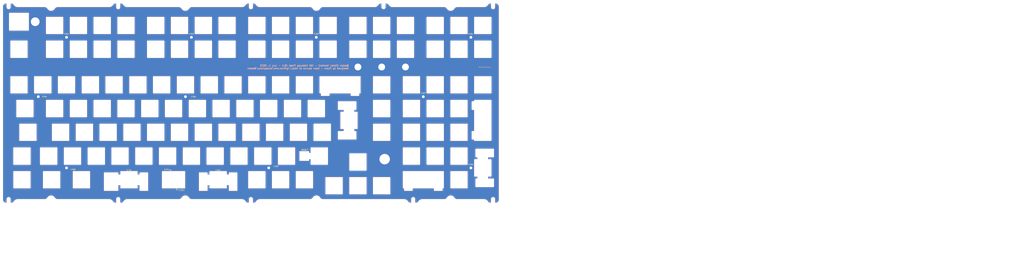
<source format=kicad_pcb>
(kicad_pcb (version 20221018) (generator pcbnew)
  (layers (0 "F.Cu" signal) (31 "B.Cu" signal) (34 "B.Paste" user) (35 "F.Paste" user) (36 "B.SilkS" user "B.Silkscreen") (37 "F.SilkS" user "F.Silkscreen") (38 "B.Mask" user) (39 "F.Mask" user) (44 "Edge.Cuts" user))
  (net 0 "")
  (net 1 "GND")
  (footprint "MountingHole:MountingHole_2.2mm_M2_ISO7380_Pad" (layer "F.Cu") (at 138.112616 -9.525008)
    (fp_text reference "H202" (at 0 -2.75) (layer "F.SilkS"))
    (fp_text value "MountingHole_Pad")
    (pad "1" thru_hole circle (at 0 0) (size 3.5 3.5) (drill 2.2) (layers "*.Cu" "*.Mask") (net 1 "GND"))
  )
  (footprint "Boston-plate-custom-footprints:Notch-3.6mm" (layer "F.Cu") (at 79.4875 -33.725)
    (fp_text reference "H102")
    (fp_text value "MountingHole_Pad")
    (pad "1" smd custom (at -2.6 -1.1) (size 1.4 2.2) (layers "B.Cu" "B.Paste" "B.Mask") (net 1 "GND") (options (clearance outline) (anchor rect)) (primitives (gr_arc (start 5.2 1.1) (mid 2.6 3.7) (end 0 1.1) (width 1.4))))
    (pad "1" smd rect (at 2.6 -1.1) (size 1.4 2.2) (layers "B.Cu" "B.Mask") (net 1 "GND"))
  )
  (footprint "Boston-plate-custom-footprints:6x6-Tact-switch-opening-enlarged" (layer "F.Cu") (at 229 85.725)
    (fp_text reference "H1")
    (fp_text value "MountingHole")
    (fp_line (start -4.5 -3.5) (end -4.5 3.5) (stroke (width 0.05)) (layer "Edge.Cuts"))
    (fp_line (start 3 -4) (end -4 -4) (stroke (width 0.05)) (layer "Edge.Cuts"))
    (fp_line (start 3 4) (end -4 4) (stroke (width 0.05)) (layer "Edge.Cuts"))
    (fp_line (start 3.5 -3.5) (end 3.5 -3) (stroke (width 0.05)) (layer "Edge.Cuts"))
    (fp_line (start 3.5 3.5) (end 3.5 3) (stroke (width 0.05)) (layer "Edge.Cuts"))
    (fp_arc (start -4.5 -3.5) (mid -4.353553 -3.853553) (end -4 -4) (stroke (width 0.05)) (layer "Edge.Cuts"))
    (fp_arc (start -4 4) (mid -4.353553 3.853553) (end -4.5 3.5) (stroke (width 0.05)) (layer "Edge.Cuts"))
    (fp_arc (start 3 -4) (mid 3.353553 -3.853554) (end 3.499998 -3.500002) (stroke (width 0.05)) (layer "Edge.Cuts"))
    (fp_arc (start 3.5 3) (mid 3.646447 2.646447) (end 4 2.5) (stroke (width 0.05)) (layer "Edge.Cuts"))
    (fp_arc (start 3.5 3.5) (mid 3.353554 3.853553) (end 3.000002 3.999998) (stroke (width 0.05)) (layer "Edge.Cuts"))
    (fp_arc (start 4 -2.5) (mid 3.646447 -2.646447) (end 3.5 -3) (stroke (width 0.05)) (layer "Edge.Cuts"))
  )
  (footprint "MountingHole:MountingHole_2.2mm_M2_ISO7380_Pad" (layer "F.Cu") (at 15.478138 38.100032)
    (fp_text reference "H205" (at 4.841862 -0.000032) (layer "F.SilkS"))
    (fp_text value "MountingHole_Pad")
    (pad "1" thru_hole circle (at 0 0) (size 3.5 3.5) (drill 2.2) (layers "*.Cu" "*.Mask") (net 1 "GND"))
  )
  (footprint "Boston-plate-custom-footprints:Notch-3.6mm" (layer "F.Cu") (at 291.9875 -33.725)
    (fp_text reference "H104")
    (fp_text value "MountingHole_Pad")
    (pad "1" smd custom (at -2.6 -1.1) (size 1.4 2.2) (layers "B.Cu" "B.Paste" "B.Mask") (net 1 "GND") (options (clearance outline) (anchor rect)) (primitives (gr_arc (start 5.2 1.1) (mid 2.6 3.7) (end 0 1.1) (width 1.4))))
    (pad "1" smd rect (at 2.6 -1.1) (size 1.4 2.2) (layers "B.Cu" "B.Mask") (net 1 "GND"))
  )
  (footprint "Boston-plate-custom-footprints:Notch-3.6mm" (layer "F.Cu") (at -8.2625 120.275 180)
    (fp_text reference "H106")
    (fp_text value "MountingHole_Pad")
    (pad "1" smd custom (at -2.6 -1.1 180) (size 1.4 2.2) (layers "B.Cu" "B.Paste" "B.Mask") (net 1 "GND") (options (clearance outline) (anchor rect)) (primitives (gr_arc (start 5.2 1.1) (mid 2.6 3.7) (end 0 1.1) (width 1.4))))
    (pad "1" smd rect (at 2.6 -1.1 180) (size 1.4 2.2) (layers "B.Cu" "B.Mask") (net 1 "GND"))
  )
  (footprint "Boston-plate-custom-footprints:Notch-3.6mm" (layer "F.Cu") (at 379.7375 -33.725)
    (fp_text reference "H105")
    (fp_text value "MountingHole_Pad")
    (pad "1" smd custom (at -2.6 -1.1) (size 1.4 2.2) (layers "B.Cu" "B.Paste" "B.Mask") (net 1 "GND") (options (clearance outline) (anchor rect)) (primitives (gr_arc (start 5.2 1.1) (mid 2.6 3.7) (end 0 1.1) (width 1.4))))
    (pad "1" smd rect (at 2.6 -1.1) (size 1.4 2.2) (layers "B.Cu" "B.Mask") (net 1 "GND"))
  )
  (footprint "MountingHole:MountingHole_5.5mm_Pad" (layer "F.Cu") (at 271.4625 14.2875)
    (fp_text reference "H2")
    (fp_text value "MountingHole_Pad")
    (pad "1" thru_hole circle (at 0 0) (size 11 11) (drill 5.5) (layers "*.Cu" "B.Mask") (net 1 "GND"))
  )
  (footprint "MountingHole:MountingHole_2.2mm_M2_ISO7380_Pad" (layer "F.Cu") (at 361.950304 95.25008)
    (fp_text reference "H200" (at 0 -2.75) (layer "F.SilkS"))
    (fp_text value "MountingHole_Pad")
    (pad "1" thru_hole circle (at 0 0) (size 3.5 3.5) (drill 2.2) (layers "*.Cu" "*.Mask") (net 1 "GND"))
  )
  (footprint "Boston-plate-custom-footprints:Notch-3.6mm" (layer "F.Cu") (at -8.2625 -33.725)
    (fp_text reference "H101")
    (fp_text value "MountingHole_Pad")
    (pad "1" smd custom (at -2.6 -1.1) (size 1.4 2.2) (layers "B.Cu" "B.Paste" "B.Mask") (net 1 "GND") (options (clearance outline) (anchor rect)) (primitives (gr_arc (start 5.2 1.1) (mid 2.6 3.7) (end 0 1.1) (width 1.4))))
    (pad "1" smd rect (at 2.6 -1.1) (size 1.4 2.2) (layers "B.Cu" "B.Mask") (net 1 "GND"))
  )
  (footprint "MountingHole:MountingHole_5.5mm_Pad" (layer "F.Cu") (at 290.5125 14.2875)
    (fp_text reference "H3")
    (fp_text value "MountingHole_Pad")
    (pad "1" thru_hole circle (at 0 0) (size 11 11) (drill 5.5) (layers "*.Cu" "B.Mask") (net 1 "GND"))
  )
  (footprint "MountingHole:MountingHole_2.2mm_M2_ISO7380_Pad" (layer "F.Cu") (at 238.1252 -9.525008)
    (fp_text reference "H203" (at 0 -2.75) (layer "F.SilkS"))
    (fp_text value "MountingHole_Pad")
    (pad "1" thru_hole circle (at 0 0) (size 3.5 3.5) (drill 2.2) (layers "*.Cu" "*.Mask") (net 1 "GND"))
  )
  (footprint "Boston-plate-custom-footprints:Notch-3.6mm" (layer "F.Cu") (at 185.7375 -33.725)
    (fp_text reference "H103")
    (fp_text value "MountingHole_Pad")
    (pad "1" smd custom (at -2.6 -1.1) (size 1.4 2.2) (layers "B.Cu" "B.Paste" "B.Mask") (net 1 "GND") (options (clearance outline) (anchor rect)) (primitives (gr_arc (start 5.2 1.1) (mid 2.6 3.7) (end 0 1.1) (width 1.4))))
    (pad "1" smd rect (at 2.6 -1.1) (size 1.4 2.2) (layers "B.Cu" "B.Mask") (net 1 "GND"))
  )
  (footprint "MountingHole:MountingHole_2.2mm_M2_ISO7380_Pad" (layer "F.Cu") (at 200.025168 95.25008)
    (fp_text reference "H209" (at 5.714832 -1.27008) (layer "F.SilkS"))
    (fp_text value "MountingHole_Pad")
    (pad "1" thru_hole circle (at 0 0) (size 3.5 3.5) (drill 2.2) (layers "*.Cu" "*.Mask") (net 1 "GND"))
  )
  (footprint "MountingHole:MountingHole_2.2mm_M2_ISO7380_Pad" (layer "F.Cu") (at 361.950304 -9.525008)
    (fp_text reference "H204" (at 0 -2.75) (layer "F.SilkS"))
    (fp_text value "MountingHole_Pad")
    (pad "1" thru_hole circle (at 0 0) (size 3.5 3.5) (drill 2.2) (layers "*.Cu" "*.Mask") (net 1 "GND"))
  )
  (footprint "MountingHole:MountingHole_8.4mm_M8_Pad" (layer "F.Cu") (at 292.89375 88.22525)
    (fp_text reference "H6")
    (fp_text value "MountingHole_Pad")
    (pad "1" thru_hole circle (at 0 0) (size 16.8 16.8) (drill 8.4) (layers "*.Cu" "B.Mask") (net 1 "GND"))
  )
  (footprint "Boston-plate-custom-footprints:Notch-3.6mm" (layer "F.Cu") (at 315.7375 120.275 180)
    (fp_text reference "H109")
    (fp_text value "MountingHole_Pad")
    (pad "1" smd custom (at -2.6 -1.1 180) (size 1.4 2.2) (layers "B.Cu" "B.Paste" "B.Mask") (net 1 "GND") (options (clearance outline) (anchor rect)) (primitives (gr_arc (start 5.2 1.1) (mid 2.6 3.7) (end 0 1.1) (width 1.4))))
    (pad "1" smd rect (at 2.6 -1.1 180) (size 1.4 2.2) (layers "B.Cu" "B.Mask") (net 1 "GND"))
  )
  (footprint "MountingHole:MountingHole_2.2mm_M2_ISO7380_Pad" (layer "F.Cu") (at 38.100032 95.25008)
    (fp_text reference "H208" (at 5.079968 1.26992) (layer "F.SilkS"))
    (fp_text value "MountingHole_Pad")
    (pad "1" thru_hole circle (at 0 0) (size 3.5 3.5) (drill 2.2) (layers "*.Cu" "*.Mask") (net 1 "GND"))
  )
  (footprint "Boston-plate-custom-footprints:Notch-3.6mm" (layer "F.Cu") (at 185.7375 120.275 180)
    (fp_text reference "H108")
    (fp_text value "MountingHole_Pad")
    (pad "1" smd custom (at -2.6 -1.1 180) (size 1.4 2.2) (layers "B.Cu" "B.Paste" "B.Mask") (net 1 "GND") (options (clearance outline) (anchor rect)) (primitives (gr_arc (start 5.2 1.1) (mid 2.6 3.7) (end 0 1.1) (width 1.4))))
    (pad "1" smd rect (at 2.6 -1.1 180) (size 1.4 2.2) (layers "B.Cu" "B.Mask") (net 1 "GND"))
  )
  (footprint "MountingHole:MountingHole_5.5mm_Pad" (layer "F.Cu") (at 309.5625 14.2875)
    (fp_text reference "H4")
    (fp_text value "MountingHole_Pad")
    (pad "1" thru_hole circle (at 0 0) (size 11 11) (drill 5.5) (layers "*.Cu" "B.Mask") (net 1 "GND"))
  )
  (footprint "Boston-plate-custom-footprints:7mm-hole" (layer "F.Cu") (at 13 -22.05)
    (fp_text reference "H5")
    (fp_text value "MountingHole_Pad")
    (pad "1" thru_hole circle (at 0 0) (size 10 10) (drill 7) (layers "*.Cu" "B.Mask") (net 1 "GND"))
  )
  (footprint "MountingHole:MountingHole_2.2mm_M2_ISO7380_Pad" (layer "F.Cu") (at 323.850272 38.100032)
    (fp_text reference "H207" (at 0 -2.75) (layer "F.SilkS"))
    (fp_text value "MountingHole_Pad")
    (pad "1" thru_hole circle (at 0 0) (size 3.5 3.5) (drill 2.2) (layers "*.Cu" "*.Mask") (net 1 "GND"))
  )
  (footprint "MountingHole:MountingHole_2.2mm_M2_ISO7380_Pad" (layer "F.Cu") (at 38.100032 -9.525008)
    (fp_text reference "H201" (at 0 -2.75) (layer "F.SilkS"))
    (fp_text value "MountingHole_Pad")
    (pad "1" thru_hole circle (at 0 0) (size 3.5 3.5) (drill 2.2) (layers "*.Cu" "*.Mask") (net 1 "GND"))
  )
  (footprint "Boston-plate-custom-footprints:Notch-3.6mm" (layer "F.Cu") (at 379.7375 120.275 180)
    (fp_text reference "H110")
    (fp_text value "MountingHole_Pad")
    (pad "1" smd custom (at -2.6 -1.1 180) (size 1.4 2.2) (layers "B.Cu" "B.Paste" "B.Mask") (net 1 "GND") (options (clearance outline) (anchor rect)) (primitives (gr_arc (start 5.2 1.1) (mid 2.6 3.7) (end 0 1.1) (width 1.4))))
    (pad "1" smd rect (at 2.6 -1.1 180) (size 1.4 2.2) (layers "B.Cu" "B.Mask") (net 1 "GND"))
  )
  (footprint "MountingHole:MountingHole_2.2mm_M2_ISO7380_Pad" (layer "F.Cu") (at 133.350112 38.100032)
    (fp_text reference "H206" (at 6.349888 -0.000032) (layer "F.SilkS"))
    (fp_text value "MountingHole_Pad")
    (pad "1" thru_hole circle (at 0 0) (size 3.5 3.5) (drill 2.2) (layers "*.Cu" "*.Mask") (net 1 "GND"))
  )
  (footprint "Boston-plate-custom-footprints:Notch-3.6mm" (layer "F.Cu") (at 79.4875 120.275 180)
    (fp_text reference "H107")
    (fp_text value "MountingHole_Pad")
    (pad "1" smd custom (at -2.6 -1.1 180) (size 1.4 2.2) (layers "B.Cu" "B.Paste" "B.Mask") (net 1 "GND") (options (clearance outline) (anchor rect)) (primitives (gr_arc (start 5.2 1.1) (mid 2.6 3.7) (end 0 1.1) (width 1.4))))
    (pad "1" smd rect (at 2.6 -1.1 180) (size 1.4 2.2) (layers "B.Cu" "B.Mask") (net 1 "GND"))
  )
  (gr_line (start 126.206356 111.918844) (end 126.801669 112.514157) (stroke (width 0.15)) (layer "F.SilkS"))
  (gr_line (start 120.848539 97.036019) (end 122.039165 97.036019) (stroke (width 0.15)) (layer "F.SilkS"))
  (gr_line (start 126.206356 111.918844) (end 126.206356 113.10947) (stroke (width 0.15)) (layer "F.SilkS"))
  (gr_line (start 126.801669 112.514157) (end 125.611043 112.514157) (stroke (width 0.15)) (layer "F.SilkS"))
  (gr_line (start 121.443852 97.631332) (end 120.848539 97.036019) (stroke (width 0.15)) (layer "F.SilkS"))
  (gr_line (start 121.443852 97.631332) (end 121.443852 96.440706) (stroke (width 0.15)) (layer "F.SilkS"))
  (gr_line (start 126.206356 113.10947) (end 127.992295 113.10947) (stroke (width 0.15)) (layer "F.SilkS"))
  (gr_line (start 122.039165 97.036019) (end 121.443852 97.631332) (stroke (width 0.15)) (layer "F.SilkS"))
  (gr_line (start 121.443852 96.440706) (end 120.848539 96.440706) (stroke (width 0.15)) (layer "F.SilkS"))
  (gr_line (start 125.611043 112.514157) (end 126.206356 111.918844) (stroke (width 0.15)) (layer "F.SilkS"))
  (gr_arc (start 135.5875 6.5) (mid 135.441053 6.853553) (end 135.0875 7) (stroke (width 0.1)) (layer "Edge.Cuts"))
  (gr_arc (start 173.6875 73.175) (mid 173.541053 73.528553) (end 173.1875 73.675) (stroke (width 0.1)) (layer "Edge.Cuts"))
  (gr_arc (start 258.9125 102.5375) (mid 259.266053 102.683947) (end 259.4125 103.0375) (stroke (width 0.1)) (layer "Edge.Cuts"))
  (gr_line (start 284.0125 -26.05) (end 297.0125 -26.05) (stroke (width 0.1)) (layer "Edge.Cuts"))
  (gr_arc (start 260.018749 65.388) (mid 259.960196 65.529446) (end 259.81875 65.587999) (stroke (width 0.1)) (layer "Edge.Cuts"))
  (gr_line (start 270.818749 64.15) (end 268.818749 64.15) (stroke (width 0.1)) (layer "Edge.Cuts"))
  (gr_arc (start 264.4625 103.0375) (mid 264.608947 102.683947) (end 264.9625 102.5375) (stroke (width 0.1)) (layer "Edge.Cuts"))
  (gr_line (start 326.375 -25.55) (end 326.375 -12.55) (stroke (width 0.1)) (layer "Edge.Cuts"))
  (gr_arc (start 241.235288 -32.418548) (mid 242.21982 -33.375806) (end 243.547867 -33.725) (stroke (width 0.1)) (layer "Edge.Cuts"))
  (gr_arc (start -1.7375 54.625) (mid -2.091053 54.478553) (end -2.2375 54.125) (stroke (width 0.1)) (layer "Edge.Cuts"))
  (gr_line (start -9.9625 -33.725) (end -9.9625 -36.188331) (stroke (width 0.1)) (layer "Edge.Cuts"))
  (gr_arc (start 245.4125 103.0375) (mid 245.558947 102.683947) (end 245.9125 102.5375) (stroke (width 0.1)) (layer "Edge.Cuts"))
  (gr_arc (start 297.5125 116.0375) (mid 297.366053 116.391053) (end 297.0125 116.5375) (stroke (width 0.1)) (layer "Edge.Cuts"))
  (gr_line (start 284.0125 73.675) (end 297.0125 73.675) (stroke (width 0.1)) (layer "Edge.Cuts"))
  (gr_line (start 321.325 22.075) (end 321.325 35.075) (stroke (width 0.1)) (layer "Edge.Cuts"))
  (gr_arc (start 122.0875 7) (mid 121.733947 6.853553) (end 121.5875 6.5) (stroke (width 0.1)) (layer "Edge.Cuts"))
  (gr_arc (start 221.3125 92.225) (mid 221.166053 92.578553) (end 220.8125 92.725) (stroke (width 0.1)) (layer "Edge.Cuts"))
  (gr_line (start 259.818749 64.15) (end 257.818749 64.15) (stroke (width 0.1)) (layer "Edge.Cuts"))
  (gr_line (start 183.999999 111.775) (end 196.999999 111.775) (stroke (width 0.1)) (layer "Edge.Cuts"))
  (gr_line (start 359.425 98.274999) (end 359.425 111.274999) (stroke (width 0.1)) (layer "Edge.Cuts"))
  (gr_line (start 160.1875 73.675) (end 173.1875 73.675) (stroke (width 0.1)) (layer "Edge.Cuts"))
  (gr_arc (start 158.9 21.575) (mid 159.253553 21.721447) (end 159.4 22.075) (stroke (width 0.1)) (layer "Edge.Cuts"))
  (gr_line (start 59.387499 60.175) (end 59.387499 73.175) (stroke (width 0.1)) (layer "Edge.Cuts"))
  (gr_line (start 297.5125 -25.55) (end 297.5125 -12.55) (stroke (width 0.1)) (layer "Edge.Cuts"))
  (gr_arc (start 151.105802 109.274998) (mid 151.164384 109.133597) (end 151.305801 109.074999) (stroke (width 0.1)) (layer "Edge.Cuts"))
  (gr_line (start 202.2625 79.225) (end 202.2625 92.225) (stroke (width 0.1)) (layer "Edge.Cuts"))
  (gr_arc (start 121.5875 -25.55) (mid 121.733947 -25.903553) (end 122.0875 -26.05) (stroke (width 0.1)) (layer "Edge.Cuts"))
  (gr_arc (start 54.9125 79.225) (mid 55.058947 78.871447) (end 55.4125 78.725) (stroke (width 0.1)) (layer "Edge.Cuts"))
  (gr_line (start 88.25 22.075) (end 88.25 35.075) (stroke (width 0.1)) (layer "Edge.Cuts"))
  (gr_line (start 326.875 73.675) (end 339.875 73.675) (stroke (width 0.1)) (layer "Edge.Cuts"))
  (gr_arc (start 96.9875 59.675) (mid 97.341053 59.821447) (end 97.4875 60.175) (stroke (width 0.1)) (layer "Edge.Cuts"))
  (gr_line (start 297.5125 41.125) (end 297.5125 54.125) (stroke (width 0.1)) (layer "Edge.Cuts"))
  (gr_line (start 222.1 -26.05) (end 235.1 -26.05) (stroke (width 0.1)) (layer "Edge.Cuts"))
  (gr_arc (start 364.474999 41.411999) (mid 364.387131 41.624132) (end 364.174998 41.712) (stroke (width 0.1)) (layer "Edge.Cuts"))
  (gr_arc (start 345.425 79.225) (mid 345.571447 78.871447) (end 345.925 78.725) (stroke (width 0.1)) (layer "Edge.Cuts"))
  (gr_arc (start 307.824999 111.774999) (mid 307.471446 111.628552) (end 307.324999 111.274999) (stroke (width 0.1)) (layer "Edge.Cuts"))
  (gr_arc (start 345.425 60.175) (mid 345.571447 59.821447) (end 345.925 59.675) (stroke (width 0.1)) (layer "Edge.Cuts"))
  (gr_line (start 283.5125 -25.55) (end 283.5125 -12.55) (stroke (width 0.1)) (layer "Edge.Cuts"))
  (gr_line (start 332.287998 113.274999) (end 332.287998 112.075) (stroke (width 0.1)) (layer "Edge.Cuts"))
  (gr_arc (start 249.887499 73.175) (mid 249.741053 73.528554) (end 249.387499 73.675) (stroke (width 0.2)) (layer "Edge.Cuts"))
  (gr_arc (start 155.424999 54.625) (mid 155.071446 54.478553) (end 154.924999 54.125) (stroke (width 0.1)) (layer "Edge.Cuts"))
  (gr_line (start 283.5125 22.075) (end 283.5125 35.075) (stroke (width 0.1)) (layer "Edge.Cuts"))
  (gr_arc (start 307.325 60.175) (mid 307.471447 59.821447) (end 307.825 59.675) (stroke (width 0.1)) (layer "Edge.Cuts"))
  (gr_arc (start 60.175 7) (mid 59.821447 6.853553) (end 59.675 6.5) (stroke (width 0.1)) (layer "Edge.Cuts"))
  (gr_arc (start 81.1875 -33.725) (mid 79.4875 -32.025) (end 77.7875 -33.725) (stroke (width 0.1)) (layer "Edge.Cuts"))
  (gr_arc (start 6.499999 21.575) (mid 6.853552 21.721447) (end 6.999999 22.075) (stroke (width 0.1)) (layer "Edge.Cuts"))
  (gr_line (start 169.7125 78.725) (end 182.7125 78.725) (stroke (width 0.1)) (layer "Edge.Cuts"))
  (gr_arc (start 339.287998 112.075) (mid 339.375866 111.862867) (end 339.587999 111.774999) (stroke (width 0.1)) (layer "Edge.Cuts"))
  (gr_arc (start 177.95 21.575) (mid 178.303553 21.721447) (end 178.45 22.075) (stroke (width 0.1)) (layer "Edge.Cuts"))
  (gr_line (start 79.868302 109.074998) (end 80.906298 109.074999) (stroke (width 0.1)) (layer "Edge.Cuts"))
  (gr_line (start 207.8125 78.725) (end 220.8125 78.725) (stroke (width 0.1)) (layer "Edge.Cuts"))
  (gr_line (start 135.875 41.125) (end 135.875 54.125) (stroke (width 0.1)) (layer "Edge.Cuts"))
  (gr_arc (start 380.475001 110.187999) (mid 380.328554 110.541552) (end 379.975001 110.687999) (stroke (width 0.1)) (layer "Edge.Cuts"))
  (gr_arc (start 247.50625 92.225) (mid 247.359803 92.578553) (end 247.00625 92.725) (stroke (width 0.1)) (layer "Edge.Cuts"))
  (gr_arc (start 297.5125 35.075) (mid 297.366053 35.428553) (end 297.0125 35.575) (stroke (width 0.1)) (layer "Edge.Cuts"))
  (gr_arc (start 35.575 -12.55) (mid 35.428553 -12.196447) (end 35.075 -12.05) (stroke (width 0.1)) (layer "Edge.Cuts"))
  (gr_arc (start 78.725 -6.5) (mid 78.871447 -6.853553) (end 79.225 -7) (stroke (width 0.1)) (layer "Edge.Cuts"))
  (gr_line (start 59.675 41.125) (end 59.675 54.125) (stroke (width 0.1)) (layer "Edge.Cuts"))
  (gr_line (start 7.5 -14.8) (end -7.5 -14.8) (stroke (width 0.1)) (layer "Edge.Cuts"))
  (gr_line (start 203.049999 -26.05) (end 216.049999 -26.05) (stroke (width 0.1)) (layer "Edge.Cuts"))
  (gr_line (start 152.343794 100.475) (end 151.305798 100.474999) (stroke (width 0.1)) (layer "Edge.Cuts"))
  (gr_arc (start 206.525 40.625) (mid 206.878553 40.771447) (end 207.025 41.125) (stroke (width 0.1)) (layer "Edge.Cuts"))
  (gr_arc (start 216.549999 111.275) (mid 216.403552 111.628553) (end 216.049999 111.775) (stroke (width 0.1)) (layer "Edge.Cuts"))
  (gr_line (start 359.425 -25.55) (end 359.425 -12.55) (stroke (width 0.1)) (layer "Edge.Cuts"))
  (gr_line (start 45.8875 59.675) (end 58.887499 59.675) (stroke (width 0.1)) (layer "Edge.Cuts"))
  (gr_line (start 41.125 40.625) (end 54.125 40.625) (stroke (width 0.1)) (layer "Edge.Cuts"))
  (gr_line (start 159.4 22.075) (end 159.4 35.075) (stroke (width 0.1)) (layer "Edge.Cuts"))
  (gr_arc (start 254.65 -12.55) (mid 254.503553 -12.196447) (end 254.15 -12.05) (stroke (width 0.1)) (layer "Edge.Cuts"))
  (gr_arc (start 188.026987 -36.681405) (mid 189.057873 -36.260498) (end 189.831237 -35.459375) (stroke (width 0.1)) (layer "Edge.Cuts"))
  (gr_arc (start 126.0625 92.225) (mid 125.916053 92.578553) (end 125.5625 92.725) (stroke (width 0.1)) (layer "Edge.Cuts"))
  (gr_arc (start 340.375 6.5) (mid 340.228553 6.853553) (end 339.875 7) (stroke (width 0.1)) (layer "Edge.Cuts"))
  (gr_line (start 284.0125 102.5375) (end 297.0125 102.5375) (stroke (width 0.1)) (layer "Edge.Cuts"))
  (gr_line (start 345.425 -25.55) (end 345.425 -12.55) (stroke (width 0.1)) (layer "Edge.Cuts"))
  (gr_line (start 326.875 7) (end 339.875 7) (stroke (width 0.1)) (layer "Edge.Cuts"))
  (gr_arc (start 381.4375 -33.725) (mid 379.7375 -32.025) (end 378.0375 -33.725) (stroke (width 0.1)) (layer "Edge.Cuts"))
  (gr_arc (start 79.668302 109.274998) (mid 79.726884 109.133597) (end 79.868301 109.074999) (stroke (width 0.1)) (layer "Edge.Cuts"))
  (gr_arc (start 233.50625 83.025) (mid 233.447672 83.166421) (end 233.306251 83.224999) (stroke (width 0.1)) (layer "Edge.Cuts"))
  (gr_line (start 340.427133 120.274999) (end 322.965933 120.274999) (stroke (width 0.1)) (layer "Edge.Cuts"))
  (gr_arc (start 203.049999 111.775) (mid 202.696446 111.628553) (end 202.549999 111.275) (stroke (width 0.1)) (layer "Edge.Cuts"))
  (gr_line (start 221.6 22.075) (end 221.6 35.075) (stroke (width 0.1)) (layer "Edge.Cuts"))
  (gr_line (start 184 21.575) (end 197 21.575) (stroke (width 0.1)) (layer "Edge.Cuts"))
  (gr_line (start 30.812499 79.225) (end 30.812499 92.225) (stroke (width 0.2)) (layer "Edge.Cuts"))
  (gr_line (start 233.50625 79.225) (end 233.50625 83.025) (stroke (width 0.1)) (layer "Edge.Cuts"))
  (gr_arc (start 345.925 7) (mid 345.571447 6.853553) (end 345.425 6.5) (stroke (width 0.1)) (layer "Edge.Cuts"))
  (gr_arc (start 166.043798 97.774999) (mid 166.397354 97.921457) (end 166.543798 98.274999) (stroke (width 0.1)) (layer "Edge.Cuts"))
  (gr_line (start 151.305802 109.074998) (end 152.343798 109.074999) (stroke (width 0.1)) (layer "Edge.Cuts"))
  (gr_line (start 269.818749 72.588) (end 268.818749 72.588) (stroke (width 0.1)) (layer "Edge.Cuts"))
  (gr_arc (start 308.111999 111.775) (mid 308.324131 111.862868) (end 308.411999 112.075) (stroke (width 0.1)) (layer "Edge.Cuts"))
  (gr_arc (start 255.318748 66.087999) (mid 255.465171 65.734421) (end 255.818749 65.588) (stroke (width 0.1)) (layer "Edge.Cuts"))
  (gr_line (start 326.875 78.725) (end 339.875 78.725) (stroke (width 0.1)) (layer "Edge.Cuts"))
  (gr_arc (start 244.625 40.625) (mid 244.978553 40.771447) (end 245.125 41.125) (stroke (width 0.1)) (layer "Edge.Cuts"))
  (gr_line (start 83.199999 22.075) (end 83.199999 35.075) (stroke (width 0.1)) (layer "Edge.Cuts"))
  (gr_line (start 41.125 -12.05) (end 54.125 -12.05) (stroke (width 0.1)) (layer "Edge.Cuts"))
  (gr_arc (start 378.475 73.174999) (mid 378.328553 73.528553) (end 377.974999 73.675) (stroke (width 0.1)) (layer "Edge.Cuts"))
  (gr_line (start 264.4625 83.9875) (end 264.4625 96.9875) (stroke (width 0.1)) (layer "Edge.Cuts"))
  (gr_line (start 79.668298 113.274999) (end 79.668298 109.274999) (stroke (width 0.1)) (layer "Edge.Cuts"))
  (gr_arc (start 59.387499 73.175) (mid 59.241052 73.528553) (end 58.887499 73.675) (stroke (width 0.1)) (layer "Edge.Cuts"))
  (gr_arc (start 154.6375 6.5) (mid 154.491053 6.853553) (end 154.1375 7) (stroke (width 0.1)) (layer "Edge.Cuts"))
  (gr_arc (start 192.237499 59.675) (mid 192.591052 59.821447) (end 192.737499 60.175) (stroke (width 0.1)) (layer "Edge.Cuts"))
  (gr_arc (start 377.975 -7) (mid 378.328553 -6.853553) (end 378.475 -6.5) (stroke (width 0.1)) (layer "Edge.Cuts"))
  (gr_line (start 255.818749 48.712) (end 259.818749 48.712) (stroke (width 0.1)) (layer "Edge.Cuts"))
  (gr_arc (start 326.375 79.225) (mid 326.521447 78.871447) (end 326.875 78.725) (stroke (width 0.1)) (layer "Edge.Cuts"))
  (gr_line (start 364.974999 73.675) (end 377.974999 73.675) (stroke (width 0.1)) (layer "Edge.Cuts"))
  (gr_line (start 168.924999 41.125) (end 168.924999 54.125) (stroke (width 0.1)) (layer "Edge.Cuts"))
  (gr_arc (start 98.274999 54.625) (mid 97.921446 54.478553) (end 97.774999 54.125) (stroke (width 0.1)) (layer "Edge.Cuts"))
  (gr_arc (start 19.693749 111.775) (mid 19.340196 111.628553) (end 19.193749 111.275) (stroke (width 0.1)) (layer "Edge.Cuts"))
  (gr_line (start 151.105798 113.274999) (end 151.105798 109.274999) (stroke (width 0.1)) (layer "Edge.Cuts"))
  (gr_arc (start 97.4875 73.175) (mid 97.341053 73.528553) (end 96.9875 73.675) (stroke (width 0.1)) (layer "Edge.Cuts"))
  (gr_arc (start 221.6 -6.5) (mid 221.746447 -6.853553) (end 222.1 -7) (stroke (width 0.1)) (layer "Edge.Cuts"))
  (gr_arc (start 378.475002 101.75) (mid 378.328555 102.103553) (end 377.975001 102.249999) (stroke (width 0.1)) (layer "Edge.Cuts"))
  (gr_arc (start 339.875 40.625) (mid 340.228553 40.771447) (end 340.375 41.125) (stroke (width 0.1)) (layer "Edge.Cuts"))
  (gr_line (start 326.375 60.175) (end 326.375 73.175) (stroke (width 0.1)) (layer "Edge.Cuts"))
  (gr_arc (start -1.034066 -33.725) (mid -2.825321 -34.1875) (end -4.168762 -35.459375) (stroke (width 0.1)) (layer "Edge.Cuts"))
  (gr_arc (start 326.375 22.075) (mid 326.521447 21.721447) (end 326.875 21.575) (stroke (width 0.1)) (layer "Edge.Cuts"))
  (gr_line (start 167.981798 113.274999) (end 167.981798 109.274999) (stroke (width 0.1)) (layer "Edge.Cuts"))
  (gr_line (start 79.225 7) (end 92.225 7) (stroke (width 0.1)) (layer "Edge.Cuts"))
  (gr_arc (start 207.8125 92.725) (mid 207.458947 92.578553) (end 207.3125 92.225) (stroke (width 0.1)) (layer "Edge.Cuts"))
  (gr_arc (start 254.15 -26.05) (mid 254.503553 -25.903553) (end 254.65 -25.55) (stroke (width 0.1)) (layer "Edge.Cuts"))
  (gr_line (start 212.575 54.625) (end 225.575 54.625) (stroke (width 0.1)) (layer "Edge.Cuts"))
  (gr_arc (start 345.925 73.675) (mid 345.571447 73.528553) (end 345.425 73.175) (stroke (width 0.1)) (layer "Edge.Cuts"))
  (gr_arc (start 183.2125 92.225) (mid 183.066053 92.578553) (end 182.7125 92.725) (stroke (width 0.1)) (layer "Edge.Cuts"))
  (gr_line (start 241.736998 35.575) (end 241.149999 35.575) (stroke (width 0.1)) (layer "Edge.Cuts"))
  (gr_arc (start 54.125 -26.05) (mid 54.478553 -25.903553) (end 54.625 -25.55) (stroke (width 0.1)) (layer "Edge.Cuts"))
  (gr_line (start 254.65 -25.55) (end 254.65 -12.55) (stroke (width 0.1)) (layer "Edge.Cuts"))
  (gr_line (start 178.509067 120.274999) (end 138.547867 120.274999) (stroke (width 0.1)) (layer "Edge.Cuts"))
  (gr_line (start 233.50625 92.225) (end 233.506249 88.424999) (stroke (width 0.1)) (layer "Edge.Cuts"))
  (gr_line (start 345.925 7) (end 358.925 7) (stroke (width 0.1)) (layer "Edge.Cuts"))
  (gr_line (start 179.237499 73.675) (end 192.237499 73.675) (stroke (width 0.1)) (layer "Edge.Cuts"))
  (gr_line (start 234.00625 92.725) (end 247.00625 92.725) (stroke (width 0.1)) (layer "Edge.Cuts"))
  (gr_arc (start 126.85 35.575) (mid 126.496447 35.428553) (end 126.35 35.075) (stroke (width 0.1)) (layer "Edge.Cuts"))
  (gr_line (start 317.4375 120.274999) (end 317.4375 122.739477) (stroke (width 0.1)) (layer "Edge.Cuts"))
  (gr_line (start 248.736999 35.575) (end 248.736999 37.075) (stroke (width 0.1)) (layer "Edge.Cuts"))
  (gr_arc (start 339.875 21.575) (mid 340.228553 21.721447) (end 340.375 22.075) (stroke (width 0.1)) (layer "Edge.Cuts"))
  (gr_arc (start 58.887499 59.675) (mid 59.241052 59.821447) (end 59.387499 60.175) (stroke (width 0.1)) (layer "Edge.Cuts"))
  (gr_line (start 284.0125 21.575) (end 297.0125 21.575) (stroke (width 0.1)) (layer "Edge.Cuts"))
  (gr_arc (start 60.175 54.625) (mid 59.821447 54.478553) (end 59.675 54.125) (stroke (width 0.1)) (layer "Edge.Cuts"))
  (gr_line (start 303.0625 -12.05) (end 316.0625 -12.05) (stroke (width 0.1)) (layer "Edge.Cuts"))
  (gr_line (start 245.9125 116.5375) (end 258.9125 116.5375) (stroke (width 0.1)) (layer "Edge.Cuts"))
  (gr_line (start 174.981798 99.274999) (end 174.981798 100.274999) (stroke (width 0.1)) (layer "Edge.Cuts"))
  (gr_arc (start 316.0625 -26.05) (mid 316.416053 -25.903553) (end 316.5625 -25.55) (stroke (width 0.1)) (layer "Edge.Cuts"))
  (gr_arc (start -9.962498 122.738331) (mid -10.142666 123.122722) (end -10.553408 123.229996) (stroke (width 0.1)) (layer "Edge.Cuts"))
  (gr_arc (start 339.875 -7) (mid 340.228553 -6.853553) (end 340.375 -6.5) (stroke (width 0.1)) (layer "Edge.Cuts"))
  (gr_arc (start 284.0125 7) (mid 283.658947 6.853553) (end 283.5125 6.5) (stroke (width 0.1)) (layer "Edge.Cuts"))
  (gr_line (start 307.325 41.125) (end 307.325 54.125) (stroke (width 0.1)) (layer "Edge.Cuts"))
  (gr_arc (start 17.312499 92.725) (mid 16.958946 92.578553) (end 16.812499 92.225) (stroke (width 0.2)) (layer "Edge.Cuts"))
  (gr_arc (start 96.344298 109.074999) (mid 96.485716 109.133566) (end 96.544297 109.274998) (stroke (width 0.1)) (layer "Edge.Cuts"))
  (gr_line (start 217.3375 59.675) (end 230.3375 59.675) (stroke (width 0.1)) (layer "Edge.Cuts"))
  (gr_arc (start -4.618751 98.275) (mid -4.472304 97.921447) (end -4.118751 97.775) (stroke (width 0.1)) (layer "Edge.Cuts"))
  (gr_line (start 183.499999 98.275) (end 183.499999 111.275) (stroke (width 0.1)) (layer "Edge.Cuts"))
  (gr_arc (start 345.425 -25.55) (mid 345.571447 -25.903553) (end 345.925 -26.05) (stroke (width 0.1)) (layer "Edge.Cuts"))
  (gr_line (start 202.549999 22.075) (end 202.549999 35.075) (stroke (width 0.1)) (layer "Edge.Cuts"))
  (gr_line (start 26.8375 59.675) (end 39.8375 59.675) (stroke (width 0.1)) (layer "Edge.Cuts"))
  (gr_line (start 154.6375 -6.5) (end 154.6375 6.5) (stroke (width 0.1)) (layer "Edge.Cuts"))
  (gr_line (start 255.818749 65.588) (end 259.818749 65.588) (stroke (width 0.1)) (layer "Edge.Cuts"))
  (gr_arc (start 26.3375 60.175) (mid 26.483947 59.821447) (end 26.8375 59.675) (stroke (width 0.1)) (layer "Edge.Cuts"))
  (gr_line (start 17.312499 78.725) (end 30.312499 78.725) (stroke (width 0.2)) (layer "Edge.Cuts"))
  (gr_arc (start 362.475 66.087999) (mid 362.621446 65.734446) (end 362.974999 65.588) (stroke (width 0.1)) (layer "Edge.Cuts"))
  (gr_arc (start 187.975 54.125) (mid 187.828553 54.478553) (end 187.475 54.625) (stroke (width 0.1)) (layer "Edge.Cuts"))
  (gr_arc (start 240.649999 22.075001) (mid 240.796446 21.721448) (end 241.149999 21.575001) (stroke (width 0.1)) (layer "Edge.Cuts"))
  (gr_line (start 222.099999 111.775) (end 235.099999 111.775) (stroke (width 0.1)) (layer "Edge.Cuts"))
  (gr_arc (start 297.5125 73.175) (mid 297.366053 73.528553) (end 297.0125 73.675) (stroke (width 0.1)) (layer "Edge.Cuts"))
  (gr_line (start 103.544298 99.274999) (end 103.544298 100.274999) (stroke (width 0.1)) (layer "Edge.Cuts"))
  (gr_line (start 69.199999 22.075) (end 69.199999 35.075) (stroke (width 0.1)) (layer "Edge.Cuts"))
  (gr_line (start 203.049999 97.775) (end 216.049999 97.775) (stroke (width 0.1)) (layer "Edge.Cuts"))
  (gr_arc (start 240.65 -6.5) (mid 240.796447 -6.853553) (end 241.15 -7) (stroke (width 0.1)) (layer "Edge.Cuts"))
  (gr_line (start 316.5625 -25.55) (end 316.5625 -12.55) (stroke (width 0.1)) (layer "Edge.Cuts"))
  (gr_arc (start 225.575 40.625) (mid 225.928553 40.771447) (end 226.075 41.125) (stroke (width 0.1)) (layer "Edge.Cuts"))
  (gr_arc (start 307.825 92.725) (mid 307.471447 92.578553) (end 307.325 92.225) (stroke (width 0.1)) (layer "Edge.Cuts"))
  (gr_line (start 150.1625 79.225) (end 150.1625 92.225) (stroke (width 0.1)) (layer "Edge.Cuts"))
  (gr_line (start 149.875 41.125) (end 149.875 54.125) (stroke (width 0.1)) (layer "Edge.Cuts"))
  (gr_line (start 255.318749 66.088) (end 255.318749 72.088) (stroke (width 0.1)) (layer "Edge.Cuts"))
  (gr_arc (start 116.824999 41.125) (mid 116.971446 40.771447) (end 117.324999 40.625) (stroke (width 0.1)) (layer "Edge.Cuts"))
  (gr_line (start 160.1875 59.675) (end 173.1875 59.675) (stroke (width 0.1)) (layer "Edge.Cuts"))
  (gr_arc (start -4.118751 111.775) (mid -4.472304 111.628553) (end -4.618751 111.275) (stroke (width 0.1)) (layer "Edge.Cuts"))
  (gr_line (start 193.025 41.125) (end 193.025 54.125) (stroke (width 0.1)) (layer "Edge.Cuts"))
  (gr_arc (start 269.818749 65.588) (mid 270.172313 65.734436) (end 270.318749 66.088) (stroke (width 0.1)) (layer "Edge.Cuts"))
  (gr_line (start 50.65 21.575) (end 63.65 21.575) (stroke (width 0.1)) (layer "Edge.Cuts"))
  (gr_arc (start 321.325 92.225) (mid 321.178553 92.578553) (end 320.825 92.725) (stroke (width 0.1)) (layer "Edge.Cuts"))
  (gr_arc (start 264.4625 -25.55) (mid 264.608947 -25.903553) (end 264.9625 -26.05) (stroke (width 0.1)) (layer "Edge.Cuts"))
  (gr_line (start 345.925 21.575) (end 358.925 21.575) (stroke (width 0.1)) (layer "Edge.Cuts"))
  (gr_arc (start 235.1 -26.05) (mid 235.453553 -25.903553) (end 235.6 -25.55) (stroke (width 0.1)) (layer "Edge.Cuts"))
  (gr_arc (start 174.475 54.625) (mid 174.121447 54.478553) (end 173.975 54.125) (stroke (width 0.1)) (layer "Edge.Cuts"))
  (gr_arc (start -12.762501 -34.025) (mid -12.137847 -35.751794) (end -10.553408 -36.679997) (stroke (width 0.1)) (layer "Edge.Cuts"))
  (gr_line (start 166.743802 109.074998) (end 167.781798 109.074999) (stroke (width 0.1)) (layer "Edge.Cuts"))
  (gr_arc (start 95.306298 100.474999) (mid 95.16488 100.416432) (end 95.106299 100.275) (stroke (width 0.1)) (layer "Edge.Cuts"))
  (gr_line (start 122.0875 -26.05) (end 135.0875 -26.05) (stroke (width 0.1)) (layer "Edge.Cuts"))
  (gr_line (start 114.943749 111.775) (end 132.706249 111.775) (stroke (width 0.1)) (layer "Edge.Cuts"))
  (gr_line (start 326.875 35.575) (end 339.875 35.575) (stroke (width 0.1)) (layer "Edge.Cuts"))
  (gr_arc (start 188.026987 123.231404) (mid 187.617143 123.123367) (end 187.4375 122.739477) (stroke (width 0.1)) (layer "Edge.Cuts"))
  (gr_arc (start 28.735288 -32.418548) (mid 29.71982 -33.375806) (end 31.047867 -33.725) (stroke (width 0.1)) (layer "Edge.Cuts"))
  (gr_arc (start 259.81875 48.712004) (mid 259.96018 48.770573) (end 260.018749 48.912003) (stroke (width 0.1)) (layer "Edge.Cuts"))
  (gr_arc (start 202.549999 -25.55) (mid 202.696446 -25.903553) (end 203.049999 -26.05) (stroke (width 0.1)) (layer "Edge.Cuts"))
  (gr_arc (start 49.8625 92.225) (mid 49.716053 92.578553) (end 49.3625 92.725) (stroke (width 0.1)) (layer "Edge.Cuts"))
  (gr_line (start 364.174998 41.712) (end 362.974999 41.712) (stroke (width 0.1)) (layer "Edge.Cuts"))
  (gr_arc (start 173.1875 -7) (mid 173.541053 -6.853553) (end 173.6875 -6.5) (stroke (width 0.1)) (layer "Edge.Cuts"))
  (gr_arc (start 19.193749 98.275) (mid 19.340196 97.921447) (end 19.693749 97.775) (stroke (width 0.1)) (layer "Edge.Cuts"))
  (gr_line (start 74.462499 78.725) (end 87.462499 78.725) (stroke (width 0.1)) (layer "Edge.Cuts"))
  (gr_line (start 116.824999 41.125) (end 116.824999 54.125) (stroke (width 0.1)) (layer "Edge.Cuts"))
  (gr_arc (start 55.4125 92.725) (mid 55.058947 92.578553) (end 54.9125 92.225) (stroke (width 0.1)) (layer "Edge.Cuts"))
  (gr_arc (start 54.125 40.625) (mid 54.478553 40.771447) (end 54.625 41.125) (stroke (width 0.1)) (layer "Edge.Cuts"))
  (gr_arc (start 111.774999 54.125) (mid 111.628552 54.478553) (end 111.274999 54.625) (stroke (width 0.1)) (layer "Edge.Cuts"))
  (gr_arc (start 154.924999 41.125) (mid 155.071446 40.771447) (end 155.424999 40.625) (stroke (width 0.1)) (layer "Edge.Cuts"))
  (gr_arc (start 284.0125 116.5375) (mid 283.658947 116.391053) (end 283.5125 116.0375) (stroke (width 0.1)) (layer "Edge.Cuts"))
  (gr_arc (start 97.774999 41.125) (mid 97.921446 40.771447) (end 98.274999 40.625) (stroke (width 0.1)) (layer "Edge.Cuts"))
  (gr_line (start 22.075 54.625) (end 35.075 54.625) (stroke (width 0.1)) (layer "Edge.Cuts"))
  (gr_line (start 97.044298 98.774999) (end 103.044298 98.774999) (stroke (width 0.1)) (layer "Edge.Cuts"))
  (gr_arc (start 321.325 35.075) (mid 321.178553 35.428553) (end 320.825 35.575) (stroke (width 0.1)) (layer "Edge.Cuts"))
  (gr_line (start 345.925 35.575) (end 358.925 35.575) (stroke (width 0.1)) (layer "Edge.Cuts"))
  (gr_arc (start 182.7125 78.725) (mid 183.066053 78.871447) (end 183.2125 79.225) (stroke (width 0.1)) (layer "Edge.Cuts"))
  (gr_arc (start 345.425 22.075) (mid 345.571447 21.721447) (end 345.925 21.575) (stroke (width 0.1)) (layer "Edge.Cuts"))
  (gr_line (start 160.1875 7) (end 173.1875 7) (stroke (width 0.1)) (layer "Edge.Cuts"))
  (gr_arc (start 326.875 7) (mid 326.521447 6.853553) (end 326.375 6.5) (stroke (width 0.1)) (layer "Edge.Cuts"))
  (gr_arc (start 43.506249 111.775) (mid 43.152696 111.628553) (end 43.006249 111.275) (stroke (width 0.1)) (layer "Edge.Cuts"))
  (gr_arc (start 365.975001 86.811999) (mid 365.621448 86.665552) (end 365.475001 86.311999) (stroke (width 0.1)) (layer "Edge.Cuts"))
  (gr_arc (start 73.675 54.125) (mid 73.528553 54.478553) (end 73.175 54.625) (stroke (width 0.1)) (layer "Edge.Cuts"))
  (gr_arc (start 144.605798 113.774999) (mid 144.252245 113.628552) (end 144.105798 113.274999) (stroke (width 0.1)) (layer "Edge.Cuts"))
  (gr_arc (start 92.725 6.5) (mid 92.578553 6.853553) (end 92.225 7) (stroke (width 0.1)) (layer "Edge.Cuts"))
  (gr_line (start 259.818749 50.15) (end 257.818749 50.15) (stroke (width 0.1)) (layer "Edge.Cuts"))
  (gr_arc (start 141.1375 -12.05) (mid 140.783947 -12.196447) (end 140.6375 -12.55) (stroke (width 0.1)) (layer "Edge.Cuts"))
  (gr_line (start 241.15 7) (end 254.15 7) (stroke (width 0.1)) (layer "Edge.Cuts"))
  (gr_line (start 103.0375 -7) (end 116.0375 -7) (stroke (width 0.1)) (layer "Edge.Cuts"))
  (gr_line (start 96.544298 99.274999) (end 96.544298 100.274999) (stroke (width 0.1)) (layer "Edge.Cuts"))
  (gr_arc (start 72.259067 120.274999) (mid 74.050322 120.737499) (end 75.393763 122.009374) (stroke (width 0.1)) (layer "Edge.Cuts"))
  (gr_line (start 265.612998 35.575) (end 248.736999 35.575) (stroke (width 0.1)) (layer "Edge.Cuts"))
  (gr_arc (start 316.5625 6.5) (mid 316.416053 6.853553) (end 316.0625 7) (stroke (width 0.1)) (layer "Edge.Cuts"))
  (gr_line (start 59.675 -25.55) (end 59.675 -12.55) (stroke (width 0.1)) (layer "Edge.Cuts"))
  (gr_arc (start 345.925 35.575) (mid 345.571447 35.428553) (end 345.425 35.075) (stroke (width 0.1)) (layer "Edge.Cuts"))
  (gr_arc (start 75.393763 -35.459375) (mid 76.167127 -36.260498) (end 77.198013 -36.681405) (stroke (width 0.1)) (layer "Edge.Cuts"))
  (gr_line (start 103.0375 73.675) (end 116.0375 73.675) (stroke (width 0.1)) (layer "Edge.Cuts"))
  (gr_arc (start 201.7625 78.725) (mid 202.116053 78.871447) (end 202.2625 79.225) (stroke (width 0.1)) (layer "Edge.Cuts"))
  (gr_arc (start 342.739712 118.968547) (mid 341.75518 119.925805) (end 340.427133 120.274999) (stroke (width 0.1)) (layer "Edge.Cuts"))
  (gr_line (start 116.5375 -25.55) (end 116.5375 -12.55) (stroke (width 0.1)) (layer "Edge.Cuts"))
  (gr_arc (start 202.549999 -6.5) (mid 202.696446 -6.853553) (end 203.049999 -7) (stroke (width 0.1)) (layer "Edge.Cuts"))
  (gr_line (start 241.149999 21.575001) (end 273.199999 21.575001) (stroke (width 0.1)) (layer "Edge.Cuts"))
  (gr_line (start 264.9625 -12.05) (end 277.9625 -12.05) (stroke (width 0.1)) (layer "Edge.Cuts"))
  (gr_line (start 31.1 22.075) (end 31.1 35.075) (stroke (width 0.1)) (layer "Edge.Cuts"))
  (gr_arc (start 78.4375 73.175) (mid 78.291053 73.528553) (end 77.9375 73.675) (stroke (width 0.1)) (layer "Edge.Cuts"))
  (gr_arc (start 116.5375 -12.55) (mid 116.391053 -12.196447) (end 116.0375 -12.05) (stroke (width 0.1)) (layer "Edge.Cuts"))
  (gr_arc (start -4.118751 92.725) (mid -4.472304 92.578553) (end -4.618751 92.225) (stroke (width 0.2)) (layer "Edge.Cuts"))
  (gr_arc (start 164.95 35.575) (mid 164.596447 35.428553) (end 164.45 35.075) (stroke (width 0.1)) (layer "Edge.Cuts"))
  (gr_line (start 359.425 79.225) (end 359.425 92.225) (stroke (width 0.1)) (layer "Edge.Cuts"))
  (gr_arc (start -6.5 35.575) (mid -6.853553 35.428553) (end -7 35.075) (stroke (width 0.1)) (layer "Edge.Cuts"))
  (gr_line (start 81.606298 111.774999) (end 94.606298 111.774999) (stroke (width 0.1)) (layer "Edge.Cuts"))
  (gr_arc (start 86.715933 -33.725) (mid 84.924678 -34.1875) (end 83.581237 -35.459375) (stroke (width 0.1)) (layer "Edge.Cuts"))
  (gr_line (start 55.4125 92.725) (end 68.4125 92.725) (stroke (width 0.1)) (layer "Edge.Cuts"))
  (gr_line (start 188.7625 78.725) (end 201.7625 78.725) (stroke (width 0.1)) (layer "Edge.Cuts"))
  (gr_arc (start 114.443749 98.275) (mid 114.590203 97.921454) (end 114.943749 97.775) (stroke (width 0.1)) (layer "Edge.Cuts"))
  (gr_line (start 375.975001 88.249999) (end 377.975001 88.249999) (stroke (width 0.1)) (layer "Edge.Cuts"))
  (gr_arc (start 339.875 59.675) (mid 340.228553 59.821447) (end 340.375 60.175) (stroke (width 0.1)) (layer "Edge.Cuts"))
  (gr_line (start 236.387499 73.675) (end 249.387499 73.675) (stroke (width 0.2)) (layer "Edge.Cuts"))
  (gr_arc (start 184 35.575) (mid 183.646447 35.428553) (end 183.5 35.075) (stroke (width 0.1)) (layer "Edge.Cuts"))
  (gr_line (start 381.4375 120.274999) (end 381.4375 122.73833) (stroke (width 0.1)) (layer "Edge.Cuts"))
  (gr_arc (start 320.825 21.575) (mid 321.178553 21.721447) (end 321.325 22.075) (stroke (width 0.1)) (layer "Edge.Cuts"))
  (gr_arc (start 316.0625 -7) (mid 316.416053 -6.853553) (end 316.5625 -6.5) (stroke (width 0.1)) (layer "Edge.Cuts"))
  (gr_arc (start 107.3 22.075) (mid 107.446447 21.721447) (end 107.8 21.575) (stroke (width 0.1)) (layer "Edge.Cuts"))
  (gr_arc (start 130.239712 118.968547) (mid 129.25518 119.925805) (end 127.927133 120.274999) (stroke (width 0.1)) (layer "Edge.Cuts"))
  (gr_arc (start 39.8375 59.675) (mid 40.191053 59.821447) (end 40.3375 60.175) (stroke (width 0.1)) (layer "Edge.Cuts"))
  (gr_line (start 345.425 41.125) (end 345.425 54.125) (stroke (width 0.1)) (layer "Edge.Cuts"))
  (gr_line (start 284.0125 59.675) (end 297.0125 59.675) (stroke (width 0.1)) (layer "Edge.Cuts"))
  (gr_line (start 340.375 60.175) (end 340.375 73.175) (stroke (width 0.1)) (layer "Edge.Cuts"))
  (gr_arc (start 235.6 6.5) (mid 235.453553 6.853553) (end 235.1 7) (stroke (width 0.1)) (layer "Edge.Cuts"))
  (gr_line (start 17.312499 92.725) (end 30.312499 92.725) (stroke (width 0.2)) (layer "Edge.Cuts"))
  (gr_line (start 203.049999 -7) (end 216.049999 -7) (stroke (width 0.1)) (layer "Edge.Cuts"))
  (gr_arc (start 73.175 -7) (mid 73.528553 -6.853553) (end 73.675 -6.5) (stroke (width 0.1)) (layer "Edge.Cuts"))
  (gr_line (start 345.925 59.675) (end 358.925 59.675) (stroke (width 0.1)) (layer "Edge.Cuts"))
  (gr_arc (start 297.5125 -12.55) (mid 297.366053 -12.196447) (end 297.0125 -12.05) (stroke (width 0.1)) (layer "Edge.Cuts"))
  (gr_line (start -12.7625 120.575) (end -12.7625 -34.025) (stroke (width 0.1)) (layer "Edge.Cuts"))
  (gr_arc (start 35.8625 79.225) (mid 36.008947 78.871447) (end 36.3625 78.725) (stroke (width 0.1)) (layer "Edge.Cuts"))
  (gr_arc (start 168.924999 54.125) (mid 168.778552 54.478553) (end 168.424999 54.625) (stroke (width 0.1)) (layer "Edge.Cuts"))
  (gr_arc (start 348.735288 -32.418548) (mid 349.71982 -33.375806) (end 351.047867 -33.725) (stroke (width 0.1)) (layer "Edge.Cuts"))
  (gr_line (start 184 -7) (end 197 -7) (stroke (width 0.1)) (layer "Edge.Cuts"))
  (gr_line (start 64.9375 59.675) (end 77.9375 59.675) (stroke (width 0.1)) (layer "Edge.Cuts"))
  (gr_line (start 140.6375 60.175) (end 140.6375 73.175) (stroke (width 0.1)) (layer "Edge.Cuts"))
  (gr_line (start 22.075 -7) (end 35.075 -7) (stroke (width 0.1)) (layer "Edge.Cuts"))
  (gr_arc (start 44.6 21.575) (mid 44.953553 21.721447) (end 45.1 22.075) (stroke (width 0.1)) (layer "Edge.Cuts"))
  (gr_arc (start 103.0375 -12.05) (mid 102.683947 -12.196447) (end 102.5375 -12.55) (stroke (width 0.1)) (layer "Edge.Cuts"))
  (gr_line (start 130.824999 41.125) (end 130.824999 54.125) (stroke (width 0.1)) (layer "Edge.Cuts"))
  (gr_line (start 308.111999 111.775) (end 307.824999 111.774999) (stroke (width 0.1)) (layer "Edge.Cuts"))
  (gr_arc (start 59.675 41.125) (mid 59.821447 40.771447) (end 60.175 40.625) (stroke (width 0.1)) (layer "Edge.Cuts"))
  (gr_line (start 283.5125 -6.5) (end 283.5125 6.5) (stroke (width 0.1)) (layer "Edge.Cuts"))
  (gr_line (start 141.1375 -12.05) (end 154.1375 -12.05) (stroke (width 0.1)) (layer "Edge.Cuts"))
  (gr_arc (start 257.318748 50.649999) (mid 257.465171 50.296421) (end 257.818749 50.15) (stroke (width 0.1)) (layer "Edge.Cuts"))
  (gr_arc (start 189.831237 122.009374) (mid 189.057873 122.810497) (end 188.026987 123.231404) (stroke (width 0.1)) (layer "Edge.Cuts"))
  (gr_arc (start 278.4625 6.5) (mid 278.316053 6.853553) (end 277.9625 7) (stroke (width 0.1)) (layer "Edge.Cuts"))
  (gr_line (start 173.6875 60.175) (end 173.6875 73.175) (stroke (width 0.1)) (layer "Edge.Cuts"))
  (gr_line (start 272.112998 37.575) (end 266.112998 37.575) (stroke (width 0.1)) (layer "Edge.Cuts"))
  (gr_line (start 164.1625 79.225) (end 164.1625 92.225) (stroke (width 0.1)) (layer "Edge.Cuts"))
  (gr_arc (start 68.443749 113.775) (mid 68.090196 113.628553) (end 67.943749 113.275) (stroke (width 0.1)) (layer "Edge.Cuts"))
  (gr_arc (start 140.6375 60.175) (mid 140.783947 59.821447) (end 141.1375 59.675) (stroke (width 0.1)) (layer "Edge.Cuts"))
  (gr_arc (start 203.049999 7) (mid 202.696446 6.853553) (end 202.549999 6.5) (stroke (width 0.1)) (layer "Edge.Cuts"))
  (gr_arc (start 184.0375 120.274999) (mid 185.7375 118.574999) (end 187.4375 120.274999) (stroke (width 0.1)) (layer "Edge.Cuts"))
  (gr_line (start 326.875 -26.05) (end 339.875 -26.05) (stroke (width 0.1)) (layer "Edge.Cuts"))
  (gr_arc (start 187.4375 -36.189478) (mid 187.617144 -36.573368) (end 188.026987 -36.681405) (stroke (width 0.1)) (layer "Edge.Cuts"))
  (gr_line (start 326.875 92.725) (end 339.875 92.725) (stroke (width 0.1)) (layer "Edge.Cuts"))
  (gr_arc (start 359.425 73.175) (mid 359.278553 73.528553) (end 358.925 73.675) (stroke (width 0.1)) (layer "Edge.Cuts"))
  (gr_arc (start 348.735288 -32.418549) (mid 345.7375 -30.725) (end 342.739712 -32.418548) (stroke (width 0.1)) (layer "Edge.Cuts"))
  (gr_arc (start 178.45 35.075) (mid 178.303553 35.428553) (end 177.95 35.575) (stroke (width 0.1)) (layer "Edge.Cuts"))
  (gr_arc (start 81.106294 100.275) (mid 81.047712 100.416401) (end 80.906295 100.474999) (stroke (width 0.1)) (layer "Edge.Cuts"))
  (gr_line (start 150.6625 92.725) (end 163.6625 92.725) (stroke (width 0.1)) (layer "Edge.Cuts"))
  (gr_arc (start 255.818748 48.712001) (mid 255.465205 48.565543) (end 255.318749 48.212) (stroke (width 0.1)) (layer "Edge.Cuts"))
  (gr_arc (start 222.1 35.575) (mid 221.746447 35.428553) (end 221.6 35.075) (stroke (width 0.1)) (layer "Edge.Cuts"))
  (gr_line (start 378.0375 122.739477) (end 378.0375 120.274999) (stroke (width 0.1)) (layer "Edge.Cuts"))
  (gr_arc (start 167.981798 99.274999) (mid 168.128248 98.921463) (end 168.481798 98.774999) (stroke (width 0.1)) (layer "Edge.Cuts"))
  (gr_arc (start 377.974999 40.624999) (mid 378.328552 40.771446) (end 378.474998 41.125) (stroke (width 0.1)) (layer "Edge.Cuts"))
  (gr_line (start 168.481798 113.774999) (end 174.481798 113.774999) (stroke (width 0.1)) (layer "Edge.Cuts"))
  (gr_arc (start 150.1625 79.225) (mid 150.308947 78.871447) (end 150.6625 78.725) (stroke (width 0.1)) (layer "Edge.Cuts"))
  (gr_arc (start 307.325 22.075) (mid 307.471447 21.721447) (end 307.825 21.575) (stroke (width 0.1)) (layer "Edge.Cuts"))
  (gr_arc (start 173.1875 -26.05) (mid 173.541053 -25.903553) (end 173.6875 -25.55) (stroke (width 0.1)) (layer "Edge.Cuts"))
  (gr_arc (start 212.075 41.125) (mid 212.221447 40.771447) (end 212.575 40.625) (stroke (width 0.1)) (layer "Edge.Cuts"))
  (gr_arc (start 241.235288 -32.418549) (mid 238.2375 -30.725) (end 235.239712 -32.418548) (stroke (width 0.1)) (layer "Edge.Cuts"))
  (gr_arc (start 382.028409 123.229996) (mid 381.617699 123.122683) (end 381.4375 122.73833) (stroke (width 0.1)) (layer "Edge.Cuts"))
  (gr_line (start 107.8 21.575) (end 120.799999 21.575) (stroke (width 0.1)) (layer "Edge.Cuts"))
  (gr_line (start 240.649999 35.075) (end 240.649999 22.075001) (stroke (width 0.1)) (layer "Edge.Cuts"))
  (gr_arc (start 140.6375 -25.55) (mid 140.783947 -25.903553) (end 141.1375 -26.05) (stroke (width 0.1)) (layer "Edge.Cuts"))
  (gr_arc (start 14.143749 73.175) (mid 13.997302 73.528553) (end 13.643749 73.675) (stroke (width 0.1)) (layer "Edge.Cuts"))
  (gr_arc (start 326.875 54.625) (mid 326.521447 54.478553) (end 326.375 54.125) (stroke (width 0.1)) (layer "Edge.Cuts"))
  (gr_arc (start 82.699999 21.575) (mid 83.053552 21.721447) (end 83.199999 22.075) (stroke (width 0.1)) (layer "Edge.Cuts"))
  (gr_line (start 81.1875 -36.189478) (end 81.1875 -33.725) (stroke (width 0.1)) (layer "Edge.Cuts"))
  (gr_arc (start -7 -6.5) (mid -6.853553 -6.853553) (end -6.5 -7) (stroke (width 0.1)) (layer "Edge.Cuts"))
  (gr_arc (start 45.8875 73.675) (mid 45.533947 73.528553) (end 45.3875 73.175) (stroke (width 0.1)) (layer "Edge.Cuts"))
  (gr_arc (start 379.975002 103.687998) (mid 380.328555 103.834445) (end 380.475001 104.187999) (stroke (width 0.1)) (layer "Edge.Cuts"))
  (gr_line (start 365.975001 110.687999) (end 379.975001 110.687999) (stroke (width 0.1)) (layer "Edge.Cuts"))
  (gr_line (start 151.105798 99.274999) (end 151.105798 100.274999) (stroke (width 0.1)) (layer "Edge.Cuts"))
  (gr_line (start 188.7625 92.725) (end 201.7625 92.725) (stroke (width 0.1)) (layer "Edge.Cuts"))
  (gr_arc (start 235.6 -12.55) (mid 235.453553 -12.196447) (end 235.1 -12.05) (stroke (width 0.1)) (layer "Edge.Cuts"))
  (gr_arc (start 260.018749 49.95) (mid 259.960196 50.091446) (end 259.81875 50.149999) (stroke (width 0.1)) (layer "Edge.Cuts"))
  (gr_arc (start 68.9125 92.225) (mid 68.766053 92.578553) (end 68.4125 92.725) (stroke (width 0.1)) (layer "Edge.Cuts"))
  (gr_arc (start 216.549999 35.075) (mid 216.403552 35.428553) (end 216.049999 35.575) (stroke (width 0.1)) (layer "Edge.Cuts"))
  (gr_arc (start 183.5 -25.55) (mid 183.646447 -25.903553) (end 184 -26.05) (stroke (width 0.1)) (layer "Edge.Cuts"))
  (gr_line (start 0.143749 60.175) (end 0.143749 73.175) (stroke (width 0.1)) (layer "Edge.Cuts"))
  (gr_line (start 203.049999 21.575) (end 216.049999 21.575) (stroke (width 0.1)) (layer "Edge.Cuts"))
  (gr_line (start 326.875 -12.05) (end 339.875 -12.05) (stroke (width 0.1)) (layer "Edge.Cuts"))
  (gr_arc (start 136.235288 -32.418548) (mid 137.21982 -33.375806) (end 138.547867 -33.725) (stroke (width 0.1)) (layer "Edge.Cuts"))
  (gr_arc (start 340.375 73.175) (mid 340.228553 73.528553) (end 339.875 73.675) (stroke (width 0.1)) (layer "Edge.Cuts"))
  (gr_arc (start 235.887499 60.175) (mid 236.033945 59.821446) (end 236.387499 59.675) (stroke (width 0.2)) (layer "Edge.Cuts"))
  (gr_arc (start 22.075 54.625) (mid 21.721447 54.478553) (end 21.575 54.125) (stroke (width 0.1)) (layer "Edge.Cuts"))
  (gr_arc (start 313.448013 123.231404) (mid 312.417127 122.810497) (end 311.643763 122.009374) (stroke (width 0.1)) (layer "Edge.Cuts"))
  (gr_arc (start 21.575 -6.5) (mid 21.721447 -6.853553) (end 22.075 -7) (stroke (width 0.1)) (layer "Edge.Cuts"))
  (gr_line (start 235.6 22.075) (end 235.6 35.075) (stroke (width 0.1)) (layer "Edge.Cuts"))
  (gr_arc (start 81.106298 98.274999) (mid 81.252742 97.921428) (end 81.606298 97.774999) (stroke (width 0.1)) (layer "Edge.Cuts"))
  (gr_line (start 12.549999 35.575) (end 25.55 35.575) (stroke (width 0.1)) (layer "Edge.Cuts"))
  (gr_arc (start 40.625 -6.5) (mid 40.771447 -6.853553) (end 41.125 -7) (stroke (width 0.1)) (layer "Edge.Cuts"))
  (gr_line (start 98.274999 54.625) (end 111.274999 54.625) (stroke (width 0.1)) (layer "Edge.Cuts"))
  (gr_line (start 160.1875 -26.05) (end 173.1875 -26.05) (stroke (width 0.1)) (layer "Edge.Cuts"))
  (gr_arc (start 378.475 6.5) (mid 378.328553 6.853553) (end 377.975 7) (stroke (width 0.1)) (layer "Edge.Cuts"))
  (gr_line (start 202.549999 -25.55) (end 202.549999 -12.55) (stroke (width 0.1)) (layer "Edge.Cuts"))
  (gr_arc (start 307.825 54.625) (mid 307.471447 54.478553) (end 307.325 54.125) (stroke (width 0.1)) (layer "Edge.Cuts"))
  (gr_arc (start 96.544294 100.275) (mid 96.485712 100.416401) (end 96.344295 100.474999) (stroke (width 0.1)) (layer "Edge.Cuts"))
  (gr_line (start 284.0125 40.625) (end 297.0125 40.625) (stroke (width 0.1)) (layer "Edge.Cuts"))
  (gr_arc (start 121.5875 60.175) (mid 121.733947 59.821447) (end 122.0875 59.675) (stroke (width 0.1)) (layer "Edge.Cuts"))
  (gr_line (start -6.5625 120.275) (end -6.5625 122.739477) (stroke (width 0.1)) (layer "Edge.Cuts"))
  (gr_arc (start 359.425 111.274999) (mid 359.278553 111.628552) (end 358.925 111.774999) (stroke (width 0.1)) (layer "Edge.Cuts"))
  (gr_arc (start 340.375 35.075) (mid 340.228553 35.428553) (end 339.875 35.575) (stroke (width 0.1)) (layer "Edge.Cuts"))
  (gr_arc (start 107.012499 92.225) (mid 106.866052 92.578553) (end 106.512499 92.725) (stroke (width 0.1)) (layer "Edge.Cuts"))
  (gr_arc (start 365.475001 104.187999) (mid 365.621448 103.834446) (end 365.975001 103.687999) (stroke (width 0.1)) (layer "Edge.Cuts"))
  (gr_line (start 49.8625 79.225) (end 49.8625 92.225) (stroke (width 0.1)) (layer "Edge.Cuts"))
  (gr_arc (start 94.606298 97.774999) (mid 94.959854 97.921457) (end 95.106298 98.274999) (stroke (width 0.1)) (layer "Edge.Cuts"))
  (gr_arc (start 152.543794 100.275) (mid 152.485212 100.416401) (end 152.343795 100.474999) (stroke (width 0.1)) (layer "Edge.Cuts"))
  (gr_arc (start 77.198013 -36.681405) (mid 77.607857 -36.573368) (end 77.7875 -36.189478) (stroke (width 0.1)) (layer "Edge.Cuts"))
  (gr_arc (start 49.3625 78.725) (mid 49.716053 78.871447) (end 49.8625 79.225) (stroke (width 0.1)) (layer "Edge.Cuts"))
  (gr_line (start 73.675 -6.5) (end 73.675 6.5) (stroke (width 0.1)) (layer "Edge.Cuts"))
  (gr_arc (start 54.625 6.5) (mid 54.478553 6.853553) (end 54.125 7) (stroke (width 0.1)) (layer "Edge.Cuts"))
  (gr_line (start 155.424999 40.625) (end 168.424999 40.625) (stroke (width 0.1)) (layer "Edge.Cuts"))
  (gr_arc (start 345.925 111.774999) (mid 345.571447 111.628552) (end 345.425 111.274999) (stroke (width 0.1)) (layer "Edge.Cuts"))
  (gr_line (start 184 7) (end 197 7) (stroke (width 0.1)) (layer "Edge.Cuts"))
  (gr_arc (start 375.975 103.687995) (mid 375.833579 103.629417) (end 375.775001 103.487996) (stroke (width 0.1)) (layer "Edge.Cuts"))
  (gr_arc (start 145.112499 92.225) (mid 144.966052 92.578553) (end 144.612499 92.725) (stroke (width 0.1)) (layer "Edge.Cuts"))
  (gr_line (start 269.818749 41.712) (end 255.818749 41.712) (stroke (width 0.1)) (layer "Edge.Cuts"))
  (gr_arc (start 21.575 -25.55) (mid 21.721447 -25.903553) (end 22.075 -26.05) (stroke (width 0.1)) (layer "Edge.Cuts"))
  (gr_arc (start 183.448013 123.231404) (mid 182.417127 122.810497) (end 181.643763 122.009374) (stroke (width 0.1)) (layer "Edge.Cuts"))
  (gr_arc (start 358.925 40.625) (mid 359.278553 40.771447) (end 359.425 41.125) (stroke (width 0.1)) (layer "Edge.Cuts"))
  (gr_arc (start 278.4625 116.0375) (mid 278.316053 116.391053) (end 277.9625 116.5375) (stroke (width 0.1)) (layer "Edge.Cuts"))
  (gr_arc (start 307.825 73.675) (mid 307.471447 73.528553) (end 307.325 73.175) (stroke (width 0.1)) (layer "Edge.Cuts"))
  (gr_line (start 152.543798 98.274999) (end 152.543798 100.274999) (stroke (width 0.1)) (layer "Edge.Cuts"))
  (gr_line (start 243.547867 -33.725) (end 284.759067 -33.725) (stroke (width 0.1)) (layer "Edge.Cuts"))
  (gr_line (start 183.5 -25.55) (end 183.5 -12.55) (stroke (width 0.1)) (layer "Edge.Cuts"))
  (gr_line (start 297.5125 103.0375) (end 297.5125 116.0375) (stroke (width 0.1)) (layer "Edge.Cuts"))
  (gr_line (start 378.475 22.075) (end 378.475 35.075) (stroke (width 0.1)) (layer "Edge.Cuts"))
  (gr_arc (start 339.874998 97.774999) (mid 340.228551 97.921446) (end 340.374998 98.274999) (stroke (width 0.1)) (layer "Edge.Cuts"))
  (gr_line (start 83.9875 59.675) (end 96.9875 59.675) (stroke (width 0.1)) (layer "Edge.Cuts"))
  (gr_line (start 364.475001 101.749999) (end 364.475001 88.749999) (stroke (width 0.1)) (layer "Edge.Cuts"))
  (gr_arc (start 273.199999 21.575001) (mid 273.553552 21.721448) (end 273.699999 22.075001) (stroke (width 0.1)) (layer "Edge.Cuts"))
  (gr_line (start 216.549999 22.075) (end 216.549999 35.075) (stroke (width 0.1)) (layer "Edge.Cuts"))
  (gr_line (start 21.575 -6.5) (end 21.575 6.5) (stroke (width 0.1)) (layer "Edge.Cuts"))
  (gr_arc (start 159.6875 60.175) (mid 159.833947 59.821447) (end 160.1875 59.675) (stroke (width 0.1)) (layer "Edge.Cuts"))
  (gr_line (start 20.427133 120.274999) (end -1.034066 120.274999) (stroke (width 0.1)) (layer "Edge.Cuts"))
  (gr_arc (start 163.6625 78.725) (mid 164.016053 78.871447) (end 164.1625 79.225) (stroke (width 0.1)) (layer "Edge.Cuts"))
  (gr_line (start 365.975001 103.687999) (end 366.975001 103.687999) (stroke (width 0.1)) (layer "Edge.Cuts"))
  (gr_arc (start 207.3125 79.225) (mid 207.458947 78.871447) (end 207.8125 78.725) (stroke (width 0.1)) (layer "Edge.Cuts"))
  (gr_arc (start 141.1375 73.675) (mid 140.783947 73.528553) (end 140.6375 73.175) (stroke (width 0.1)) (layer "Edge.Cuts"))
  (gr_arc (start 184.0375 122.739477) (mid 183.857856 123.123367) (end 183.448013 123.231404) (stroke (width 0.1)) (layer "Edge.Cuts"))
  (gr_arc (start 264.4625 -6.5) (mid 264.608947 -6.853553) (end 264.9625 -7) (stroke (width 0.1)) (layer "Edge.Cuts"))
  (gr_line (start 378.0375 -33.725) (end 378.0375 -36.189478) (stroke (width 0.1)) (layer "Edge.Cuts"))
  (gr_line (start 254.65 -6.5) (end 254.65 6.5) (stroke (width 0.1)) (layer "Edge.Cuts"))
  (gr_arc (start 297.0125 -26.05) (mid 297.366053 -25.903553) (end 297.5125 -25.55) (stroke (width 0.1)) (layer "Edge.Cuts"))
  (gr_arc (start 320.825 40.625) (mid 321.178553 40.771447) (end 321.325 41.125) (stroke (width 0.1)) (layer "Edge.Cuts"))
  (gr_line (start 68.9125 79.225) (end 68.9125 92.225) (stroke (width 0.1)) (layer "Edge.Cuts"))
  (gr_line (start 364.975001 88.249999) (end 366.975001 88.249999) (stroke (width 0.1)) (layer "Edge.Cuts"))
  (gr_arc (start 83.581237 122.009374) (mid 82.807873 122.810497) (end 81.776987 123.231404) (stroke (width 0.1)) (layer "Edge.Cuts"))
  (gr_arc (start 167.981794 100.275) (mid 167.923212 100.416401) (end 167.781795 100.474999) (stroke (width 0.1)) (layer "Edge.Cuts"))
  (gr_arc (start 140.35 35.075) (mid 140.203553 35.428553) (end 139.85 35.575) (stroke (width 0.1)) (layer "Edge.Cuts"))
  (gr_line (start 232.927133 120.274999) (end 192.965933 120.274999) (stroke (width 0.1)) (layer "Edge.Cuts"))
  (gr_line (start 379.975001 103.687999) (end 375.975001 103.687999) (stroke (width 0.1)) (layer "Edge.Cuts"))
  (gr_arc (start 154.6375 73.175) (mid 154.491053 73.528553) (end 154.1375 73.675) (stroke (width 0.1)) (layer "Edge.Cuts"))
  (gr_arc (start 192.965933 -33.725) (mid 191.174678 -34.1875) (end 189.831237 -35.459375) (stroke (width 0.1)) (layer "Edge.Cuts"))
  (gr_arc (start 379.975001 79.811999) (mid 380.328554 79.958446) (end 380.475001 80.311999) (stroke (width 0.1)) (layer "Edge.Cuts"))
  (gr_line (start 64.9375 73.675) (end 77.9375 73.675) (stroke (width 0.1)) (layer "Edge.Cuts"))
  (gr_line (start 375.975001 102.249999) (end 377.975001 102.249999) (stroke (width 0.1)) (layer "Edge.Cuts"))
  (gr_line (start 183.2125 79.225) (end 183.2125 92.225) (stroke (width 0.1)) (layer "Edge.Cuts"))
  (gr_line (start 166.543798 109.274999) (end 166.543798 111.274999) (stroke (width 0.1)) (layer "Edge.Cuts"))
  (gr_line (start 31.6 21.575) (end 44.6 21.575) (stroke (width 0.1)) (layer "Edge.Cuts"))
  (gr_arc (start 236.387499 73.675) (mid 236.033945 73.528554) (end 235.887499 73.175) (stroke (width 0.2)) (layer "Edge.Cuts"))
  (gr_arc (start 241.15 -12.05) (mid 240.796447 -12.196447) (end 240.65 -12.55) (stroke (width 0.1)) (layer "Edge.Cuts"))
  (gr_arc (start 264.9625 116.5375) (mid 264.608947 116.391053) (end 264.4625 116.0375) (stroke (width 0.1)) (layer "Edge.Cuts"))
  (gr_line (start 98.274999 40.625) (end 111.274999 40.625) (stroke (width 0.1)) (layer "Edge.Cuts"))
  (gr_arc (start 92.725 -12.55) (mid 92.578553 -12.196447) (end 92.225 -12.05) (stroke (width 0.1)) (layer "Edge.Cuts"))
  (gr_arc (start 135.0875 -26.05) (mid 135.441053 -25.903553) (end 135.5875 -25.55) (stroke (width 0.1)) (layer "Edge.Cuts"))
  (gr_arc (start 184 7) (mid 183.646447 6.853553) (end 183.5 6.5) (stroke (width 0.1)) (layer "Edge.Cuts"))
  (gr_line (start 231.625 54.625) (end 244.625 54.625) (stroke (width 0.1)) (layer "Edge.Cuts"))
  (gr_arc (start 202.549999 22.075) (mid 202.696446 21.721447) (end 203.049999 21.575) (stroke (width 0.1)) (layer "Edge.Cuts"))
  (gr_arc (start 297.0125 21.575) (mid 297.366053 21.721447) (end 297.5125 22.075) (stroke (width 0.1)) (layer "Edge.Cuts"))
  (gr_arc (start 79.868298 100.474999) (mid 79.72688 100.416432) (end 79.668299 100.275) (stroke (width 0.1)) (layer "Edge.Cuts"))
  (gr_arc (start 264.9625 97.4875) (mid 264.608947 97.341053) (end 264.4625 96.9875) (stroke (width 0.1)) (layer "Edge.Cuts"))
  (gr_line (start 122.0875 59.675) (end 135.0875 59.675) (stroke (width 0.1)) (layer "Edge.Cuts"))
  (gr_arc (start 268.818748 65.587996) (mid 268.677319 65.529426) (end 268.618749 65.387997) (stroke (width 0.1)) (layer "Edge.Cuts"))
  (gr_line (start 35.575 41.125) (end 35.575 54.125) (stroke (width 0.1)) (layer "Edge.Cuts"))
  (gr_line (start 43.506249 111.775) (end 56.506249 111.775) (stroke (width 0.1)) (layer "Edge.Cuts"))
  (gr_arc (start 283.5125 41.125) (mid 283.658947 40.771447) (end 284.0125 40.625) (stroke (width 0.1)) (layer "Edge.Cuts"))
  (gr_line (start 193.525 54.625) (end 206.525 54.625) (stroke (width 0.1)) (layer "Edge.Cuts"))
  (gr_line (start 231.625 40.625) (end 244.625 40.625) (stroke (width 0.1)) (layer "Edge.Cuts"))
  (gr_arc (start 339.875 78.725) (mid 340.228553 78.871447) (end 340.375 79.225) (stroke (width 0.1)) (layer "Edge.Cuts"))
  (gr_line (start 375.775 88.049995) (end 375.775001 87.011999) (stroke (width 0.1)) (layer "Edge.Cuts"))
  (gr_arc (start 293.6875 -33.725) (mid 291.9875 -32.025) (end 290.2875 -33.725) (stroke (width 0.1)) (layer "Edge.Cuts"))
  (gr_arc (start 307.825 35.575) (mid 307.471447 35.428553) (end 307.325 35.075) (stroke (width 0.1)) (layer "Edge.Cuts"))
  (gr_line (start 211.7875 60.175) (end 211.7875 73.175) (stroke (width 0.1)) (layer "Edge.Cuts"))
  (gr_line (start 60.175 40.625) (end 73.175 40.625) (stroke (width 0.1)) (layer "Edge.Cuts"))
  (gr_arc (start 43.006249 98.275) (mid 43.152696 97.921447) (end 43.506249 97.775) (stroke (width 0.1)) (layer "Edge.Cuts"))
  (gr_line (start 326.375 79.225) (end 326.375 92.225) (stroke (width 0.1)) (layer "Edge.Cuts"))
  (gr_line (start 43.006249 98.275) (end 43.006249 111.275) (stroke (width 0.1)) (layer "Edge.Cuts"))
  (gr_line (start 247.50625 79.225) (end 247.50625 92.225) (stroke (width 0.1)) (layer "Edge.Cuts"))
  (gr_line (start -6.5 35.575) (end 6.499999 35.575) (stroke (width 0.1)) (layer "Edge.Cuts"))
  (gr_arc (start 197 -26.05) (mid 197.353553 -25.903553) (end 197.5 -25.55) (stroke (width 0.1)) (layer "Edge.Cuts"))
  (gr_arc (start 183.499999 98.275) (mid 183.646446 97.921447) (end 183.999999 97.775) (stroke (width 0.1)) (layer "Edge.Cuts"))
  (gr_arc (start 139.85 21.575) (mid 140.203553 21.721447) (end 140.35 22.075) (stroke (width 0.1)) (layer "Edge.Cuts"))
  (gr_line (start 235.6 -25.55) (end 235.6 -12.55) (stroke (width 0.1)) (layer "Edge.Cuts"))
  (gr_line (start 41.125 7) (end 54.125 7) (stroke (width 0.1)) (layer "Edge.Cuts"))
  (gr_line (start 264.4625 103.0375) (end 264.4625 116.0375) (stroke (width 0.1)) (layer "Edge.Cuts"))
  (gr_arc (start 249.387499 59.675) (mid 249.741053 59.821446) (end 249.887499 60.175) (stroke (width 0.2)) (layer "Edge.Cuts"))
  (gr_line (start 145.9 35.575) (end 158.9 35.575) (stroke (width 0.1)) (layer "Edge.Cuts"))
  (gr_arc (start 270.318749 72.088) (mid 270.172278 72.441529) (end 269.818749 72.588) (stroke (width 0.1)) (layer "Edge.Cuts"))
  (gr_arc (start 26.05 35.075) (mid 25.903553 35.428553) (end 25.55 35.575) (stroke (width 0.1)) (layer "Edge.Cuts"))
  (gr_line (start 379.975001 79.811999) (end 366.975001 79.811999) (stroke (width 0.1)) (layer "Edge.Cuts"))
  (gr_line (start 207.3125 79.225) (end 207.3125 92.225) (stroke (width 0.1)) (layer "Edge.Cuts"))
  (gr_arc (start 197 21.575) (mid 197.353553 21.721447) (end 197.5 22.075) (stroke (width 0.1)) (layer "Edge.Cuts"))
  (gr_arc (start 297.0125 59.675) (mid 297.366053 59.821447) (end 297.5125 60.175) (stroke (width 0.1)) (layer "Edge.Cuts"))
  (gr_line (start 278.4625 -6.5) (end 278.4625 6.5) (stroke (width 0.1)) (layer "Edge.Cuts"))
  (gr_line (start 236.387499 59.675) (end 249.387499 59.675) (stroke (width 0.2)) (layer "Edge.Cuts"))
  (gr_line (start 45.8875 73.675) (end 58.887499 73.675) (stroke (width 0.1)) (layer "Edge.Cuts"))
  (gr_line (start 297.5125 22.075) (end 297.5125 35.075) (stroke (width 0.1)) (layer "Edge.Cuts"))
  (gr_arc (start 40.625 41.125) (mid 40.771447 40.771447) (end 41.125 40.625) (stroke (width 0.1)) (layer "Edge.Cuts"))
  (gr_line (start 241.15 -7) (end 254.15 -7) (stroke (width 0.1)) (layer "Edge.Cuts"))
  (gr_arc (start 198.2875 73.675) (mid 197.933947 73.528553) (end 197.7875 73.175) (stroke (width 0.1)) (layer "Edge.Cuts"))
  (gr_line (start 88.75 35.575) (end 101.75 35.575) (stroke (width 0.1)) (layer "Edge.Cuts"))
  (gr_line (start 86.715933 -33.725) (end 127.927133 -33.725) (stroke (width 0.1)) (layer "Edge.Cuts"))
  (gr_line (start 359.425 60.175) (end 359.425 73.175) (stroke (width 0.1)) (layer "Edge.Cuts"))
  (gr_arc (start 232.927133 -33.725) (mid 234.25518 -33.375806) (end 235.239712 -32.418548) (stroke (width 0.1)) (layer "Edge.Cuts"))
  (gr_line (start 64.149999 22.075) (end 64.149999 35.075) (stroke (width 0.1)) (layer "Edge.Cuts"))
  (gr_line (start 303.0625 -26.05) (end 316.0625 -26.05) (stroke (width 0.1)) (layer "Edge.Cuts"))
  (gr_line (start 234.00625 78.725) (end 247.00625 78.725) (stroke (width 0.1)) (layer "Edge.Cuts"))
  (gr_line (start 78.725 41.125) (end 78.725 54.125) (stroke (width 0.1)) (layer "Edge.Cuts"))
  (gr_line (start 283.5125 60.175) (end 283.5125 73.175) (stroke (width 0.1)) (layer "Edge.Cuts"))
  (gr_line (start 40.625 41.125) (end 40.625 54.125) (stroke (width 0.1)) (layer "Edge.Cuts"))
  (gr_line (start 308.411999 113.274999) (end 308.411999 112.075) (stroke (width 0.1)) (layer "Edge.Cuts"))
  (gr_arc (start 362.974999 72.588) (mid 362.621446 72.441553) (end 362.474999 72.088) (stroke (width 0.1)) (layer "Edge.Cuts"))
  (gr_line (start 284.0125 35.575) (end 297.0125 35.575) (stroke (width 0.1)) (layer "Edge.Cuts"))
  (gr_arc (start 0.643749 73.675) (mid 0.290196 73.528553) (end 0.143749 73.175) (stroke (width 0.1)) (layer "Edge.Cuts"))
  (gr_line (start 93.512499 92.725) (end 106.512499 92.725) (stroke (width 0.1)) (layer "Edge.Cuts"))
  (gr_arc (start -9.9625 120.275) (mid -8.2625 118.575) (end -6.5625 120.275) (stroke (width 0.1)) (layer "Edge.Cuts"))
  (gr_arc (start 345.425 98.274999) (mid 345.571447 97.921446) (end 345.925 97.774999) (stroke (width 0.1)) (layer "Edge.Cuts"))
  (gr_arc (start 179.237499 73.675) (mid 178.883946 73.528553) (end 178.737499 73.175) (stroke (width 0.1)) (layer "Edge.Cuts"))
  (gr_line (start 103.0375 7) (end 116.0375 7) (stroke (width 0.1)) (layer "Edge.Cuts"))
  (gr_line (start 114.443749 98.275) (end 114.443749 111.275) (stroke (width 0.1)) (layer "Edge.Cuts"))
  (gr_line (start -4.618751 79.225) (end -4.618751 92.225) (stroke (width 0.2)) (layer "Edge.Cuts"))
  (gr_line (start 307.325 60.175) (end 307.325 73.175) (stroke (width 0.1)) (layer "Edge.Cuts"))
  (gr_arc (start 364.474999 65.287999) (mid 364.387131 65.500132) (end 364.174998 65.588) (stroke (width 0.1)) (layer "Edge.Cuts"))
  (gr_arc (start 358.925 59.675) (mid 359.278553 59.821447) (end 359.425 60.175) (stroke (width 0.1)) (layer "Edge.Cuts"))
  (gr_line (start 326.875 -7) (end 339.875 -7) (stroke (width 0.1)) (layer "Edge.Cuts"))
  (gr_arc (start 151.105799 113.275) (mid 150.959352 113.628553) (end 150.605798 113.774999) (stroke (width 0.1)) (layer "Edge.Cuts"))
  (gr_arc (start 135.5875 73.175) (mid 135.441053 73.528553) (end 135.0875 73.675) (stroke (width 0.1)) (layer "Edge.Cuts"))
  (gr_line (start -4.118751 111.775) (end 8.881249 111.775) (stroke (width 0.1)) (layer "Edge.Cuts"))
  (gr_line (start 235.6 -6.5) (end 235.6 6.5) (stroke (width 0.1)) (layer "Edge.Cuts"))
  (gr_arc (start 283.5125 -6.5) (mid 283.658947 -6.853553) (end 284.0125 -7) (stroke (width 0.1)) (layer "Edge.Cuts"))
  (gr_line (start 83.4875 60.175) (end 83.4875 73.175) (stroke (width 0.1)) (layer "Edge.Cuts"))
  (gr_line (start 169.2125 79.225) (end 169.2125 92.225) (stroke (width 0.1)) (layer "Edge.Cuts"))
  (gr_arc (start 36.3625 92.725) (mid 36.008947 92.578553) (end 35.8625 92.225) (stroke (width 0.1)) (layer "Edge.Cuts"))
  (gr_arc (start 178.509067 120.274999) (mid 180.300322 120.737499) (end 181.643763 122.009374) (stroke (width 0.1)) (layer "Edge.Cuts"))
  (gr_line (start 152.543798 109.274999) (end 152.543798 111.274999) (stroke (width 0.1)) (layer "Edge.Cuts"))
  (gr_line (start 302.5625 -6.5) (end 302.5625 6.5) (stroke (width 0.1)) (layer "Edge.Cuts"))
  (gr_arc (start 7.5 -29.3) (mid 7.853553 -29.153553) (end 8 -28.8) (stroke (width 0.1)) (layer "Edge.Cuts"))
  (gr_line (start 245.4125 103.0375) (end 245.4125 116.0375) (stroke (width 0.1)) (layer "Edge.Cuts"))
  (gr_arc (start 255.818749 72.588) (mid 255.465185 72.441564) (end 255.318749 72.088) (stroke (width 0.1)) (layer "Edge.Cuts"))
  (gr_arc (start 30.812499 92.225) (mid 30.666052 92.578553) (end 30.312499 92.725) (stroke (width 0.2)) (layer "Edge.Cuts"))
  (gr_arc (start 83.581237 122.009374) (mid 84.924678 120.737499) (end 86.715933 120.274999) (stroke (width 0.1)) (layer "Edge.Cuts"))
  (gr_arc (start 73.175 40.625) (mid 73.528553 40.771447) (end 73.675 41.125) (stroke (width 0.1)) (layer "Edge.Cuts"))
  (gr_line (start 154.924999 41.125) (end 154.924999 54.125) (stroke (width 0.1)) (layer "Edge.Cuts"))
  (gr_arc (start 122.0875 73.675) (mid 121.733947 73.528553) (end 121.5875 73.175) (stroke (width 0.1)) (layer "Edge.Cuts"))
  (gr_arc (start 81.1875 -36.189478) (mid 81.367144 -36.573368) (end 81.776987 -36.681405) (stroke (width 0.1)) (layer "Edge.Cuts"))
  (gr_line (start 187.4375 -36.189478) (end 187.4375 -33.725) (stroke (width 0.1)) (layer "Edge.Cuts"))
  (gr_line (start 96.544298 113.274999) (end 96.544298 109.274999) (stroke (width 0.1)) (layer "Edge.Cuts"))
  (gr_line (start 260.01875 64.350004) (end 260.018749 65.388) (stroke (width 0.1)) (layer "Edge.Cuts"))
  (gr_arc (start 277.9625 83.4875) (mid 278.316053 83.633947) (end 278.4625 83.9875) (stroke (width 0.1)) (layer "Edge.Cuts"))
  (gr_line (start 307.825 40.625) (end 320.825 40.625) (stroke (width 0.1)) (layer "Edge.Cuts"))
  (gr_line (start 112.5625 78.725) (end 125.5625 78.725) (stroke (width 0.1)) (layer "Edge.Cuts"))
  (gr_arc (start 340.375 -12.55) (mid 340.228553 -12.196447) (end 339.875 -12.05) (stroke (width 0.1)) (layer "Edge.Cuts"))
  (gr_line (start 364.475 -25.55) (end 364.475 -12.55) (stroke (width 0.1)) (layer "Edge.Cuts"))
  (gr_arc (start 6.999999 6.5) (mid 6.853552 6.853553) (end 6.499999 7) (stroke (width 0.1)) (layer "Edge.Cuts"))
  (gr_arc (start 11.2625 40.625) (mid 11.616053 40.771447) (end 11.7625 41.125) (stroke (width 0.1)) (layer "Edge.Cuts"))
  (gr_arc (start 160.1875 73.675) (mid 159.833947 73.528553) (end 159.6875 73.175) (stroke (width 0.1)) (layer "Edge.Cuts"))
  (gr_arc (start 75.393763 -35.459375) (mid 74.050322 -34.1875) (end 72.259067 -33.725) (stroke (width 0.1)) (layer "Edge.Cuts"))
  (gr_line (start 153.043798 97.774999) (end 166.043798 97.774999) (stroke (width 0.1)) (layer "Edge.Cuts"))
  (gr_line (start 60.175 -7) (end 73.175 -7) (stroke (width 0.1)) (layer "Edge.Cuts"))
  (gr_arc (start 331.987998 111.775) (mid 332.20013 111.862868) (end 332.287998 112.075) (stroke (width 0.1)) (layer "Edge.Cuts"))
  (gr_arc (start 93.012499 79.225) (mid 93.158946 78.871447) (end 93.512499 78.725) (stroke (width 0.1)) (layer "Edge.Cuts"))
  (gr_line (start 60.175 7) (end 73.175 7) (stroke (width 0.1)) (layer "Edge.Cuts"))
  (gr_line (start 365.975001 86.811999) (end 366.975001 86.811999) (stroke (width 0.1)) (layer "Edge.Cuts"))
  (gr_arc (start 235.239712 118.968547) (mid 234.25518 119.925805) (end 232.927133 120.274999) (stroke (width 0.1)) (layer "Edge.Cuts"))
  (gr_line (start 221.6 -6.5) (end 221.6 6.5) (stroke (width 0.1)) (layer "Edge.Cuts"))
  (gr_line (start 6.999999 -6.5) (end 6.999999 6.5) (stroke (width 0.1)) (layer "Edge.Cuts"))
  (gr_arc (start 107.8 35.575) (mid 107.446447 35.428553) (end 107.3 35.075) (stroke (width 0.1)) (layer "Edge.Cuts"))
  (gr_arc (start 326.875 73.675) (mid 326.521447 73.528553) (end 326.375 73.175) (stroke (width 0.1)) (layer "Edge.Cuts"))
  (gr_line (start 141.1375 -26.05) (end 154.1375 -26.05) (stroke (width 0.1)) (layer "Edge.Cuts"))
  (gr_arc (start 314.0375 122.739477) (mid 313.857856 123.123367) (end 313.448013 123.231404) (stroke (width 0.1)) (layer "Edge.Cuts"))
  (gr_arc (start 9.381249 92.225) (mid 9.234813 92.578564) (end 8.881249 92.725) (stroke (width 0.2)) (layer "Edge.Cuts"))
  (gr_line (start -1.7375 40.625) (end 11.2625 40.625) (stroke (width 0.1)) (layer "Edge.Cuts"))
  (gr_line (start 54.625 -25.55) (end 54.625 -12.55) (stroke (width 0.1)) (layer "Edge.Cuts"))
  (gr_arc (start 222.099999 111.775) (mid 221.746446 111.628553) (end 221.599999 111.275) (stroke (width 0.1)) (layer "Edge.Cuts"))
  (gr_line (start 264.4625 -25.55) (end 264.4625 -12.55) (stroke (width 0.1)) (layer "Edge.Cuts"))
  (gr_line (start 60.175 -12.05) (end 73.175 -12.05) (stroke (width 0.1)) (layer "Edge.Cuts"))
  (gr_arc (start 384.2375 120.574999) (mid 383.613006 122.301925) (end 382.028409 123.229996) (stroke (width 0.1)) (layer "Edge.Cuts"))
  (gr_arc (start 32.693749 97.775) (mid 33.047302 97.921447) (end 33.193749 98.275) (stroke (width 0.1)) (layer "Edge.Cuts"))
  (gr_line (start 136.375 54.625) (end 149.375 54.625) (stroke (width 0.1)) (layer "Edge.Cuts"))
  (gr_arc (start 377.975 21.575) (mid 378.328553 21.721447) (end 378.475 22.075) (stroke (width 0.1)) (layer "Edge.Cuts"))
  (gr_line (start 97.044298 113.774999) (end 103.044298 113.774999) (stroke (width 0.1)) (layer "Edge.Cuts"))
  (gr_arc (start 197.499999 111.275) (mid 197.353552 111.628553) (end 196.999999 111.775) (stroke (width 0.1)) (layer "Edge.Cuts"))
  (gr_line (start 173.6875 -25.55) (end 173.6875 -12.55) (stroke (width 0.1)) (layer "Edge.Cuts"))
  (gr_line (start 203.049999 7) (end 216.049999 7) (stroke (width 0.1)) (layer "Edge.Cuts"))
  (gr_line (start -7.5 -29.3) (end 7.5 -29.3) (stroke (width 0.1)) (layer "Edge.Cuts"))
  (gr_line (start 73.962499 79.225) (end 73.962499 92.225) (stroke (width 0.1)) (layer "Edge.Cuts"))
  (gr_arc (start 83.199999 35.075) (mid 83.053552 35.428553) (end 82.699999 35.575) (stroke (width 0.1)) (layer "Edge.Cuts"))
  (gr_line (start 159.6875 -25.55) (end 159.6875 -12.55) (stroke (width 0.1)) (layer "Edge.Cuts"))
  (gr_line (start 57.006249 98.275) (end 57.006249 111.275) (stroke (width 0.1)) (layer "Edge.Cuts"))
  (gr_arc (start 216.049999 -26.05) (mid 216.403552 -25.903553) (end 216.549999 -25.55) (stroke (width 0.1)) (layer "Edge.Cuts"))
  (gr_line (start 198.2875 73.675) (end 211.2875 73.675) (stroke (width 0.1)) (layer "Edge.Cuts"))
  (gr_line (start -4.118751 78.725) (end 8.881249 78.725) (stroke (width 0.2)) (layer "Edge.Cuts"))
  (gr_line (start 121.299999 22.075) (end 121.299999 35.075) (stroke (width 0.1)) (layer "Edge.Cuts"))
  (gr_arc (start 326.875 92.725) (mid 326.521447 92.578553) (end 326.375 92.225) (stroke (width 0.1)) (layer "Edge.Cuts"))
  (gr_line (start 92.725 41.125) (end 92.725 54.125) (stroke (width 0.1)) (layer "Edge.Cuts"))
  (gr_line (start 153.043798 111.774999) (end 166.043798 111.774999) (stroke (width 0.1)) (layer "Edge.Cuts"))
  (gr_arc (start 77.7875 122.739477) (mid 77.607856 123.123367) (end 77.198013 123.231404) (stroke (width 0.1)) (layer "Edge.Cuts"))
  (gr_arc (start 187.475 40.625) (mid 187.828553 40.771447) (end 187.975 41.125) (stroke (width 0.1)) (layer "Edge.Cuts"))
  (gr_arc (start 377.975 -26.05) (mid 378.328553 -25.903553) (end 378.475 -25.55) (stroke (width 0.1)) (layer "Edge.Cuts"))
  (gr_line (start 73.675 -25.55) (end 73.675 -12.55) (stroke (width 0.1)) (layer "Edge.Cuts"))
  (gr_arc (start 364.975 -12.05) (mid 364.621447 -12.196447) (end 364.475 -12.55) (stroke (width 0.1)) (layer "Edge.Cuts"))
  (gr_line (start 22.075 40.625) (end 35.075 40.625) (stroke (width 0.1)) (layer "Edge.Cuts"))
  (gr_line (start 122.0875 73.675) (end 135.0875 73.675) (stroke (width 0.1)) (layer "Edge.Cuts"))
  (gr_line (start 307.825 21.575) (end 320.825 21.575) (stroke (width 0.1)) (layer "Edge.Cuts"))
  (gr_arc (start 41.125 -12.05) (mid 40.771447 -12.196447) (end 40.625 -12.55) (stroke (width 0.1)) (layer "Edge.Cuts"))
  (gr_line (start 345.425 60.175) (end 345.425 73.175) (stroke (width 0.1)) (layer "Edge.Cuts"))
  (gr_arc (start 78.725 41.125) (mid 78.871447 40.771447) (end 79.225 40.625) (stroke (width 0.1)) (layer "Edge.Cuts"))
  (gr_arc (start 243.547868 120.274999) (mid 242.21982 119.925806) (end 241.235288 118.968548) (stroke (width 0.1)) (layer "Edge.Cuts"))
  (gr_arc (start 183.5 22.075) (mid 183.646447 21.721447) (end 184 21.575) (stroke (width 0.1)) (layer "Edge.Cuts"))
  (gr_line (start 8 -28.8) (end 8 -15.3) (stroke (width 0.1)) (layer "Edge.Cuts"))
  (gr_line (start 203.049999 111.775) (end 216.049999 111.775) (stroke (width 0.1)) (layer "Edge.Cuts"))
  (gr_arc (start 222.1 -12.05) (mid 221.746447 -12.196447) (end 221.6 -12.55) (stroke (width 0.1)) (layer "Edge.Cuts"))
  (gr_line (start 303.0625 -7) (end 316.0625 -7) (stroke (width 0.1)) (layer "Edge.Cuts"))
  (gr_arc (start 149.875 54.125) (mid 149.728553 54.478553) (end 149.375 54.625) (stroke (width 0.1)) (layer "Edge.Cuts"))
  (gr_line (start 117.324999 54.625) (end 130.324999 54.625) (stroke (width 0.1)) (layer "Edge.Cuts"))
  (gr_arc (start 362.974999 48.712) (mid 362.621446 48.565553) (end 362.474999 48.212) (stroke (width 0.1)) (layer "Edge.Cuts"))
  (gr_arc (start 59.675 -25.55) (mid 59.821447 -25.903553) (end 60.175 -26.05) (stroke (width 0.1)) (layer "Edge.Cuts"))
  (gr_arc (start 378.475 35.075) (mid 378.328553 35.428553) (end 377.975 35.575) (stroke (width 0.1)) (layer "Edge.Cuts"))
  (gr_arc (start 111.274999 40.625) (mid 111.628552 40.771447) (end 111.774999 41.125) (stroke (width 0.1)) (layer "Edge.Cuts"))
  (gr_line (start 16.812499 79.225) (end 16.812499 92.225) (stroke (width 0.2)) (layer "Edge.Cuts"))
  (gr_line (start 302.5625 -25.55) (end 302.5625 -12.55) (stroke (width 0.1)) (layer "Edge.Cuts"))
  (gr_line (start 12.549999 21.575) (end 25.55 21.575) (stroke (width 0.1)) (layer "Edge.Cuts"))
  (gr_arc (start 326.375 41.125) (mid 326.521447 40.771447) (end 326.875 40.625) (stroke (width 0.1)) (layer "Edge.Cuts"))
  (gr_line (start 173.975 41.125) (end 173.975 54.125) (stroke (width 0.1)) (layer "Edge.Cuts"))
  (gr_arc (start 92.225 -26.05) (mid 92.578553 -25.903553) (end 92.725 -25.55) (stroke (width 0.1)) (layer "Edge.Cuts"))
  (gr_arc (start 294.276987 -36.681405) (mid 295.307873 -36.260498) (end 296.081237 -35.459375) (stroke (width 0.1)) (layer "Edge.Cuts"))
  (gr_arc (start 308.911999 113.774999) (mid 308.558446 113.628552) (end 308.411999 113.274999) (stroke (width 0.1)) (layer "Edge.Cuts"))
  (gr_arc (start 54.625 -12.55) (mid 54.478553 -12.196447) (end 54.125 -12.05) (stroke (width 0.1)) (layer "Edge.Cuts"))
  (gr_line (start 36.3625 78.725) (end 49.3625 78.725) (stroke (width 0.1)) (layer "Edge.Cuts"))
  (gr_line (start 154.6375 60.175) (end 154.6375 73.175) (stroke (width 0.1)) (layer "Edge.Cuts"))
  (gr_line (start 345.925 97.774999) (end 358.925 97.774999) (stroke (width 0.1)) (layer "Edge.Cuts"))
  (gr_arc (start 216.549999 -12.55) (mid 216.403552 -12.196447) (end 216.049999 -12.05) (stroke (width 0.1)) (layer "Edge.Cuts"))
  (gr_line (start 362.474999 42.212) (end 362.474999 48.212) (stroke (width 0.1)) (layer "Edge.Cuts"))
  (gr_line (start 103.0375 -26.05) (end 116.0375 -26.05) (stroke (width 0.1)) (layer "Edge.Cuts"))
  (gr_line (start 241.15 -12.05) (end 254.15 -12.05) (stroke (width 0.1)) (layer "Edge.Cuts"))
  (gr_arc (start 183.448013 -36.681405) (mid 183.857857 -36.573368) (end 184.0375 -36.189478) (stroke (width 0.1)) (layer "Edge.Cuts"))
  (gr_arc (start 297.5125 54.125) (mid 297.366053 54.478553) (end 297.0125 54.625) (stroke (width 0.1)) (layer "Edge.Cuts"))
  (gr_arc (start 230.3375 59.675) (mid 230.691053 59.821447) (end 230.8375 60.175) (stroke (width 0.1)) (layer "Edge.Cuts"))
  (gr_arc (start 64.15 35.075) (mid 64.003553 35.428553) (end 63.65 35.575) (stroke (width 0.1)) (layer "Edge.Cuts"))
  (gr_arc (start 20.427133 -33.725) (mid 21.75518 -33.375806) (end 22.739712 -32.418548) (stroke (width 0.1)) (layer "Edge.Cuts"))
  (gr_arc (start 95.106299 111.275) (mid 94.959855 111.628571) (end 94.606298 111.774999) (stroke (width 0.1)) (layer "Edge.Cuts"))
  (gr_arc (start 166.743798 100.474999) (mid 166.60238 100.416432) (end 166.543799 100.275) (stroke (width 0.1)) (layer "Edge.Cuts"))
  (gr_arc (start 297.0125 102.5375) (mid 297.366053 102.683947) (end 297.5125 103.0375) (stroke (width 0.1)) (layer "Edge.Cuts"))
  (gr_arc (start -10.55341 123.229998) (mid -12.137848 122.301794) (end -12.7625 120.575) (stroke (width 0.1)) (layer "Edge.Cuts"))
  (gr_arc (start 197.7875 60.175) (mid 197.933947 59.821447) (end 198.2875 59.675) (stroke (width 0.1)) (layer "Edge.Cuts"))
  (gr_line (start 167.981798 99.274999) (end 167.981798 100.274999) (stroke (width 0.1)) (layer "Edge.Cuts"))
  (gr_line (start -1.034066 -33.725) (end 20.427133 -33.725) (stroke (width 0.1)) (layer "Edge.Cuts"))
  (gr_arc (start 277.9625 -7) (mid 278.316053 -6.853553) (end 278.4625 -6.5) (stroke (width 0.1)) (layer "Edge.Cuts"))
  (gr_line (start 159.6875 -6.5) (end 159.6875 6.5) (stroke (width 0.1)) (layer "Edge.Cuts"))
  (gr_line (start 31.6 35.575) (end 44.6 35.575) (stroke (width 0.1)) (layer "Edge.Cuts"))
  (gr_line (start 345.425 -6.5) (end 345.425 6.5) (stroke (width 0.1)) (layer "Edge.Cuts"))
  (gr_line (start 264.9625 -26.05) (end 277.9625 -26.05) (stroke (width 0.1)) (layer "Edge.Cuts"))
  (gr_arc (start 130.239713 118.968547) (mid 133.237501 117.275) (end 136.235288 118.968548) (stroke (width 0.1)) (layer "Edge.Cuts"))
  (gr_line (start 359.425 22.075) (end 359.425 35.075) (stroke (width 0.1)) (layer "Edge.Cuts"))
  (gr_line (start 26.05 22.075) (end 26.05 35.075) (stroke (width 0.1)) (layer "Edge.Cuts"))
  (gr_line (start 278.4625 -25.55) (end 278.4625 -12.55) (stroke (width 0.1)) (layer "Edge.Cuts"))
  (gr_line (start 235.887499 60.175) (end 235.887499 73.175) (stroke (width 0.2)) (layer "Edge.Cuts"))
  (gr_arc (start 35.075 -26.05) (mid 35.428553 -25.903553) (end 35.575 -25.55) (stroke (width 0.1)) (layer "Edge.Cuts"))
  (gr_line (start 359.425 41.125) (end 359.425 54.125) (stroke (width 0.1)) (layer "Edge.Cuts"))
  (gr_line (start 121.5875 -6.5) (end 121.5875 6.5) (stroke (width 0.1)) (layer "Edge.Cuts"))
  (gr_arc (start 12.549999 35.575) (mid 12.196446 35.428553) (end 12.049999 35.075) (stroke (width 0.1)) (layer "Edge.Cuts"))
  (gr_line (start 79.225 -7) (end 92.225 -7) (stroke (width 0.1)) (layer "Edge.Cuts"))
  (gr_arc (start 289.698013 -36.681405) (mid 290.107857 -36.573368) (end 290.2875 -36.189478) (stroke (width 0.1)) (layer "Edge.Cuts"))
  (gr_line (start 140.35 22.075) (end 140.35 35.075) (stroke (width 0.1)) (layer "Edge.Cuts"))
  (gr_arc (start 77.7875 120.274999) (mid 79.4875 118.574999) (end 81.1875 120.274999) (stroke (width 0.1)) (layer "Edge.Cuts"))
  (gr_arc (start 116.5375 73.175) (mid 116.391053 73.528553) (end 116.0375 73.675) (stroke (width 0.1)) (layer "Edge.Cuts"))
  (gr_arc (start 235.099999 97.775) (mid 235.453552 97.921447) (end 235.599999 98.275) (stroke (width 0.1)) (layer "Edge.Cuts"))
  (gr_arc (start 247.00625 78.725) (mid 247.359803 78.871447) (end 247.50625 79.225) (stroke (width 0.1)) (layer "Edge.Cuts"))
  (gr_arc (start 50.65 35.575) (mid 50.296447 35.428553) (end 50.15 35.075) (stroke (width 0.1)) (layer "Edge.Cuts"))
  (gr_line (start 140.6375 -25.55) (end 140.6375 -12.55) (stroke (width 0.1)) (layer "Edge.Cuts"))
  (gr_line (start 73.675 41.125) (end 73.675 54.125) (stroke (width 0.1)) (layer "Edge.Cuts"))
  (gr_line (start 126.35 22.075) (end 126.35 35.075) (stroke (width 0.1)) (layer "Edge.Cuts"))
  (gr_arc (start 378.0375 120.274999) (mid 379.7375 118.574999) (end 381.4375 120.274999) (stroke (width 0.1)) (layer "Edge.Cuts"))
  (gr_line (start 173.6875 -6.5) (end 173.6875 6.5) (stroke (width 0.1)) (layer "Edge.Cuts"))
  (gr_arc (start 382.028409 -36.679997) (mid 383.613007 -35.751926) (end 384.2375 -34.025) (stroke (width 0.1)) (layer "Edge.Cuts"))
  (gr_arc (start 316.5625 -12.55) (mid 316.416053 -12.196447) (end 316.0625 -12.05) (stroke (width 0.1)) (layer "Edge.Cuts"))
  (gr_line (start 35.575 -25.55) (end 35.575 -12.55) (stroke (width 0.1)) (layer "Edge.Cuts"))
  (gr_line (start 221.6 -25.55) (end 221.6 -12.55) (stroke (width 0.1)) (layer "Edge.Cuts"))
  (gr_arc (start 216.049999 21.575) (mid 216.403552 21.721447) (end 216.549999 22.075) (stroke (width 0.1)) (layer "Edge.Cuts"))
  (gr_line (start 278.4625 83.9875) (end 278.4625 96.9875) (stroke (width 0.1)) (layer "Edge.Cuts"))
  (gr_line (start 64.4375 60.175) (end 64.4375 73.175) (stroke (width 0.1)) (layer "Edge.Cuts"))
  (gr_line (start 78.4375 60.175) (end 78.4375 73.175) (stroke (width 0.1)) (layer "Edge.Cuts"))
  (gr_line (start 19.693749 97.775) (end 32.693749 97.775) (stroke (width 0.1)) (layer "Edge.Cuts"))
  (gr_arc (start 135.875 41.125) (mid 136.021447 40.771447) (end 136.375 40.625) (stroke (width 0.1)) (layer "Edge.Cuts"))
  (gr_arc (start 153.043797 111.775) (mid 152.690244 111.628553) (end 152.543798 111.274999) (stroke (width 0.1)) (layer "Edge.Cuts"))
  (gr_arc (start 56.506249 97.775) (mid 56.859802 97.921447) (end 57.006249 98.275) (stroke (width 0.1)) (layer "Edge.Cuts"))
  (gr_line (start 216.549999 98.275) (end 216.549999 111.275) (stroke (width 0.1)) (layer "Edge.Cuts"))
  (gr_line (start 345.425 22.075) (end 345.425 35.075) (stroke (width 0.1)) (layer "Edge.Cuts"))
  (gr_arc (start 254.15 -7) (mid 254.503553 -6.853553) (end 254.65 -6.5) (stroke (width 0.1)) (layer "Edge.Cuts"))
  (gr_arc (start 81.606297 111.775) (mid 81.252744 111.628553) (end 81.106298 111.274999) (stroke (width 0.1)) (layer "Edge.Cuts"))
  (gr_line (start 255.818749 72.588) (end 268.818749 72.588) (stroke (width 0.1)) (layer "Edge.Cuts"))
  (gr_arc (start 73.675 6.5) (mid 73.528553 6.853553) (end 73.175 7) (stroke (width 0.1)) (layer "Edge.Cuts"))
  (gr_arc (start 364.975001 102.249999) (mid 364.621448 102.103552) (end 364.475001 101.749999) (stroke (width 0.1)) (layer "Edge.Cuts"))
  (gr_arc (start 303.0625 -12.05) (mid 302.708947 -12.196447) (end 302.5625 -12.55) (stroke (width 0.1)) (layer "Edge.Cuts"))
  (gr_line (start 183.5 -6.5) (end 183.5 6.5) (stroke (width 0.1)) (layer "Edge.Cuts"))
  (gr_line (start 19.193749 98.275) (end 19.193749 111.275) (stroke (width 0.1)) (layer "Edge.Cuts"))
  (gr_line (start 321.325 60.175) (end 321.325 73.175) (stroke (width 0.1)) (layer "Edge.Cuts"))
  (gr_line (start 14.143749 60.175) (end 14.143749 73.175) (stroke (width 0.1)) (layer "Edge.Cuts"))
  (gr_arc (start 6.999999 35.075) (mid 6.853552 35.428553) (end 6.499999 35.575) (stroke (width 0.1)) (layer "Edge.Cuts"))
  (gr_arc (start -4.168762 122.009374) (mid -4.942126 122.810497) (end -5.973012 123.231404) (stroke (width 0.1)) (layer "Edge.Cuts"))
  (gr_arc (start 183.5 -6.5) (mid 183.646447 -6.853553) (end 184 -7) (stroke (width 0.1)) (layer "Edge.Cuts"))
  (gr_line (start 184 -26.05) (end 197 -26.05) (stroke (width 0.1)) (layer "Edge.Cuts"))
  (gr_line (start 103.544298 113.274999) (end 103.544298 100.274999) (stroke (width 0.1)) (layer "Edge.Cuts"))
  (gr_line (start -4.118751 97.775) (end 8.881249 97.775) (stroke (width 0.1)) (layer "Edge.Cuts"))
  (gr_arc (start -8.000001 -28.800001) (mid -7.853554 -29.153554) (end -7.5 -29.3) (stroke (width 0.1)) (layer "Edge.Cuts"))
  (gr_arc (start 103.0375 73.675) (mid 102.683947 73.528553) (end 102.5375 73.175) (stroke (width 0.1)) (layer "Edge.Cuts"))
  (gr_arc (start 381.4375 -36.188331) (mid 381.617699 -36.572684) (end 382.028409 -36.679997) (stroke (width 0.1)) (layer "Edge.Cuts"))
  (gr_line (start 377.974999 40.625) (end 364.974999 40.625) (stroke (width 0.1)) (layer "Edge.Cuts"))
  (gr_line (start 293.6875 -36.189478) (end 293.6875 -33.725) (stroke (width 0.1)) (layer "Edge.Cuts"))
  (gr_arc (start 136.235288 -32.418549) (mid 133.2375 -30.725) (end 130.239712 -32.418548) (stroke (width 0.1)) (layer "Edge.Cuts"))
  (gr_line (start 283.5125 103.0375) (end 283.5125 116.0375) (stroke (width 0.1)) (layer "Edge.Cuts"))
  (gr_line (start 316.5625 -6.5) (end 316.5625 6.5) (stroke (width 0.1)) (layer "Edge.Cuts"))
  (gr_arc (start 319.831237 122.009374) (mid 319.057873 122.810497) (end 318.026987 123.231404) (stroke (width 0.1)) (layer "Edge.Cuts"))
  (gr_arc (start 203.049999 35.575) (mid 202.696446 35.428553) (end 202.549999 35.075) (stroke (width 0.1)) (layer "Edge.Cuts"))
  (gr_arc (start 135.0875 -7) (mid 135.441053 -6.853553) (end 135.5875 -6.5) (stroke (width 0.1)) (layer "Edge.Cuts"))
  (gr_line (start 192.965933 -33.725) (end 232.927133 -33.725) (stroke (width 0.1)) (layer "Edge.Cuts"))
  (gr_arc (start 375.775001 87.011999) (mid 375.833579 86.870578) (end 375.975 86.812) (stroke (width 0.1)) (layer "Edge.Cuts"))
  (gr_arc (start 277.9625 -26.05) (mid 278.316053 -25.903553) (end 278.4625 -25.55) (stroke (width 0.1)) (layer "Edge.Cuts"))
  (gr_arc (start 112.5625 92.725) (mid 112.208947 92.578553) (end 112.0625 92.225) (stroke (width 0.1)) (layer "Edge.Cuts"))
  (gr_line (start 273.199999 35.575) (end 272.612998 35.575) (stroke (width 0.1)) (layer "Edge.Cuts"))
  (gr_arc (start 116.0375 59.675) (mid 116.391053 59.821447) (end 116.5375 60.175) (stroke (width 0.1)) (layer "Edge.Cuts"))
  (gr_line (start 187.4375 120.274999) (end 187.4375 122.739477) (stroke (width 0.1)) (layer "Edge.Cuts"))
  (gr_arc (start 358.925 -26.05) (mid 359.278553 -25.903553) (end 359.425 -25.55) (stroke (width 0.1)) (layer "Edge.Cuts"))
  (gr_line (start 88.75 21.575) (end 101.75 21.575) (stroke (width 0.1)) (layer "Edge.Cuts"))
  (gr_line (start 11.7625 41.125) (end 11.7625 54.125) (stroke (width 0.1)) (layer "Edge.Cuts"))
  (gr_arc (start 367.175001 88.049999) (mid 367.116423 88.19142) (end 366.975002 88.249998) (stroke (width 0.1)) (layer "Edge.Cuts"))
  (gr_arc (start 241.149999 35.575) (mid 240.796446 35.428553) (end 240.649999 35.075) (stroke (width 0.1)) (layer "Edge.Cuts"))
  (gr_line (start 245.9125 102.5375) (end 258.9125 102.5375) (stroke (width 0.1)) (layer "Edge.Cuts"))
  (gr_arc (start 375.775001 102.449999) (mid 375.833579 102.308578) (end 375.975 102.25) (stroke (width 0.1)) (layer "Edge.Cuts"))
  (gr_line (start 284.0125 116.5375) (end 297.0125 116.5375) (stroke (width 0.1)) (layer "Edge.Cuts"))
  (gr_line (start 364.475 -6.5) (end 364.475 6.5) (stroke (width 0.1)) (layer "Edge.Cuts"))
  (gr_line (start 303.0625 7) (end 316.0625 7) (stroke (width 0.1)) (layer "Edge.Cuts"))
  (gr_arc (start 80.906298 109.074999) (mid 81.047716 109.133566) (end 81.106297 109.274998) (stroke (width 0.1)) (layer "Edge.Cuts"))
  (gr_line (start 159.6875 60.175) (end 159.6875 73.175) (stroke (width 0.1)) (layer "Edge.Cuts"))
  (gr_arc (start 203.049999 -12.05) (mid 202.696446 -12.196447) (end 202.549999 -12.55) (stroke (width 0.1)) (layer "Edge.Cuts"))
  (gr_arc (start 102.5375 -25.55) (mid 102.683947 -25.903553) (end 103.0375 -26.05) (stroke (width 0.1)) (layer "Edge.Cuts"))
  (gr_line (start 272.612998 35.575) (end 272.612998 37.075) (stroke (width 0.1)) (layer "Edge.Cuts"))
  (gr_line (start 81.106298 109.274999) (end 81.106298 111.274999) (stroke (width 0.1)) (layer "Edge.Cuts"))
  (gr_arc (start 35.075 40.625) (mid 35.428553 40.771447) (end 35.575 41.125) (stroke (width 0.1)) (layer "Edge.Cuts"))
  (gr_arc (start 364.974999 73.674999) (mid 364.621446 73.528552) (end 364.474999 73.174999) (stroke (width 0.1)) (layer "Edge.Cuts"))
  (gr_line (start 314.911999 113.775) (end 308.911999 113.774999) (stroke (width 0.1)) (layer "Edge.Cuts"))
  (gr_line (start 307.825 92.725) (end 320.825 92.725) (stroke (width 0.1)) (layer "Edge.Cuts"))
  (gr_line (start 380.475001 86.311999) (end 380.475001 80.311999) (stroke (width 0.1)) (layer "Edge.Cuts"))
  (gr_line (start 216.549999 -25.55) (end 216.549999 -12.55) (stroke (width 0.1)) (layer "Edge.Cuts"))
  (gr_line (start 326.875 21.575) (end 339.875 21.575) (stroke (width 0.1)) (layer "Edge.Cuts"))
  (gr_arc (start 359.425 54.125) (mid 359.278553 54.478553) (end 358.925 54.625) (stroke (width 0.1)) (layer "Edge.Cuts"))
  (gr_arc (start 167.781798 109.074999) (mid 167.923216 109.133566) (end 167.981797 109.274998) (stroke (width 0.1)) (layer "Edge.Cuts"))
  (gr_line (start 367.175002 102.450003) (end 367.175001 103.487999) (stroke (width 0.1)) (layer "Edge.Cuts"))
  (gr_line (start 97.774999 41.125) (end 97.774999 54.125) (stroke (width 0.1)) (layer "Edge.Cuts"))
  (gr_line (start 83.9875 73.675) (end 96.9875 73.675) (stroke (width 0.1)) (layer "Edge.Cuts"))
  (gr_line (start 270.818749 50.15) (end 268.818749 50.15) (stroke (width 0.1)) (layer "Edge.Cuts"))
  (gr_arc (start -6.5 7) (mid -6.853553 6.853553) (end -7 6.5) (stroke (width 0.1)) (layer "Edge.Cuts"))
  (gr_line (start 269.818749 48.712) (end 268.818749 48.712) (stroke (width 0.1)) (layer "Edge.Cuts"))
  (gr_arc (start 169.7125 92.725) (mid 169.358947 92.578553) (end 169.2125 92.225) (stroke (width 0.1)) (layer "Edge.Cuts"))
  (gr_line (start 233.000001 83.224999) (end 233.306251 83.224999) (stroke (width 0.1)) (layer "Edge.Cuts"))
  (gr_arc (start 364.475001 88.749999) (mid 364.621448 88.396446) (end 364.975001 88.249999) (stroke (width 0.1)) (layer "Edge.Cuts"))
  (gr_arc (start 364.475 -6.5) (mid 364.621447 -6.853553) (end 364.975 -7) (stroke (width 0.1)) (layer "Edge.Cuts"))
  (gr_line (start 50.65 35.575) (end 63.65 35.575) (stroke (width 0.1)) (layer "Edge.Cuts"))
  (gr_arc (start 216.049999 -7) (mid 216.403552 -6.853553) (end 216.549999 -6.5) (stroke (width 0.1)) (layer "Edge.Cuts"))
  (gr_arc (start 50.15 22.075) (mid 50.296447 21.721447) (end 50.65 21.575) (stroke (width 0.1)) (layer "Edge.Cuts"))
  (gr_arc (start 12.049999 22.075) (mid 12.196446 21.721447) (end 12.549999 21.575) (stroke (width 0.1)) (layer "Edge.Cuts"))
  (gr_line (start 133.206249 98.275) (end 133.206249 111.275) (stroke (width 0.1)) (layer "Edge.Cuts"))
  (gr_arc (start 120.799999 21.575) (mid 121.153552 21.721447) (end 121.299999 22.075) (stroke (width 0.1)) (layer "Edge.Cuts"))
  (gr_line (start 217.3375 73.675) (end 230.3375 73.675) (stroke (width 0.1)) (layer "Edge.Cuts"))
  (gr_arc (start 81.776987 -36.681405) (mid 82.807873 -36.260498) (end 83.581237 -35.459375) (stroke (width 0.1)) (layer "Edge.Cuts"))
  (gr_line (start 79.168298 98.774999) (end 68.443749 98.775) (stroke (width 0.1)) (layer "Edge.Cuts"))
  (gr_arc (start 60.175 -12.05) (mid 59.821447 -12.196447) (end 59.675 -12.55) (stroke (width 0.1)) (layer "Edge.Cuts"))
  (gr_line (start 345.425 98.274999) (end 345.425 111.274999) (stroke (width 0.1)) (layer "Edge.Cuts"))
  (gr_line (start 164.45 22.075) (end 164.45 35.075) (stroke (width 0.1)) (layer "Edge.Cuts"))
  (gr_line (start 221.3125 79.225) (end 221.3125 92.225) (stroke (width 0.1)) (layer "Edge.Cuts"))
  (gr_arc (start 54.625 54.125) (mid 54.478553 54.478553) (end 54.125 54.625) (stroke (width 0.1)) (layer "Edge.Cuts"))
  (gr_line (start -7 22.075) (end -7 35.075) (stroke (width 0.1)) (layer "Edge.Cuts"))
  (gr_arc (start 284.0125 35.575) (mid 283.658947 35.428553) (end 283.5125 35.075) (stroke (width 0.1)) (layer "Edge.Cuts"))
  (gr_arc (start 259.81875 64.150004) (mid 259.96018 64.208573) (end 260.018749 64.350003) (stroke (width 0.1)) (layer "Edge.Cuts"))
  (gr_arc (start 150.6625 92.725) (mid 150.308947 92.578553) (end 150.1625 92.225) (stroke (width 0.1)) (layer "Edge.Cuts"))
  (gr_line (start 69.699999 35.575) (end 82.699999 35.575) (stroke (width 0.1)) (layer "Edge.Cuts"))
  (gr_arc (start 220.8125 78.725) (mid 221.166053 78.871447) (end 221.3125 79.225) (stroke (width 0.1)) (layer "Edge.Cuts"))
  (gr_line (start 45.1 22.075) (end 45.1 35.075) (stroke (width 0.1)) (layer "Edge.Cuts"))
  (gr_line (start 131.612499 92.725) (end 144.612499 92.725) (stroke (width 0.1)) (layer "Edge.Cuts"))
  (gr_line (start 81.106298 98.274999) (end 81.106298 100.274999) (stroke (width 0.1)) (layer "Edge.Cuts"))
  (gr_arc (start 77.198013 123.231404) (mid 76.167127 122.810497) (end 75.393763 122.009374) (stroke (width 0.1)) (layer "Edge.Cuts"))
  (gr_arc (start 174.481798 98.774999) (mid 174.835354 98.921457) (end 174.981798 99.274999) (stroke (width 0.1)) (layer "Edge.Cuts"))
  (gr_line (start 345.925 111.774999) (end 358.925 111.774999) (stroke (width 0.1)) (layer "Edge.Cuts"))
  (gr_arc (start 152.343798 109.074999) (mid 152.485216 109.133566) (end 152.543797 109.274998) (stroke (width 0.1)) (layer "Edge.Cuts"))
  (gr_line (start 193.525 40.625) (end 206.525 40.625) (stroke (width 0.1)) (layer "Edge.Cuts"))
  (gr_line (start 345.925 54.625) (end 358.925 54.625) (stroke (width 0.1)) (layer "Edge.Cuts"))
  (gr_arc (start 358.925 97.774999) (mid 359.278553 97.921446) (end 359.425 98.274999) (stroke (width 0.1)) (layer "Edge.Cuts"))
  (gr_arc (start 106.512499 78.725) (mid 106.866052 78.871447) (end 107.012499 79.225) (stroke (width 0.1)) (layer "Edge.Cuts"))
  (gr_arc (start 79.168298 98.774999) (mid 79.521851 98.921446) (end 79.668298 99.274999) (stroke (width 0.1)) (layer "Edge.Cuts"))
  (gr_line (start 384.2375 -34.025) (end 384.2375 120.574999) (stroke (width 0.1)) (layer "Edge.Cuts"))
  (gr_arc (start 364.474999 41.125) (mid 364.621446 40.771447) (end 364.974999 40.625) (stroke (width 0.1)) (layer "Edge.Cuts"))
  (gr_line (start 111.774999 41.125) (end 111.774999 54.125) (stroke (width 0.1)) (layer "Edge.Cuts"))
  (gr_arc (start 270.818749 50.15) (mid 271.172292 50.296457) (end 271.318749 50.65) (stroke (width 0.1)) (layer "Edge.Cuts"))
  (gr_arc (start 30.312499 78.725) (mid 30.666052 78.871447) (end 30.812499 79.225) (stroke (width 0.2)) (layer "Edge.Cuts"))
  (gr_arc (start 184 -12.05) (mid 183.646447 -12.196447) (end 183.5 -12.55) (stroke (width 0.1)) (layer "Edge.Cuts"))
  (gr_line (start 19.693749 111.775) (end 32.693749 111.775) (stroke (width 0.1)) (layer "Edge.Cuts"))
  (gr_arc (start 221.6 22.075) (mid 221.746447 21.721447) (end 222.1 21.575) (stroke (width 0.1)) (layer "Edge.Cuts"))
  (gr_line (start 321.325 79.225) (end 321.325 92.225) (stroke (width 0.1)) (layer "Edge.Cuts"))
  (gr_arc (start 181.643763 -35.459375) (mid 182.417127 -36.260498) (end 183.448013 -36.681405) (stroke (width 0.1)) (layer "Edge.Cuts"))
  (gr_arc (start 59.675 -6.5) (mid 59.821447 -6.853553) (end 60.175 -7) (stroke (width 0.1)) (layer "Edge.Cuts"))
  (gr_line (start 260.01875 48.912004) (end 260.018749 49.95) (stroke (width 0.1)) (layer "Edge.Cuts"))
  (gr_line (start 79.225 40.625) (end 92.225 40.625) (stroke (width 0.1)) (layer "Edge.Cuts"))
  (gr_arc (start 314.0375 120.274999) (mid 315.7375 118.574999) (end 317.4375 120.274999) (stroke (width 0.1)) (layer "Edge.Cuts"))
  (gr_line (start 364.975 -12.05) (end 377.975 -12.05) (stroke (width 0.1)) (layer "Edge.Cuts"))
  (gr_arc (start 264.4625 83.9875) (mid 264.608947 83.633947) (end 264.9625 83.4875) (stroke (width 0.1)) (layer "Edge.Cuts"))
  (gr_arc (start 221.6 -25.55) (mid 221.746447 -25.903553) (end 222.1 -26.05) (stroke (width 0.1)) (layer "Edge.Cuts"))
  (gr_arc (start 366.975002 86.812003) (mid 367.116423 86.870581) (end 367.175001 87.012002) (stroke (width 0.1)) (layer "Edge.Cuts"))
  (gr_line (start 192.737499 60.175) (end 192.737499 73.175) (stroke (width 0.1)) (layer "Edge.Cuts"))
  (gr_arc (start 101.75 21.575) (mid 102.103553 21.721447) (end 102.25 22.075) (stroke (width 0.1)) (layer "Edge.Cuts"))
  (gr_line (start 126.85 21.575) (end 139.85 21.575) (stroke (width 0.1)) (layer "Edge.Cuts"))
  (gr_arc (start 264.9625 7) (mid 264.608947 6.853553) (end 264.4625 6.5) (stroke (width 0.1)) (layer "Edge.Cuts"))
  (gr_arc (start 283.5125 103.0375) (mid 283.658947 102.683947) (end 284.0125 102.5375) (stroke (width 0.1)) (layer "Edge.Cuts"))
  (gr_arc (start 79.225 54.625) (mid 78.871447 54.478553) (end 78.725 54.125) (stroke (width 0.1)) (layer "Edge.Cuts"))
  (gr_line (start 184.0375 -33.725) (end 184.0375 -36.189478) (stroke (width 0.1)) (layer "Edge.Cuts"))
  (gr_arc (start 231.625 54.625) (mid 231.271447 54.478553) (end 231.125 54.125) (stroke (width 0.1)) (layer "Edge.Cuts"))
  (gr_line (start 174.475 54.625) (end 187.475 54.625) (stroke (width 0.1)) (layer "Edge.Cuts"))
  (gr_line (start 144.605798 113.774999) (end 150.605798 113.774999) (stroke (width 0.1)) (layer "Edge.Cuts"))
  (gr_line (start 222.1 -12.05) (end 235.1 -12.05) (stroke (width 0.1)) (layer "Edge.Cuts"))
  (gr_arc (start 40.625 -25.55) (mid 40.771447 -25.903553) (end 41.125 -26.05) (stroke (width 0.1)) (layer "Edge.Cuts"))
  (gr_arc (start 283.5125 22.075) (mid 283.658947 21.721447) (end 284.0125 21.575) (stroke (width 0.1)) (layer "Edge.Cuts"))
  (gr_arc (start 364.975 7) (mid 364.621447 6.853553) (end 364.475 6.5) (stroke (width 0.1)) (layer "Edge.Cuts"))
  (gr_arc (start 88.75 35.575) (mid 88.396447 35.428553) (end 88.25 35.075) (stroke (width 0.1)) (layer "Edge.Cuts"))
  (gr_line (start 284.0125 54.625) (end 297.0125 54.625) (stroke (width 0.1)) (layer "Edge.Cuts"))
  (gr_arc (start 178.737499 60.175) (mid 178.883946 59.821447) (end 179.237499 59.675) (stroke (width 0.1)) (layer "Edge.Cuts"))
  (gr_line (start 141.1375 59.675) (end 154.1375 59.675) (stroke (width 0.1)) (layer "Edge.Cuts"))
  (gr_arc (start 297.0125 40.625) (mid 297.366053 40.771447) (end 297.5125 41.125) (stroke (width 0.1)) (layer "Edge.Cuts"))
  (gr_line (start 54.625 -6.5) (end 54.625 6.5) (stroke (width 0.1)) (layer "Edge.Cuts"))
  (gr_arc (start 159.4 35.075) (mid 159.253553 35.428553) (end 158.9 35.575) (stroke (width 0.1)) (layer "Edge.Cuts"))
  (gr_line (start 222.1 35.575) (end 235.1 35.575) (stroke (width 0.1)) (layer "Edge.Cuts"))
  (gr_line (start 221.599999 98.275) (end 221.599999 111.275) (stroke (width 0.1)) (layer "Edge.Cuts"))
  (gr_line (start 9.381249 98.275) (end 9.381249 111.275) (stroke (width 0.1)) (layer "Edge.Cuts"))
  (gr_arc (start 159.6875 -25.55) (mid 159.833947 -25.903553) (end 160.1875 -26.05) (stroke (width 0.1)) (layer "Edge.Cuts"))
  (gr_arc (start 377.448013 -36.681405) (mid 377.857857 -36.573368) (end 378.0375 -36.189478) (stroke (width 0.1)) (layer "Edge.Cuts"))
  (gr_line (start 340.374998 98.274999) (end 340.374998 111.274999) (stroke (width 0.1)) (layer "Edge.Cuts"))
  (gr_line (start 345.925 73.675) (end 358.925 73.675) (stroke (width 0.1)) (layer "Edge.Cuts"))
  (gr_line (start 77.7875 122.739477) (end 77.7875 120.274999) (stroke (width 0.1)) (layer "Edge.Cuts"))
  (gr_arc (start 22.075 -12.05) (mid 21.721447 -12.196447) (end 21.575 -12.55) (stroke (width 0.1)) (layer "Edge.Cuts"))
  (gr_line (start 307.325 22.075) (end 307.325 35.075) (stroke (width 0.1)) (layer "Edge.Cuts"))
  (gr_line (start 364.475 22.075) (end 364.475 35.075) (stroke (width 0.1)) (layer "Edge.Cuts"))
  (gr_arc (start 235.239713 118.968547) (mid 238.237501 117.275) (end 241.235288 118.968548) (stroke (width 0.1)) (layer "Edge.Cuts"))
  (gr_arc (start 283.5125 60.175) (mid 283.658947 59.821447) (end 284.0125 59.675) (stroke (width 0.1)) (layer "Edge.Cuts"))
  (gr_line (start 121.5875 60.175) (end 121.5875 73.175) (stroke (width 0.1)) (layer "Edge.Cuts"))
  (gr_arc (start 31.047868 120.274999) (mid 29.71982 119.925806) (end 28.735288 118.968548) (stroke (width 0.1)) (layer "Edge.Cuts"))
  (gr_arc (start 68.4125 78.725) (mid 68.766053 78.871447) (end 68.9125 79.225) (stroke (width 0.1)) (layer "Edge.Cuts"))
  (gr_line (start 103.0375 -12.05) (end 116.0375 -12.05) (stroke (width 0.1)) (layer "Edge.Cuts"))
  (gr_arc (start 375.643763 -35.459375) (mid 376.417127 -36.260498) (end 377.448013 -36.681405) (stroke (width 0.1)) (layer "Edge.Cuts"))
  (gr_arc (start 168.424999 40.625) (mid 168.778552 40.771447) (end 168.924999 41.125) (stroke (width 0.1)) (layer "Edge.Cuts"))
  (gr_line (start 222.099999 97.775) (end 235.099999 97.775) (stroke (width 0.1)) (layer "Edge.Cuts"))
  (gr_arc (start 93.512499 92.725) (mid 93.158946 92.578553) (end 93.012499 92.225) (stroke (width 0.1)) (layer "Edge.Cuts"))
  (gr_arc (start 188.2625 79.225) (mid 188.408947 78.871447) (end 188.7625 78.725) (stroke (width 0.1)) (layer "Edge.Cuts"))
  (gr_line (start 364.174998 65.588) (end 362.974999 65.588) (stroke (width 0.1)) (layer "Edge.Cuts"))
  (gr_arc (start 22.075 7) (mid 21.721447 6.853553) (end 21.575 6.5) (stroke (width 0.1)) (layer "Edge.Cuts"))
  (gr_arc (start 33.193749 111.275) (mid 33.047302 111.628553) (end 32.693749 111.775) (stroke (width 0.1)) (layer "Edge.Cuts"))
  (gr_arc (start 154.1375 -7) (mid 154.491053 -6.853553) (end 154.6375 -6.5) (stroke (width 0.1)) (layer "Edge.Cuts"))
  (gr_line (start 314.0375 122.739477) (end 314.0375 120.274999) (stroke (width 0.1)) (layer "Edge.Cuts"))
  (gr_arc (start 254.65 6.5) (mid 254.503553 6.853553) (end 254.15 7) (stroke (width 0.1)) (layer "Edge.Cuts"))
  (gr_arc (start 340.375 92.225) (mid 340.228553 92.578553) (end 339.875 92.725) (stroke (width 0.1)) (layer "Edge.Cuts"))
  (gr_line (start 307.825 78.725) (end 320.825 78.725) (stroke (width 0.1)) (layer "Edge.Cuts"))
  (gr_arc (start 173.6875 6.5) (mid 173.541053 6.853553) (end 173.1875 7) (stroke (width 0.1)) (layer "Edge.Cuts"))
  (gr_line (start 268.618748 65.387996) (end 268.618749 64.35) (stroke (width 0.1)) (layer "Edge.Cuts"))
  (gr_line (start 265.612998 37.075) (end 265.612998 35.575) (stroke (width 0.1)) (layer "Edge.Cuts"))
  (gr_line (start 136.375 40.625) (end 149.375 40.625) (stroke (width 0.1)) (layer "Edge.Cuts"))
  (gr_line (start 78.725 -25.55) (end 78.725 -12.55) (stroke (width 0.1)) (layer "Edge.Cuts"))
  (gr_line (start 81.606298 97.774999) (end 94.606298 97.774999) (stroke (width 0.1)) (layer "Edge.Cuts"))
  (gr_line (start 126.0625 79.225) (end 126.0625 92.225) (stroke (width 0.1)) (layer "Edge.Cuts"))
  (gr_arc (start 342.739713 118.968547) (mid 345.737501 117.275) (end 348.735288 118.968548) (stroke (width 0.1)) (layer "Edge.Cuts"))
  (gr_arc (start 197.5 -12.55) (mid 197.353553 -12.196447) (end 197 -12.05) (stroke (width 0.1)) (layer "Edge.Cuts"))
  (gr_line (start 183.999999 97.775) (end 196.999999 97.775) (stroke (width 0.1)) (layer "Edge.Cuts"))
  (gr_arc (start 114.943749 111.775) (mid 114.590203 111.628546) (end 114.443749 111.275) (stroke (width 0.1)) (layer "Edge.Cuts"))
  (gr_arc (start 326.375 -25.55) (mid 326.521447 -25.903553) (end 326.875 -26.05) (stroke (width 0.1)) (layer "Edge.Cuts"))
  (gr_arc (start 6.499999 -7) (mid 6.853552 -6.853553) (end 6.999999 -6.5) (stroke (width 0.1)) (layer "Edge.Cuts"))
  (gr_arc (start 339.875 -26.05) (mid 340.228553 -25.903553) (end 340.375 -25.55) (stroke (width 0.1)) (layer "Edge.Cuts"))
  (gr_line (start 67.943749 99.275) (end 67.943749 113.275) (stroke (width 0.1)) (layer "Edge.Cuts"))
  (gr_line (start 270.318749 42.212) (end 270.318749 48.212) (stroke (width 0.1)) (layer "Edge.Cuts"))
  (gr_line (start 365.475001 110.187999) (end 365.475001 104.187999) (stroke (width 0.1)) (layer "Edge.Cuts"))
  (gr_line (start 364.474999 49.012) (end 364.474999 65.287999) (stroke (width 0.1)) (layer "Edge.Cuts"))
  (gr_arc (start 41.125 54.625) (mid 40.771447 54.478553) (end 40.625 54.125) (stroke (width 0.1)) (layer "Edge.Cuts"))
  (gr_line (start 362.974999 72.588) (end 364.174998 72.588) (stroke (width 0.1)) (layer "Edge.Cuts"))
  (gr_line (start 160.1875 -7) (end 173.1875 -7) (stroke (width 0.1)) (layer "Edge.Cuts"))
  (gr_arc (start 144.612499 78.725) (mid 144.966052 78.871447) (end 145.112499 79.225) (stroke (width 0.1)) (layer "Edge.Cuts"))
  (gr_line (start 117.324999 40.625) (end 130.324999 40.625) (stroke (width 0.1)) (layer "Edge.Cuts"))
  (gr_line (start 95.106298 109.274999) (end 95.106298 111.274999) (stroke (width 0.1)) (layer "Edge.Cuts"))
  (gr_line (start 107.8 35.575) (end 120.799999 35.575) (stroke (width 0.1)) (layer "Edge.Cuts"))
  (gr_line (start 326.375 -6.5) (end 326.375 6.5) (stroke (width 0.1)) (layer "Edge.Cuts"))
  (gr_arc (start 380.475002 86.312) (mid 380.328555 86.665553) (end 379.975001 86.811999) (stroke (width 0.1)) (layer "Edge.Cuts"))
  (gr_arc (start 154.6375 -12.55) (mid 154.491053 -12.196447) (end 154.1375 -12.05) (stroke (width 0.1)) (layer "Edge.Cuts"))
  (gr_arc (start 79.668299 113.275) (mid 79.521852 113.628553) (end 79.168298 113.774999) (stroke (width 0.1)) (layer "Edge.Cuts"))
  (gr_line (start 259.4125 103.0375) (end 259.4125 116.0375) (stroke (width 0.1)) (layer "Edge.Cuts"))
  (gr_line (start 178.737499 60.175) (end 178.737499 73.175) (stroke (width 0.1)) (layer "Edge.Cuts"))
  (gr_arc (start 216.549999 6.5) (mid 216.403552 6.853553) (end 216.049999 7) (stroke (width 0.1)) (layer "Edge.Cuts"))
  (gr_arc (start 112.0625 79.225) (mid 112.208947 78.871447) (end 112.5625 78.725) (stroke (width 0.1)) (layer "Edge.Cuts"))
  (gr_line (start 364.975 7) (end 377.975 7) (stroke (width 0.1)) (layer "Edge.Cuts"))
  (gr_arc (start 259.4125 116.0375) (mid 259.266053 116.391053) (end 258.9125 116.5375) (stroke (width 0.1)) (layer "Edge.Cuts"))
  (gr_arc (start 365.975001 110.687999) (mid 365.621448 110.541552) (end 365.475001 110.187999) (stroke (width 0.1)) (layer "Edge.Cuts"))
  (gr_line (start 144.105798 99.274999) (end 144.105798 113.274999) (stroke (width 0.1)) (layer "Edge.Cuts"))
  (gr_line (start 183.5 22.075) (end 183.5 35.075) (stroke (width 0.1)) (layer "Edge.Cuts"))
  (gr_arc (start 315.412 113.274999) (mid 315.265553 113.628553) (end 314.911999 113.775) (stroke (width 0.1)) (layer "Edge.Cuts"))
  (gr_arc (start 166.543799 111.275) (mid 166.397355 111.628571) (end 166.043798 111.774999) (stroke (width 0.1)) (layer "Edge.Cuts"))
  (gr_arc (start 268.618749 64.35) (mid 268.677302 64.208554) (end 268.818748 64.150001) (stroke (width 0.1)) (layer "Edge.Cuts"))
  (gr_arc (start 351.047868 120.274999) (mid 349.71982 119.925806) (end 348.735288 118.968548) (stroke (width 0.1)) (layer "Edge.Cuts"))
  (gr_arc (start 364.975 35.575) (mid 364.621447 35.428553) (end 364.475 35.075) (stroke (width 0.1)) (layer "Edge.Cuts"))
  (gr_line (start 365.975001 79.811999) (end 366.975001 79.811999) (stroke (width 0.1)) (layer "Edge.Cuts"))
  (gr_line (start 269.818749 65.588) (end 268.818749 65.588) (stroke (width 0.1)) (layer "Edge.Cuts"))
  (gr_line (start 92.725 -6.5) (end 92.725 6.5) (stroke (width 0.1)) (layer "Edge.Cuts"))
  (gr_arc (start 339.287998 113.275) (mid 339.141551 113.628553) (end 338.787998 113.775) (stroke (width 0.1)) (layer "Edge.Cuts"))
  (gr_arc (start 138.547868 120.274999) (mid 137.21982 119.925806) (end 136.235288 118.968548) (stroke (width 0.1)) (layer "Edge.Cuts"))
  (gr_arc (start 189.831237 122.009374) (mid 191.174678 120.737499) (end 192.965933 120.274999) (stroke (width 0.1)) (layer "Edge.Cuts"))
  (gr_arc (start 160.1875 -12.05) (mid 159.833947 -12.196447) (end 159.6875 -12.55) (stroke (width 0.1)) (layer "Edge.Cuts"))
  (gr_arc (start 193.525 54.625) (mid 193.171447 54.478553) (end 193.025 54.125) (stroke (width 0.1)) (layer "Edge.Cuts"))
  (gr_arc (start 9.381249 111.275) (mid 9.234802 111.628553) (end 8.881249 111.775) (stroke (width 0.1)) (layer "Edge.Cuts"))
  (gr_line (start 122.0875 -7) (end 135.0875 -7) (stroke (width 0.1)) (layer "Edge.Cuts"))
  (gr_line (start 31.047867 -33.725) (end 72.259067 -33.725) (stroke (width 0.1)) (layer "Edge.Cuts"))
  (gr_line (start 308.509067 120.274999) (end 243.547867 120.274999) (stroke (width 0.1)) (layer "Edge.Cuts"))
  (gr_line (start 299.215933 -33.725) (end 340.427133 -33.725) (stroke (width 0.1)) (layer "Edge.Cuts"))
  (gr_line (start 33.193749 98.275) (end 33.193749 111.275) (stroke (width 0.1)) (layer "Edge.Cuts"))
  (gr_line (start 121.5875 -25.55) (end 121.5875 -12.55) (stroke (width 0.1)) (layer "Edge.Cuts"))
  (gr_arc (start 272.612998 37.075) (mid 272.466551 37.428553) (end 272.112998 37.575) (stroke (width 0.1)) (layer "Edge.Cuts"))
  (gr_line (start 241.15 -26.05) (end 254.15 -26.05) (stroke (width 0.1)) (layer "Edge.Cuts"))
  (gr_line (start 197.499999 98.275) (end 197.499999 111.275) (stroke (width 0.1)) (layer "Edge.Cuts"))
  (gr_arc (start 378.0375 122.739477) (mid 377.857856 123.123367) (end 377.448013 123.231404) (stroke (width 0.1)) (layer "Edge.Cuts"))
  (gr_arc (start 318.026987 123.231404) (mid 317.617143 123.123367) (end 317.4375 122.739477) (stroke (width 0.1)) (layer "Edge.Cuts"))
  (gr_line (start 321.325 41.125) (end 321.325 54.125) (stroke (width 0.1)) (layer "Edge.Cuts"))
  (gr_arc (start 92.225 -7) (mid 92.578553 -6.853553) (end 92.725 -6.5) (stroke (width 0.1)) (layer "Edge.Cuts"))
  (gr_arc (start 216.049999 97.775) (mid 216.403552 97.921447) (end 216.549999 98.275) (stroke (width 0.1)) (layer "Edge.Cuts"))
  (gr_line (start 79.225 -12.05) (end 92.225 -12.05) (stroke (width 0.1)) (layer "Edge.Cuts"))
  (gr_line (start 231.125 41.125) (end 231.125 54.125) (stroke (width 0.1)) (layer "Edge.Cuts"))
  (gr_line (start 339.287999 112.075) (end 339.287998 113.274999) (stroke (width 0.1)) (layer "Edge.Cuts"))
  (gr_arc (start 245.125 54.125) (mid 244.978553 54.478553) (end 244.625 54.625) (stroke (width 0.1)) (layer "Edge.Cuts"))
  (gr_line (start 264.9625 -7) (end 277.9625 -7) (stroke (width 0.1)) (layer "Edge.Cuts"))
  (gr_line (start 378.474999 73.174999) (end 378.474998 41.125) (stroke (width 0.1)) (layer "Edge.Cuts"))
  (gr_line (start 35.575 -6.5) (end 35.575 6.5) (stroke (width 0.1)) (layer "Edge.Cuts"))
  (gr_line (start 41.125 -26.05) (end 54.125 -26.05) (stroke (width 0.1)) (layer "Edge.Cuts"))
  (gr_arc (start 345.925 -12.05) (mid 345.571447 -12.196447) (end 345.425 -12.55) (stroke (width 0.1)) (layer "Edge.Cuts"))
  (gr_line (start 35.8625 79.225) (end 35.8625 92.225) (stroke (width 0.1)) (layer "Edge.Cuts"))
  (gr_arc (start 96.544298 99.274999) (mid 96.690748 98.921463) (end 97.044298 98.774999) (stroke (width 0.1)) (layer "Edge.Cuts"))
  (gr_line (start 116.5375 -6.5) (end 116.5375 6.5) (stroke (width 0.1)) (layer "Edge.Cuts"))
  (gr_line (start 297.5125 -6.5) (end 297.5125 6.5) (stroke (width 0.1)) (layer "Edge.Cuts"))
  (gr_arc (start 13.643749 59.675) (mid 13.997302 59.821447) (end 14.143749 60.175) (stroke (width 0.1)) (layer "Edge.Cuts"))
  (gr_line (start 179.237499 59.675) (end 192.237499 59.675) (stroke (width 0.1)) (layer "Edge.Cuts"))
  (gr_arc (start 35.075 -7) (mid 35.428553 -6.853553) (end 35.575 -6.5) (stroke (width 0.1)) (layer "Edge.Cuts"))
  (gr_line (start 54.9125 79.225) (end 54.9125 92.225) (stroke (width 0.1)) (layer "Edge.Cuts"))
  (gr_arc (start 245.9125 116.5375) (mid 245.558947 116.391053) (end 245.4125 116.0375) (stroke (width 0.1)) (layer "Edge.Cuts"))
  (gr_line (start 315.411999 112.075) (end 315.411999 113.274999) (stroke (width 0.1)) (layer "Edge.Cuts"))
  (gr_arc (start 242.236998 37.575) (mid 241.883445 37.428553) (end 241.736998 37.075) (stroke (width 0.1)) (layer "Edge.Cuts"))
  (gr_arc (start 375.643763 -35.459375) (mid 374.300322 -34.1875) (end 372.509067 -33.725) (stroke (width 0.1)) (layer "Edge.Cuts"))
  (gr_line (start 240.65 -6.5) (end 240.65 6.5) (stroke (width 0.1)) (layer "Edge.Cuts"))
  (gr_line (start 81.1875 120.274999) (end 81.1875 122.739477) (stroke (width 0.1)) (layer "Edge.Cuts"))
  (gr_line (start 235.599999 98.275) (end 235.599999 111.275) (stroke (width 0.1)) (layer "Edge.Cuts"))
  (gr_line (start 202.549999 98.275) (end 202.549999 111.275) (stroke (width 0.1)) (layer "Edge.Cuts"))
  (gr_arc (start 102.5375 60.175) (mid 102.683947 59.821447) (end 103.0375 59.675) (stroke (width 0.1)) (layer "Edge.Cuts"))
  (gr_arc (start 16.812499 79.225) (mid 16.958946 78.871447) (end 17.312499 78.725) (stroke (width 0.2)) (layer "Edge.Cuts"))
  (gr_line (start 359.425 -6.5) (end 359.425 6.5) (stroke (width 0.1)) (layer "Edge.Cuts"))
  (gr_arc (start 269.818749 41.712) (mid 270.172313 41.858436) (end 270.318749 42.212) (stroke (width 0.1)) (layer "Edge.Cuts"))
  (gr_line (start 93.512499 78.725) (end 106.512499 78.725) (stroke (width 0.1)) (layer "Edge.Cuts"))
  (gr_arc (start 121.5875 -6.5) (mid 121.733947 -6.853553) (end 122.0875 -7) (stroke (width 0.1)) (layer "Edge.Cuts"))
  (gr_line (start 116.5375 60.175) (end 116.5375 73.175) (stroke (width 0.1)) (layer "Edge.Cuts"))
  (gr_arc (start 332.787998 113.774999) (mid 332.434445 113.628552) (end 332.287998 113.274999) (stroke (width 0.1)) (layer "Edge.Cuts"))
  (gr_arc (start 278.4625 -12.55) (mid 278.316053 -12.196447) (end 277.9625 -12.05) (stroke (width 0.1)) (layer "Edge.Cuts"))
  (gr_arc (start 212.575 54.625) (mid 212.221447 54.478553) (end 212.075 54.125) (stroke (width 0.1)) (layer "Edge.Cuts"))
  (gr_arc (start 359.425 6.5) (mid 359.278553 6.853553) (end 358.925 7) (stroke (width 0.1)) (layer "Edge.Cuts"))
  (gr_line (start 135.5875 60.175) (end 135.5875 73.175) (stroke (width 0.1)) (layer "Edge.Cuts"))
  (gr_line (start 140.6375 -6.5) (end 140.6375 6.5) (stroke (width 0.1)) (layer "Edge.Cuts"))
  (gr_arc (start 321.325 54.125) (mid 321.178553 54.478553) (end 320.825 54.625) (stroke (width 0.1)) (layer "Edge.Cuts"))
  (gr_arc (start 54.125 -7) (mid 54.478553 -6.853553) (end 54.625 -6.5) (stroke (width 0.1)) (layer "Edge.Cuts"))
  (gr_arc (start 22.739712 118.968547) (mid 21.75518 119.925805) (end 20.427133 120.274999) (stroke (width 0.1)) (layer "Edge.Cuts"))
  (gr_line (start 284.0125 7) (end 297.0125 7) (stroke (width 0.1)) (layer "Edge.Cuts"))
  (gr_arc (start 283.5125 -25.55) (mid 283.658947 -25.903553) (end 284.0125 -26.05) (stroke (width 0.1)) (layer "Edge.Cuts"))
  (gr_line (start 326.375 22.075) (end 326.375 35.075) (stroke (width 0.1)) (layer "Edge.Cuts"))
  (gr_line (start -4.618751 98.275) (end -4.618751 111.275) (stroke (width 0.1)) (layer "Edge.Cuts"))
  (gr_arc (start -5.97301 -36.681405) (mid -4.942125 -36.260497) (end -4.168762 -35.459375) (stroke (width 0.1)) (layer "Edge.Cuts"))
  (gr_arc (start 264.9625 -12.05) (mid 264.608947 -12.196447) (end 264.4625 -12.55) (stroke (width 0.1)) (layer "Edge.Cuts"))
  (gr_arc (start 233.30625 88.225) (mid 233.447671 88.283578) (end 233.506249 88.424999) (stroke (width 0.1)) (layer "Edge.Cuts"))
  (gr_arc (start 297.5125 6.5) (mid 297.366053 6.853553) (end 297.0125 7) (stroke (width 0.1)) (layer "Edge.Cuts"))
  (gr_line (start 375.775 103.487995) (end 375.775001 102.449999) (stroke (width 0.1)) (layer "Edge.Cuts"))
  (gr_line (start 41.125 54.625) (end 54.125 54.625) (stroke (width 0.1)) (layer "Edge.Cuts"))
  (gr_line (start 78.725 -6.5) (end 78.725 6.5) (stroke (width 0.1)) (layer "Edge.Cuts"))
  (gr_arc (start 174.981798 113.274999) (mid 174.835348 113.628535) (end 174.481798 113.774999) (stroke (width 0.1)) (layer "Edge.Cuts"))
  (gr_arc (start 78.725 -25.55) (mid 78.871447 -25.903553) (end 79.225 -26.05) (stroke (width 0.1)) (layer "Edge.Cuts"))
  (gr_line (start 155.424999 54.625) (end 168.424999 54.625) (stroke (width 0.1)) (layer "Edge.Cuts"))
  (gr_line (start 6.999999 22.075) (end 6.999999 35.075) (stroke (width 0.1)) (layer "Edge.Cuts"))
  (gr_arc (start 136.375 54.625) (mid 136.021447 54.478553) (end 135.875 54.125) (stroke (width 0.1)) (layer "Edge.Cuts"))
  (gr_arc (start 141.1375 7) (mid 140.783947 6.853553) (end 140.6375 6.5) (stroke (width 0.1)) (layer "Edge.Cuts"))
  (gr_arc (start 73.675 -12.55) (mid 73.528553 -12.196447) (end 73.175 -12.05) (stroke (width 0.1)) (layer "Edge.Cuts"))
  (gr_arc (start 0.143749 60.175) (mid 0.290196 59.821447) (end 0.643749 59.675) (stroke (width 0.1)) (layer "Edge.Cuts"))
  (gr_line (start 307.825 59.675) (end 320.825 59.675) (stroke (width 0.1)) (layer "Edge.Cuts"))
  (gr_arc (start 103.544298 113.274999) (mid 103.397848 113.628535) (end 103.044298 113.774999) (stroke (width 0.1)) (layer "Edge.Cuts"))
  (gr_arc (start 277.9625 102.5375) (mid 278.316053 102.683947) (end 278.4625 103.0375) (stroke (width 0.1)) (layer "Edge.Cuts"))
  (gr_arc (start 8 -15.3) (mid 7.853553 -14.946447) (end 7.5 -14.8) (stroke (width 0.1)) (layer "Edge.Cuts"))
  (gr_arc (start 366.975002 102.250003) (mid 367.116423 102.308581) (end 367.175001 102.450002) (stroke (width 0.1)) (layer "Edge.Cuts"))
  (gr_line (start 145.112499 79.225) (end 145.112499 92.225) (stroke (width 0.1)) (layer "Edge.Cuts"))
  (gr_line (start 264.9625 116.5375) (end 277.9625 116.5375) (stroke (width 0.1)) (layer "Edge.Cuts"))
  (gr_line (start 326.375 41.125) (end 326.375 54.125) (stroke (width 0.1)) (layer "Edge.Cuts"))
  (gr_line (start 364.474999 41.125) (end 364.474999 41.412) (stroke (width 0.1)) (layer "Edge.Cuts"))
  (gr_line (start 248.236999 37.575) (end 242.236998 37.575) (stroke (width 0.1)) (layer "Edge.Cuts"))
  (gr_line (start 54.625 41.125) (end 54.625 54.125) (stroke (width 0.1)) (layer "Edge.Cuts"))
  (gr_line (start 122.0875 -12.05) (end 135.0875 -12.05) (stroke (width 0.1)) (layer "Edge.Cuts"))
  (gr_line (start 112.0625 79.225) (end 112.0625 92.225) (stroke (width 0.1)) (layer "Edge.Cuts"))
  (gr_arc (start -6.5625 -33.725) (mid -8.2625 -32.025) (end -9.9625 -33.725) (stroke (width 0.1)) (layer "Edge.Cuts"))
  (gr_arc (start 11.7625 54.125) (mid 11.616053 54.478553) (end 11.2625 54.625) (stroke (width 0.1)) (layer "Edge.Cuts"))
  (gr_arc (start 235.1 -7) (mid 235.453553 -6.853553) (end 235.6 -6.5) (stroke (width 0.1)) (layer "Edge.Cuts"))
  (gr_arc (start 221.599999 98.275) (mid 221.746446 97.921447) (end 222.099999 97.775) (stroke (width 0.1)) (layer "Edge.Cuts"))
  (gr_line (start 138.547867 -33.725) (end 178.509067 -33.725) (stroke (width 0.1)) (layer "Edge.Cuts"))
  (gr_line (start 21.575 -25.55) (end 21.575 -12.55) (stroke (width 0.1)) (layer "Edge.Cuts"))
  (gr_arc (start 340.374997 111.275) (mid 340.228551 111.628553) (end 339.874998 111.774999) (stroke (width 0.1)) (layer "Edge.Cuts"))
  (gr_arc (start -6.562501 -36.189479) (mid -6.382843 -36.573354) (end -5.973012 -36.681405) (stroke (width 0.1)) (layer "Edge.Cuts"))
  (gr_arc (start 365.475001 80.311999) (mid 365.621448 79.958446) (end 365.975001 79.811999) (stroke (width 0.1)) (layer "Edge.Cuts"))
  (gr_line (start 9.381249 79.225) (end 9.381249 92.225) (stroke (width 0.2)) (layer "Edge.Cuts"))
  (gr_arc (start -2.2375 41.125) (mid -2.091053 40.771447) (end -1.7375 40.625) (stroke (width 0.1)) (layer "Edge.Cuts"))
  (gr_line (start 264.9625 97.4875) (end 277.9625 97.4875) (stroke (width 0.1)) (layer "Edge.Cuts"))
  (gr_arc (start 31.6 35.575) (mid 31.246447 35.428553) (end 31.1 35.075) (stroke (width 0.1)) (layer "Edge.Cuts"))
  (gr_line (start 103.0375 59.675) (end 116.0375 59.675) (stroke (width 0.1)) (layer "Edge.Cuts"))
  (gr_arc (start 302.5625 -25.55) (mid 302.708947 -25.903553) (end 303.0625 -26.05) (stroke (width 0.1)) (layer "Edge.Cuts"))
  (gr_arc (start 271.318749 63.65) (mid 271.172278 64.003529) (end 270.818749 64.15) (stroke (width 0.1)) (layer "Edge.Cuts"))
  (gr_arc (start 364.475 22.075) (mid 364.621447 21.721447) (end 364.975 21.575) (stroke (width 0.1)) (layer "Edge.Cuts"))
  (gr_line (start 60.175 -26.05) (end 73.175 -26.05) (stroke (width 0.1)) (layer "Edge.Cuts"))
  (gr_arc (start 173.1875 59.675) (mid 173.541053 59.821447) (end 173.6875 60.175) (stroke (width 0.1)) (layer "Edge.Cuts"))
  (gr_arc (start 278.4625 96.9875) (mid 278.316053 97.341053) (end 277.9625 97.4875) (stroke (width 0.1)) (layer "Edge.Cuts"))
  (gr_arc (start 303.0625 7) (mid 302.708947 6.853553) (end 302.5625 6.5) (stroke (width 0.1)) (layer "Edge.Cuts"))
  (gr_arc (start 216.8375 60.175) (mid 216.983947 59.821447) (end 217.3375 59.675) (stroke (width 0.1)) (layer "Edge.Cuts"))
  (gr_line (start 150.6625 78.725) (end 163.6625 78.725) (stroke (width 0.1)) (layer "Edge.Cuts"))
  (gr_arc (start 73.175 -26.05) (mid 73.528553 -25.903553) (end 73.675 -25.55) (stroke (width 0.1)) (layer "Edge.Cuts"))
  (gr_line (start 340.375 79.225) (end 340.375 92.225) (stroke (width 0.1)) (layer "Edge.Cuts"))
  (gr_line (start 22.075 -26.05) (end 35.075 -26.05) (stroke (width 0.1)) (layer "Edge.Cuts"))
  (gr_arc (start 145.9 35.575) (mid 145.546447 35.428553) (end 145.4 35.075) (stroke (width 0.1)) (layer "Edge.Cuts"))
  (gr_arc (start 121.299999 35.075) (mid 121.153552 35.428553) (end 120.799999 35.575) (stroke (width 0.1)) (layer "Edge.Cuts"))
  (gr_arc (start 69.199999 22.075) (mid 69.346446 21.721447) (end 69.699999 21.575) (stroke (width 0.1)) (layer "Edge.Cuts"))
  (gr_line (start 68.443749 113.775) (end 79.168298 113.774999) (stroke (width 0.1)) (layer "Edge.Cuts"))
  (gr_line (start 188.2625 79.225) (end 188.2625 92.225) (stroke (width 0.1)) (layer "Edge.Cuts"))
  (gr_line (start 249.887499 60.175) (end 249.887499 73.175) (stroke (width 0.2)) (layer "Edge.Cuts"))
  (gr_arc (start 122.0875 -12.05) (mid 121.733947 -12.196447) (end 121.5875 -12.55) (stroke (width 0.1)) (layer "Edge.Cuts"))
  (gr_arc (start 319.831237 122.009374) (mid 321.174678 120.737499) (end 322.965933 120.274999) (stroke (width 0.1)) (layer "Edge.Cuts"))
  (gr_arc (start 92.225 40.625) (mid 92.578553 40.771447) (end 92.725 41.125) (stroke (width 0.1)) (layer "Edge.Cuts"))
  (gr_arc (start 211.2875 59.675) (mid 211.641053 59.821447) (end 211.7875 60.175) (stroke (width 0.1)) (layer "Edge.Cuts"))
  (gr_arc (start 159.6875 -6.5) (mid 159.833947 -6.853553) (end 160.1875 -7) (stroke (width 0.1)) (layer "Edge.Cuts"))
  (gr_line (start 79.668298 99.274999) (end 79.668298 100.274999) (stroke (width 0.1)) (layer "Edge.Cuts"))
  (gr_line (start 345.925 92.725) (end 358.925 92.725) (stroke (width 0.1)) (layer "Edge.Cuts"))
  (gr_line (start 168.481798 98.774999) (end 174.481798 98.774999) (stroke (width 0.1)) (layer "Edge.Cuts"))
  (gr_arc (start 31.1 22.075) (mid 31.246447 21.721447) (end 31.6 21.575) (stroke (width 0.1)) (layer "Edge.Cuts"))
  (gr_arc (start 307.324999 98.274999) (mid 307.471446 97.921446) (end 307.824999 97.774999) (stroke (width 0.1)) (layer "Edge.Cuts"))
  (gr_arc (start 234.00625 92.725) (mid 233.652697 92.578553) (end 233.50625 92.225) (stroke (width 0.1)) (layer "Edge.Cuts"))
  (gr_arc (start 270.318749 48.212) (mid 270.172278 48.565529) (end 269.818749 48.712) (stroke (width 0.1)) (layer "Edge.Cuts"))
  (gr_arc (start 207.025 54.125) (mid 206.878553 54.478553) (end 206.525 54.625) (stroke (width 0.1)) (layer "Edge.Cuts"))
  (gr_arc (start 41.125 7) (mid 40.771447 6.853553) (end 40.625 6.5) (stroke (width 0.1)) (layer "Edge.Cuts"))
  (gr_arc (start 372.509067 120.274999) (mid 374.300322 120.737499) (end 375.643763 122.009374) (stroke (width 0.1)) (layer "Edge.Cuts"))
  (gr_line (start 379.975001 86.811999) (end 375.975001 86.811999) (stroke (width 0.1)) (layer "Edge.Cuts"))
  (gr_line (start 95.106298 98.274999) (end 95.106298 100.274999) (stroke (width 0.1)) (layer "Edge.Cuts"))
  (gr_arc (start 117.324999 54.625) (mid 116.971446 54.478553) (end 116.824999 54.125) (stroke (width 0.1)) (layer "Edge.Cuts"))
  (gr_arc (start 149.375 40.625) (mid 149.728553 40.771447) (end 149.875 41.125) (stroke (width 0.1)) (layer "Edge.Cuts"))
  (gr_line (start 26.8375 73.675) (end 39.8375 73.675) (stroke (width 0.1)) (layer "Edge.Cuts"))
  (gr_arc (start 132.706249 97.775) (mid 133.059795 97.921454) (end 133.206249 98.275) (stroke (width 0.1)) (layer "Edge.Cuts"))
  (gr_line (start 131.612499 78.725) (end 144.612499 78.725) (stroke (width 0.1)) (layer "Edge.Cuts"))
  (gr_arc (start 116.0375 -26.05) (mid 116.391053 -25.903553) (end 116.5375 -25.55) (stroke (width 0.1)) (layer "Edge.Cuts"))
  (gr_arc (start 83.9875 73.675) (mid 83.633947 73.528553) (end 83.4875 73.175) (stroke (width 0.1)) (layer "Edge.Cuts"))
  (gr_line (start -6.5 -7) (end 6.499999 -7) (stroke (width 0.1)) (layer "Edge.Cuts"))
  (gr_line (start 364.975 -7) (end 377.975 -7) (stroke (width 0.1)) (layer "Edge.Cuts"))
  (gr_arc (start 202.549999 98.275) (mid 202.696446 97.921447) (end 203.049999 97.775) (stroke (width 0.1)) (layer "Edge.Cuts"))
  (gr_line (start 77.7875 -33.725) (end 77.7875 -36.189478) (stroke (width 0.1)) (layer "Edge.Cuts"))
  (gr_line (start 145.9 21.575) (end 158.9 21.575) (stroke (width 0.1)) (layer "Edge.Cuts"))
  (gr_arc (start 164.45 22.075) (mid 164.596447 21.721447) (end 164.95 21.575) (stroke (width 0.1)) (layer "Edge.Cuts"))
  (gr_arc (start 364.174998 72.587999) (mid 364.387131 72.675867) (end 364.474999 72.888) (stroke (width 0.1)) (layer "Edge.Cuts"))
  (gr_line (start 60.175 54.625) (end 73.175 54.625) (stroke (width 0.1)) (layer "Edge.Cuts"))
  (gr_arc (start 92.725 54.125) (mid 92.578553 54.478553) (end 92.225 54.625) (stroke (width 0.1)) (layer "Edge.Cuts"))
  (gr_line (start 365.475001 86.311999) (end 365.475001 80.311999) (stroke (width 0.1)) (layer "Edge.Cuts"))
  (gr_arc (start 284.0125 54.625) (mid 283.658947 54.478553) (end 283.5125 54.125) (stroke (width 0.1)) (layer "Edge.Cuts"))
  (gr_line (start 212.575 40.625) (end 225.575 40.625) (stroke (width 0.1)) (layer "Edge.Cuts"))
  (gr_arc (start 21.575 41.125) (mid 21.721447 40.771447) (end 22.075 40.625) (stroke (width 0.1)) (layer "Edge.Cuts"))
  (gr_line (start 345.925 -12.05) (end 358.925 -12.05) (stroke (width 0.1)) (layer "Edge.Cuts"))
  (gr_line (start 326.875 54.625) (end 339.875 54.625) (stroke (width 0.1)) (layer "Edge.Cuts"))
  (gr_line (start 164.95 35.575) (end 177.95 35.575) (stroke (width 0.1)) (layer "Edge.Cuts"))
  (gr_line (start 69.699999 21.575) (end 82.699999 21.575) (stroke (width 0.1)) (layer "Edge.Cuts"))
  (gr_arc (start 64.4375 60.175) (mid 64.583947 59.821447) (end 64.9375 59.675) (stroke (width 0.1)) (layer "Edge.Cuts"))
  (gr_arc (start 315.411999 112.074999) (mid 315.499867 111.862867) (end 315.711999 111.774999) (stroke (width 0.1)) (layer "Edge.Cuts"))
  (gr_arc (start 133.206249 111.275) (mid 133.059795 111.628546) (end 132.706249 111.775) (stroke (width 0.1)) (layer "Edge.Cuts"))
  (gr_line (start 184 -12.05) (end 197 -12.05) (stroke (width 0.1)) (layer "Edge.Cuts"))
  (gr_arc (start 211.7875 73.175) (mid 211.641053 73.528553) (end 211.2875 73.675) (stroke (width 0.1)) (layer "Edge.Cuts"))
  (gr_line (start 178.45 22.075) (end 178.45 35.075) (stroke (width 0.1)) (layer "Edge.Cuts"))
  (gr_arc (start 202.2625 92.225) (mid 202.116053 92.578553) (end 201.7625 92.725) (stroke (width 0.1)) (layer "Edge.Cuts"))
  (gr_arc (start 135.0875 59.675) (mid 135.441053 59.821447) (end 135.5875 60.175) (stroke (width 0.1)) (layer "Edge.Cuts"))
  (gr_arc (start 45.3875 60.175) (mid 45.533947 59.821447) (end 45.8875 59.675) (stroke (width 0.1)) (layer "Edge.Cuts"))
  (gr_arc (start 69.699999 35.575) (mid 69.346446 35.428553) (end 69.199999 35.075) (stroke (width 0.1)) (layer "Edge.Cuts"))
  (gr_line (start 222.1 7) (end 235.1 7) (stroke (width 0.1)) (layer "Edge.Cuts"))
  (gr_line (start 345.925 40.625) (end 358.925 40.625) (stroke (width 0.1)) (layer "Edge.Cuts"))
  (gr_line (start 240.65 -25.55) (end 240.65 -12.55) (stroke (width 0.1)) (layer "Edge.Cuts"))
  (gr_arc (start 235.1 21.575) (mid 235.453553 21.721447) (end 235.6 22.075) (stroke (width 0.1)) (layer "Edge.Cuts"))
  (gr_line (start 107.3 22.075) (end 107.3 35.075) (stroke (width 0.1)) (layer "Edge.Cuts"))
  (gr_arc (start 377.448013 123.231404) (mid 376.417127 122.810497) (end 375.643763 122.009374) (stroke (width 0.1)) (layer "Edge.Cuts"))
  (gr_arc (start 320.825 78.725) (mid 321.178553 78.871447) (end 321.325 79.225) (stroke (width 0.1)) (layer "Edge.Cuts"))
  (gr_arc (start 268.618749 48.912) (mid 268.677302 48.770554) (end 268.818748 48.712001) (stroke (width 0.1)) (layer "Edge.Cuts"))
  (gr_line (start 283.5125 41.125) (end 283.5125 54.125) (stroke (width 0.1)) (layer "Edge.Cuts"))
  (gr_line (start 270.318749 66.088) (end 270.318749 72.088) (stroke (width 0.1)) (layer "Edge.Cuts"))
  (gr_line (start 122.0875 7) (end 135.0875 7) (stroke (width 0.1)) (layer "Edge.Cuts"))
  (gr_line (start -9.9625 122.73833) (end -9.9625 120.275) (stroke (width 0.1)) (layer "Edge.Cuts"))
  (gr_line (start 127.927133 120.274999) (end 86.715933 120.274999) (stroke (width 0.1)) (layer "Edge.Cuts"))
  (gr_arc (start 375.975 88.249995) (mid 375.833579 88.191417) (end 375.775001 88.049996) (stroke (width 0.1)) (layer "Edge.Cuts"))
  (gr_arc (start 266.112998 37.575) (mid 265.759445 37.428553) (end 265.612998 37.075) (stroke (width 0.1)) (layer "Edge.Cuts"))
  (gr_arc (start 359.425 -12.55) (mid 359.278553 -12.196447) (end 358.925 -12.05) (stroke (width 0.1)) (layer "Edge.Cuts"))
  (gr_arc (start 364.475 -25.55) (mid 364.621447 -25.903553) (end 364.975 -26.05) (stroke (width 0.1)) (layer "Edge.Cuts"))
  (gr_line (start 345.425 79.225) (end 345.425 92.225) (stroke (width 0.1)) (layer "Edge.Cuts"))
  (gr_line (start 40.625 -25.55) (end 40.625 -12.55) (stroke (width 0.1)) (layer "Edge.Cuts"))
  (gr_line (start 43.506249 97.775) (end 56.506249 97.775) (stroke (width 0.1)) (layer "Edge.Cuts"))
  (gr_arc (start 95.106302 109.274998) (mid 95.164884 109.133597) (end 95.306301 109.074999) (stroke (width 0.1)) (layer "Edge.Cuts"))
  (gr_line (start 102.25 22.075) (end 102.25 35.075) (stroke (width 0.1)) (layer "Edge.Cuts"))
  (gr_arc (start 345.925 92.725) (mid 345.571447 92.578553) (end 345.425 92.225) (stroke (width 0.1)) (layer "Edge.Cuts"))
  (gr_arc (start 116.0375 -7) (mid 116.391053 -6.853553) (end 116.5375 -6.5) (stroke (width 0.1)) (layer "Edge.Cuts"))
  (gr_arc (start 154.1375 -26.05) (mid 154.491053 -25.903553) (end 154.6375 -25.55) (stroke (width 0.1)) (layer "Edge.Cuts"))
  (gr_arc (start 183.999999 111.775) (mid 183.646446 111.628553) (end 183.499999 111.275) (stroke (width 0.1)) (layer "Edge.Cuts"))
  (gr_line (start 216.549999 -6.5) (end 216.549999 6.5) (stroke (width 0.1)) (layer "Edge.Cuts"))
  (gr_arc (start 196.999999 97.775) (mid 197.353552 97.921447) (end 197.499999 98.275) (stroke (width 0.1)) (layer "Edge.Cuts"))
  (gr_line (start 367.175002 87.012003) (end 367.175001 88.049999) (stroke (width 0.1)) (layer "Edge.Cuts"))
  (gr_line (start 378.475001 101.749999) (end 378.475001 88.749999) (stroke (width 0.1)) (layer "Edge.Cuts"))
  (gr_line (start 380.475001 110.187999) (end 380.475001 104.187999) (stroke (width 0.1)) (layer "Edge.Cuts"))
  (gr_arc (start 233.50625 79.225) (mid 233.652697 78.871447) (end 234.00625 78.725) (stroke (width 0.1)) (layer "Edge.Cuts"))
  (gr_arc (start 367.175001 103.487999) (mid 367.116423 103.62942) (end 366.975002 103.687998) (stroke (width 0.1)) (layer "Edge.Cuts"))
  (gr_arc (start 97.044297 113.775) (mid 96.690747 113.628564) (end 96.544298 113.274999) (stroke (width 0.1)) (layer "Edge.Cuts"))
  (gr_arc (start 378.475 -12.55) (mid 378.328553 -12.196447) (end 377.975 -12.05) (stroke (width 0.1)) (layer "Edge.Cuts"))
  (gr_arc (start 257.818748 64.150001) (mid 257.465205 64.003543) (end 257.318749 63.65) (stroke (width 0.1)) (layer "Edge.Cuts"))
  (gr_arc (start 340.427133 -33.725) (mid 341.75518 -33.375806) (end 342.739712 -32.418548) (stroke (width 0.1)) (layer "Edge.Cuts"))
  (gr_line (start 107.012499 79.225) (end 107.012499 92.225) (stroke (width 0.1)) (layer "Edge.Cuts"))
  (gr_arc (start 168.481797 113.775) (mid 168.128247 113.628564) (end 167.981798 113.274999) (stroke (width 0.1)) (layer "Edge.Cuts"))
  (gr_line (start 226.075 41.125) (end 226.075 54.125) (stroke (width 0.1)) (layer "Edge.Cuts"))
  (gr_line (start 257.318749 50.65) (end 257.318749 63.65) (stroke (width 0.1)) (layer "Edge.Cuts"))
  (gr_arc (start 340.375 54.125) (mid 340.228553 54.478553) (end 339.875 54.625) (stroke (width 0.1)) (layer "Edge.Cuts"))
  (gr_arc (start 302.5625 -6.5) (mid 302.708947 -6.853553) (end 303.0625 -7) (stroke (width 0.1)) (layer "Edge.Cuts"))
  (gr_arc (start 345.425 41.125) (mid 345.571447 40.771447) (end 345.925 40.625) (stroke (width 0.1)) (layer "Edge.Cuts"))
  (gr_line (start 144.605798 98.774999) (end 150.605798 98.774999) (stroke (width 0.1)) (layer "Edge.Cuts"))
  (gr_line (start 378.475 -25.55) (end 378.475 -12.55) (stroke (width 0.1)) (layer "Edge.Cuts"))
  (gr_line (start 197.5 -25.55) (end 197.5 -12.55) (stroke (width 0.1)) (layer "Edge.Cuts"))
  (gr_line (start 55.4125 78.725) (end 68.4125 78.725) (stroke (width 0.1)) (layer "Edge.Cuts"))
  (gr_line (start 40.3375 60.175) (end 40.3375 73.175) (stroke (width 0.1)) (layer "Edge.Cuts"))
  (gr_line (start 264.9625 7) (end 277.9625 7) (stroke (width 0.1)) (layer "Edge.Cuts"))
  (gr_arc (start 359.425 35.075) (mid 359.278553 35.428553) (end 358.925 35.575) (stroke (width 0.1)) (layer "Edge.Cuts"))
  (gr_line (start 96.344294 100.475) (end 95.306298 100.474999) (stroke (width 0.1)) (layer "Edge.Cuts"))
  (gr_arc (start 63.65 21.575001) (mid 64.003553 21.721447) (end 64.149999 22.075) (stroke (width 0.1)) (layer "Edge.Cuts"))
  (gr_arc (start 226.075 54.125) (mid 225.928553 54.478553) (end 225.575 54.625) (stroke (width 0.1)) (layer "Edge.Cuts"))
  (gr_line (start 362.974999 48.712) (end 364.174998 48.712) (stroke (width 0.1)) (layer "Edge.Cuts"))
  (gr_line (start 74.462499 92.725) (end 87.462499 92.725) (stroke (width 0.1)) (layer "Edge.Cuts"))
  (gr_line (start 95.306302 109.074998) (end 96.344298 109.074999) (stroke (width 0.1)) (layer "Edge.Cuts"))
  (gr_arc (start 74.462499 92.725) (mid 74.108946 92.578553) (end 73.962499 92.225) (stroke (width 0.1)) (layer "Edge.Cuts"))
  (gr_line (start 93.012499 79.225) (end 93.012499 92.225) (stroke (width 0.1)) (layer "Edge.Cuts"))
  (gr_line (start 126.85 35.575) (end 139.85 35.575) (stroke (width 0.1)) (layer "Edge.Cuts"))
  (gr_arc (start 181.643763 -35.459375) (mid 180.300322 -34.1875) (end 178.509067 -33.725) (stroke (width 0.1)) (layer "Edge.Cuts"))
  (gr_line (start 345.925 -7) (end 358.925 -7) (stroke (width 0.1)) (layer "Edge.Cuts"))
  (gr_arc (start 35.575 6.5) (mid 35.428553 6.853553) (end 35.075 7) (stroke (width 0.1)) (layer "Edge.Cuts"))
  (gr_arc (start 248.737 37.074999) (mid 248.590553 37.428553) (end 248.236999 37.575) (stroke (width 0.1)) (layer "Edge.Cuts"))
  (gr_arc (start -4.168762 122.009374) (mid -2.825321 120.737499) (end -1.034066 120.274999) (stroke (width 0.1)) (layer "Edge.Cuts"))
  (gr_line (start 141.1375 -7) (end 154.1375 -7) (stroke (width 0.1)) (layer "Edge.Cuts"))
  (gr_line (start 40.625 -6.5) (end 40.625 6.5) (stroke (width 0.1)) (layer "Edge.Cuts"))
  (gr_arc (start 150.605798 98.774999) (mid 150.959351 98.921446) (end 151.105798 99.274999) (stroke (width 0.1)) (layer "Edge.Cuts"))
  (gr_line (start 97.4875 60.175) (end 97.4875 73.175) (stroke (width 0.1)) (layer "Edge.Cuts"))
  (gr_arc (start 326.875 35.575) (mid 326.521447 35.428553) (end 326.375 35.075) (stroke (width 0.1)) (layer "Edge.Cuts"))
  (gr_arc (start 40.3375 73.175) (mid 40.191053 73.528553) (end 39.8375 73.675) (stroke (width 0.1)) (layer "Edge.Cuts"))
  (gr_arc (start 359.425 92.225) (mid 359.278553 92.578553) (end 358.925 92.725) (stroke (width 0.1)) (layer "Edge.Cuts"))
  (gr_line (start 102.5375 -6.5) (end 102.5375 6.5) (stroke (width 0.1)) (layer "Edge.Cuts"))
  (gr_arc (start 308.509067 120.274999) (mid 310.300322 120.737499) (end 311.643763 122.009374) (stroke (width 0.1)) (layer "Edge.Cuts"))
  (gr_line (start 264.9625 102.5375) (end 277.9625 102.5375) (stroke (width 0.1)) (layer "Edge.Cuts"))
  (gr_line (start 364.474999 72.888) (end 364.474999 73.174999) (stroke (width 0.1)) (layer "Edge.Cuts"))
  (gr_line (start 87.962499 79.225) (end 87.962499 92.225) (stroke (width 0.1)) (layer "Edge.Cuts"))
  (gr_line (start -2.2375 41.125) (end -2.2375 54.125) (stroke (width 0.1)) (layer "Edge.Cuts"))
  (gr_line (start 307.824999 97.774999) (end 339.874998 97.775) (stroke (width 0.1)) (layer "Edge.Cuts"))
  (gr_arc (start 131.112499 79.225) (mid 131.258946 78.871447) (end 131.612499 78.725) (stroke (width 0.1)) (layer "Edge.Cuts"))
  (gr_arc (start 103.044298 98.774999) (mid 103.397854 98.921457) (end 103.544298 99.274999) (stroke (width 0.1)) (layer "Edge.Cuts"))
  (gr_line (start 0.643749 73.675) (end 13.643749 73.675) (stroke (width 0.1)) (layer "Edge.Cuts"))
  (gr_arc (start 57.006249 111.275) (mid 56.859802 111.628553) (end 56.506249 111.775) (stroke (width 0.1)) (layer "Edge.Cuts"))
  (gr_line (start 141.1375 7) (end 154.1375 7) (stroke (width 0.1)) (layer "Edge.Cuts"))
  (gr_line (start 198.2875 59.675) (end 211.2875 59.675) (stroke (width 0.1)) (layer "Edge.Cuts"))
  (gr_arc (start 284.0125 73.675) (mid 283.658947 73.528553) (end 283.5125 73.175) (stroke (width 0.1)) (layer "Edge.Cuts"))
  (gr_arc (start -10.553407 -36.679997) (mid -10.142666 -36.572722) (end -9.9625 -36.188331) (stroke (width 0.1)) (layer "Edge.Cuts"))
  (gr_arc (start 173.975 41.125) (mid 174.121447 40.771447) (end 174.475 40.625) (stroke (width 0.1)) (layer "Edge.Cuts"))
  (gr_line (start 36.3625 92.725) (end 49.3625 92.725) (stroke (width 0.1)) (layer "Edge.Cuts"))
  (gr_line (start 222.1 21.575) (end 235.1 21.575) (stroke (width 0.1)) (layer "Edge.Cuts"))
  (gr_line (start 351.047867 -33.725) (end 372.509067 -33.725) (stroke (width 0.1)) (layer "Edge.Cuts"))
  (gr_line (start 184 35.575) (end 197 35.575) (stroke (width 0.1)) (layer "Edge.Cuts"))
  (gr_arc (start 377.975002 88.249998) (mid 378.328555 88.396445) (end 378.475001 88.749999) (stroke (width 0.1)) (layer "Edge.Cuts"))
  (gr_arc (start 131.612499 92.725) (mid 131.258946 92.578553) (end 131.112499 92.225) (stroke (width 0.1)) (layer "Edge.Cuts"))
  (gr_arc (start 130.324999 40.625) (mid 130.678552 40.771447) (end 130.824999 41.125) (stroke (width 0.1)) (layer "Edge.Cuts"))
  (gr_arc (start 287.893763 -35.459375) (mid 286.550322 -34.1875) (end 284.759067 -33.725) (stroke (width 0.1)) (layer "Edge.Cuts"))
  (gr_line (start 197.7875 60.175) (end 197.7875 73.175) (stroke (width 0.1)) (layer "Edge.Cuts"))
  (gr_arc (start 326.875 -12.05) (mid 326.521447 -12.196447) (end 326.375 -12.55) (stroke (width 0.1)) (layer "Edge.Cuts"))
  (gr_line (start 364.975001 102.249999) (end 366.975001 102.249999) (stroke (width 0.1)) (layer "Edge.Cuts"))
  (gr_line (start 326.875 40.625) (end 339.875 40.625) (stroke (width 0.1)) (layer "Edge.Cuts"))
  (gr_arc (start 125.5625 78.725) (mid 125.916053 78.871447) (end 126.0625 79.225) (stroke (width 0.1)) (layer "Edge.Cuts"))
  (gr_arc (start 188.7625 92.725) (mid 188.408947 92.578553) (end 188.2625 92.225) (stroke (width 0.1)) (layer "Edge.Cuts"))
  (gr_line (start 340.375 -6.5) (end 340.375 6.5) (stroke (width 0.1)) (layer "Edge.Cuts"))
  (gr_line (start 197.5 22.075) (end 197.5 35.075) (stroke (width 0.1)) (layer "Edge.Cuts"))
  (gr_line (start 372.509067 120.274999) (end 351.047867 120.274999) (stroke (width 0.1)) (layer "Edge.Cuts"))
  (gr_arc (start 297.0125 -7) (mid 297.366053 -6.853553) (end 297.5125 -6.5) (stroke (width 0.1)) (layer "Edge.Cuts"))
  (gr_line (start 271.318749 50.65) (end 271.318749 63.65) (stroke (width 0.1)) (layer "Edge.Cuts"))
  (gr_line (start 154.6375 -25.55) (end 154.6375 -12.55) (stroke (width 0.1)) (layer "Edge.Cuts"))
  (gr_line (start 284.0125 -12.05) (end 297.0125 -12.05) (stroke (width 0.1)) (layer "Edge.Cuts"))
  (gr_arc (start 126.35 22.075) (mid 126.496447 21.721447) (end 126.85 21.575) (stroke (width 0.1)) (layer "Edge.Cuts"))
  (gr_arc (start 222.1 7) (mid 221.746447 6.853553) (end 221.6 6.5) (stroke (width 0.1)) (layer "Edge.Cuts"))
  (gr_line (start 12.049999 22.075) (end 12.049999 35.075) (stroke (width 0.1)) (layer "Edge.Cuts"))
  (gr_line (start 202.549999 -6.5) (end 202.549999 6.5) (stroke (width 0.1)) (layer "Edge.Cuts"))
  (gr_arc (start 255.318749 42.212) (mid 255.465221 41.858472) (end 255.818749 41.712) (stroke (width 0.1)) (layer "Edge.Cuts"))
  (gr_line (start 212.075 41.125) (end 212.075 54.125) (stroke (width 0.1)) (layer "Edge.Cuts"))
  (gr_arc (start 160.1875 7) (mid 159.833947 6.853553) (end 159.6875 6.5) (stroke (width 0.1)) (layer "Edge.Cuts"))
  (gr_arc (start 284.0125 -12.05) (mid 283.658947 -12.196447) (end 283.5125 -12.55) (stroke (width 0.1)) (layer "Edge.Cuts"))
  (gr_line (start 278.4625 103.0375) (end 278.4625 116.0375) (stroke (width 0.1)) (layer "Edge.Cuts"))
  (gr_arc (start 287.893763 -35.459375) (mid 288.667127 -36.260498) (end 289.698013 -36.681405) (stroke (width 0.1)) (layer "Edge.Cuts"))
  (gr_arc (start 217.3375 73.675) (mid 216.983947 73.528553) (end 216.8375 73.175) (stroke (width 0.1)) (layer "Edge.Cuts"))
  (gr_arc (start 241.15 7) (mid 240.796447 6.853553) (end 240.65 6.5) (stroke (width 0.1)) (layer "Edge.Cuts"))
  (gr_line (start 22.075 -12.05) (end 35.075 -12.05) (stroke (width 0.1)) (layer "Edge.Cuts"))
  (gr_arc (start 321.325 73.175) (mid 321.178553 73.528553) (end 320.825 73.675) (stroke (width 0.1)) (layer "Edge.Cuts"))
  (gr_arc (start 26.8375 73.675) (mid 26.483947 73.528553) (end 26.3375 73.175) (stroke (width 0.1)) (layer "Edge.Cuts"))
  (gr_line (start 50.15 22.075) (end 50.15 35.075) (stroke (width 0.1)) (layer "Edge.Cuts"))
  (gr_arc (start -5.973013 123.231405) (mid -6.382843 123.123352) (end -6.5625 122.739477) (stroke (width 0.1)) (layer "Edge.Cuts"))
  (gr_arc (start 345.925 54.625) (mid 345.571447 54.478553) (end 345.425 54.125) (stroke (width 0.1)) (layer "Edge.Cuts"))
  (gr_line (start 273.699999 22.075001) (end 273.699999 35.075) (stroke (width 0.1)) (layer "Edge.Cuts"))
  (gr_arc (start 273.7 35.074999) (mid 273.553553 35.428553) (end 273.199999 35.575) (stroke (width 0.1)) (layer "Edge.Cuts"))
  (gr_line (start 307.825 35.575) (end 320.825 35.575) (stroke (width 0.1)) (layer "Edge.Cuts"))
  (gr_line (start 364.975 35.575) (end 377.975 35.575) (stroke (width 0.1)) (layer "Edge.Cuts"))
  (gr_arc (start 102.25 35.075) (mid 102.103553 35.428553) (end 101.75 35.575) (stroke (width 0.1)) (layer "Edge.Cuts"))
  (gr_line (start 290.2875 -33.725) (end 290.2875 -36.189478) (stroke (width 0.1)) (layer "Edge.Cuts"))
  (gr_line (start 187.975 41.125) (end 187.975 54.125) (stroke (width 0.1)) (layer "Edge.Cuts"))
  (gr_arc (start 35.575 54.125) (mid 35.428553 54.478553) (end 35.075 54.625) (stroke (width 0.1)) (layer "Edge.Cuts"))
  (gr_line (start 230.8375 60.175) (end 230.8375 73.175) (stroke (width 0.1)) (layer "Edge.Cuts"))
  (gr_arc (start 320.825 59.675) (mid 321.178553 59.821447) (end 321.325 60.175) (stroke (width 0.1)) (layer "Edge.Cuts"))
  (gr_line (start 340.375 22.075) (end 340.375 35.075) (stroke (width 0.1)) (layer "Edge.Cuts"))
  (gr_arc (start 140.6375 -6.5) (mid 140.783947 -6.853553) (end 141.1375 -7) (stroke (width 0.1)) (layer "Edge.Cuts"))
  (gr_line (start 21.575 41.125) (end 21.575 54.125) (stroke (width 0.1)) (layer "Edge.Cuts"))
  (gr_line (start 297.5125 60.175) (end 297.5125 73.175) (stroke (width 0.1)) (layer "Edge.Cuts"))
  (gr_arc (start 345.425 -6.5) (mid 345.571447 -6.853553) (end 345.925 -7) (stroke (width 0.1)) (layer "Edge.Cuts"))
  (gr_arc (start 8.881249 78.725) (mid 9.234777 78.871472) (end 9.381249 79.225) (stroke (width 0.2)) (layer "Edge.Cuts"))
  (gr_line (start 79.225 54.625) (end 92.225 54.625) (stroke (width 0.1)) (layer "Edge.Cuts"))
  (gr_arc (start 307.325 41.125) (mid 307.471447 40.771447) (end 307.825 40.625) (stroke (width 0.1)) (layer "Edge.Cuts"))
  (gr_line (start 264.9625 83.4875) (end 277.9625 83.4875) (stroke (width 0.1)) (layer "Edge.Cuts"))
  (gr_line (start 364.975 21.575) (end 377.975 21.575) (stroke (width 0.1)) (layer "Edge.Cuts"))
  (gr_line (start 216.8375 60.175) (end 216.8375 73.175) (stroke (width 0.1)) (layer "Edge.Cuts"))
  (gr_arc (start 192.737499 73.175) (mid 192.591052 73.528553) (end 192.237499 73.675) (stroke (width 0.1)) (layer "Edge.Cuts"))
  (gr_line (start 131.112499 79.225) (end 131.112499 92.225) (stroke (width 0.1)) (layer "Edge.Cuts"))
  (gr_arc (start 268.818748 50.149996) (mid 268.677319 50.091426) (end 268.618749 49.949997) (stroke (width 0.1)) (layer "Edge.Cuts"))
  (gr_arc (start 88.25 22.075) (mid 88.396447 21.721447) (end 88.75 21.575) (stroke (width 0.1)) (layer "Edge.Cuts"))
  (gr_line (start -6.5625 -36.189478) (end -6.5625 -33.725) (stroke (width 0.1)) (layer "Edge.Cuts"))
  (gr_arc (start 152.543798 98.274999) (mid 152.690242 97.921428) (end 153.043798 97.774999) (stroke (width 0.1)) (layer "Edge.Cuts"))
  (gr_line (start 22.075 7) (end 35.075 7) (stroke (width 0.1)) (layer "Edge.Cuts"))
  (gr_arc (start 358.925 21.575) (mid 359.278553 21.721447) (end 359.425 22.075) (stroke (width 0.1)) (layer "Edge.Cuts"))
  (gr_arc (start -4.618751 79.225) (mid -4.472304 78.871447) (end -4.118751 78.725) (stroke (width 0.2)) (layer "Edge.Cuts"))
  (gr_line (start -8 -15.3) (end -8 -28.8) (stroke (width 0.1)) (layer "Edge.Cuts"))
  (gr_line (start 26.3375 60.175) (end 26.3375 73.175) (stroke (width 0.1)) (layer "Edge.Cuts"))
  (gr_arc (start 230.8375 73.175) (mid 230.691053 73.528553) (end 230.3375 73.675) (stroke (width 0.1)) (layer "Edge.Cuts"))
  (gr_line (start 135.5875 -25.55) (end 135.5875 -12.55) (stroke (width 0.1)) (layer "Edge.Cuts"))
  (gr_arc (start 130.824999 54.125) (mid 130.678552 54.478553) (end 130.324999 54.625) (stroke (width 0.1)) (layer "Edge.Cuts"))
  (gr_line (start 92.725 -25.55) (end 92.725 -12.55) (stroke (width 0.1)) (layer "Edge.Cuts"))
  (gr_arc (start 169.2125 79.225) (mid 169.358947 78.871447) (end 169.7125 78.725) (stroke (width 0.1)) (layer "Edge.Cuts"))
  (gr_line (start 307.325 79.225) (end 307.325 92.225) (stroke (width 0.1)) (layer "Edge.Cuts"))
  (gr_line (start 79.225 -26.05) (end 92.225 -26.05) (stroke (width 0.1)) (layer "Edge.Cuts"))
  (gr_arc (start 8.881249 97.775) (mid 9.234802 97.921447) (end 9.381249 98.275) (stroke (width 0.1)) (layer "Edge.Cuts"))
  (gr_line (start 174.475 40.625) (end 187.475 40.625) (stroke (width 0.1)) (layer "Edge.Cuts"))
  (gr_line (start 241.736998 37.075) (end 241.736998 35.575) (stroke (width 0.1)) (layer "Edge.Cuts"))
  (gr_line (start 284.0125 -7) (end 297.0125 -7) (stroke (width 0.1)) (layer "Edge.Cuts"))
  (gr_arc (start 326.375 60.175) (mid 326.521447 59.821447) (end 326.875 59.675) (stroke (width 0.1)) (layer "Edge.Cuts"))
  (gr_arc (start -7 22.075) (mid -6.853553 21.721447) (end -6.5 21.575) (stroke (width 0.1)) (layer "Edge.Cuts"))
  (gr_line (start 112.5625 92.725) (end 125.5625 92.725) (stroke (width 0.1)) (layer "Edge.Cuts"))
  (gr_arc (start 127.927133 -33.725) (mid 129.25518 -33.375806) (end 130.239712 -32.418548) (stroke (width 0.1)) (layer "Edge.Cuts"))
  (gr_arc (start 231.125 41.125) (mid 231.271447 40.771447) (end 231.625 40.625) (stroke (width 0.1)) (layer "Edge.Cuts"))
  (gr_arc (start 116.5375 6.5) (mid 116.391053 6.853553) (end 116.0375 7) (stroke (width 0.1)) (layer "Edge.Cuts"))
  (gr_line (start 307.825 73.675) (end 320.825 73.675) (stroke (width 0.1)) (layer "Edge.Cuts"))
  (gr_arc (start 235.599999 111.275) (mid 235.453552 111.628553) (end 235.099999 111.775) (stroke (width 0.1)) (layer "Edge.Cuts"))
  (gr_arc (start 73.962499 79.225) (mid 74.108946 78.871447) (end 74.462499 78.725) (stroke (width 0.1)) (layer "Edge.Cuts"))
  (gr_line (start 331.987998 111.775) (end 315.711999 111.774999) (stroke (width 0.1)) (layer "Edge.Cuts"))
  (gr_arc (start 67.943749 99.275) (mid 68.090196 98.921447) (end 68.443749 98.775) (stroke (width 0.1)) (layer "Edge.Cuts"))
  (gr_arc (start 144.105798 99.274999) (mid 144.252245 98.921446) (end 144.605798 98.774999) (stroke (width 0.1)) (layer "Edge.Cuts"))
  (gr_line (start 340.375 41.125) (end 340.375 54.125) (stroke (width 0.1)) (layer "Edge.Cuts"))
  (gr_arc (start 81.776987 123.231404) (mid 81.367143 123.123367) (end 81.1875 122.739477) (stroke (width 0.1)) (layer "Edge.Cuts"))
  (gr_line (start 378.475 -6.5) (end 378.475 6.5) (stroke (width 0.1)) (layer "Edge.Cuts"))
  (gr_arc (start 166.543802 109.274998) (mid 166.602384 109.133597) (end 166.743801 109.074999) (stroke (width 0.1)) (layer "Edge.Cuts"))
  (gr_arc (start 358.925 -7) (mid 359.278553 -6.853553) (end 359.425 -6.5) (stroke (width 0.1)) (layer "Edge.Cuts"))
  (gr_arc (start 102.5375 -6.5) (mid 102.683947 -6.853553) (end 103.0375 -7) (stroke (width 0.1)) (layer "Edge.Cuts"))
  (gr_arc (start 25.55 21.575) (mid 25.903553 21.721447) (end 26.05 22.075) (stroke (width 0.1)) (layer "Edge.Cuts"))
  (gr_arc (start 299.215933 -33.725) (mid 297.424678 -34.1875) (end 296.081237 -35.459375) (stroke (width 0.1)) (layer "Edge.Cuts"))
  (gr_line (start 102.5375 -25.55) (end 102.5375 -12.55) (stroke (width 0.1)) (layer "Edge.Cuts"))
  (gr_arc (start 87.462499 78.725) (mid 87.816052 78.871447) (end 87.962499 79.225) (stroke (width 0.1)) (layer "Edge.Cuts"))
  (gr_line (start 135.5875 -6.5) (end 135.5875 6.5) (stroke (width 0.1)) (layer "Edge.Cuts"))
  (gr_arc (start 164.1625 92.225) (mid 164.016053 92.578553) (end 163.6625 92.725) (stroke (width 0.1)) (layer "Edge.Cuts"))
  (gr_arc (start 103.0375 7) (mid 102.683947 6.853553) (end 102.5375 6.5) (stroke (width 0.1)) (layer "Edge.Cuts"))
  (gr_line (start 132.706249 97.775) (end 114.943749 97.775) (stroke (width 0.1)) (layer "Edge.Cuts"))
  (gr_line (start 255.318749 42.212) (end 255.318749 48.212) (stroke (width 0.1)) (layer "Edge.Cuts"))
  (gr_line (start 268.618748 49.949996) (end 268.618749 48.912) (stroke (width 0.1)) (layer "Edge.Cuts"))
  (gr_arc (start 307.325 79.225) (mid 307.471447 78.871447) (end 307.825 78.725) (stroke (width 0.1)) (layer "Edge.Cuts"))
  (gr_line (start 41.125 -7) (end 54.125 -7) (stroke (width 0.1)) (layer "Edge.Cuts"))
  (gr_line (start -1.7375 54.625) (end 11.2625 54.625) (stroke (width 0.1)) (layer "Edge.Cuts"))
  (gr_arc (start 77.9375 59.675) (mid 78.291053 59.821447) (end 78.4375 60.175) (stroke (width 0.1)) (layer "Edge.Cuts"))
  (gr_line (start 307.825 54.625) (end 320.825 54.625) (stroke (width 0.1)) (layer "Edge.Cuts"))
  (gr_line (start 197.5 -6.5) (end 197.5 6.5) (stroke (width 0.1)) (layer "Edge.Cuts"))
  (gr_arc (start 79.225 -12.05) (mid 78.871447 -12.196447) (end 78.725 -12.55) (stroke (width 0.1)) (layer "Edge.Cuts"))
  (gr_arc (start 64.9375 73.675) (mid 64.583947 73.528553) (end 64.4375 73.175) (stroke (width 0.1)) (layer "Edge.Cuts"))
  (gr_line (start 167.781794 100.475) (end 166.743798 100.474999) (stroke (width 0.1)) (layer "Edge.Cuts"))
  (gr_arc (start 151.305798 100.474999) (mid 151.16438 100.416432) (end 151.105799 100.275) (stroke (width 0.1)) (layer "Edge.Cuts"))
  (gr_line (start 207.025 41.125) (end 207.025 54.125) (stroke (width 0.1)) (layer "Edge.Cuts"))
  (gr_arc (start 197 -7) (mid 197.353553 -6.853553) (end 197.5 -6.5) (stroke (width 0.1)) (layer "Edge.Cuts"))
  (gr_arc (start 293.6875 -36.189478) (mid 293.867144 -36.573368) (end 294.276987 -36.681405) (stroke (width 0.1)) (layer "Edge.Cuts"))
  (gr_arc (start 187.4375 -33.725) (mid 185.7375 -32.025) (end 184.0375 -33.725) (stroke (width 0.1)) (layer "Edge.Cuts"))
  (gr_arc (start 364.174998 48.711999) (mid 364.387131 48.799867) (end 364.474999 49.012) (stroke (width 0.1)) (layer "Edge.Cuts"))
  (gr_arc (start 358.925 78.725) (mid 359.278553 78.871447) (end 359.425 79.225) (stroke (width 0.1)) (layer "Edge.Cuts"))
  (gr_arc (start 145.4 22.075) (mid 145.546447 21.721447) (end 145.9 21.575) (stroke (width 0.1)) (layer "Edge.Cuts"))
  (gr_arc (start 197.5 35.075) (mid 197.353553 35.428553) (end 197 35.575) (stroke (width 0.1)) (layer "Edge.Cuts"))
  (gr_line (start 345.925 -26.05) (end 358.925 -26.05) (stroke (width 0.1)) (layer "Edge.Cuts"))
  (gr_line (start 222.1 -7) (end 235.1 -7) (stroke (width 0.1)) (layer "Edge.Cuts"))
  (gr_arc (start 22.739713 118.968547) (mid 25.737501 117.275) (end 28.735288 118.968548) (stroke (width 0.1)) (layer "Edge.Cuts"))
  (gr_line (start -6.5 7) (end 6.499999 7) (stroke (width 0.1)) (layer "Edge.Cuts"))
  (gr_line (start 59.675 -6.5) (end 59.675 6.5) (stroke (width 0.1)) (layer "Edge.Cuts"))
  (gr_line (start 381.4375 -36.188331) (end 381.4375 -33.725) (stroke (width 0.1)) (layer "Edge.Cuts"))
  (gr_line (start 102.5375 60.175) (end 102.5375 73.175) (stroke (width 0.1)) (layer "Edge.Cuts"))
  (gr_line (start 184.0375 122.739477) (end 184.0375 120.274999) (stroke (width 0.1)) (layer "Edge.Cuts"))
  (gr_line (start -4.118751 92.725) (end 8.881249 92.725) (stroke (width 0.2)) (layer "Edge.Cuts"))
  (gr_arc (start 240.65 -25.55) (mid 240.796447 -25.903553) (end 241.15 -26.05) (stroke (width 0.1)) (layer "Edge.Cuts"))
  (gr_arc (start -7.500001 -14.799999) (mid -7.853554 -14.946446) (end -8 -15.3) (stroke (width 0.1)) (layer "Edge.Cuts"))
  (gr_line (start 141.1375 73.675) (end 154.1375 73.675) (stroke (width 0.1)) (layer "Edge.Cuts"))
  (gr_arc (start 135.5875 -12.55) (mid 135.441053 -12.196447) (end 135.0875 -12.05) (stroke (width 0.1)) (layer "Edge.Cuts"))
  (gr_line (start 207.8125 92.725) (end 220.8125 92.725) (stroke (width 0.1)) (layer "Edge.Cuts"))
  (gr_line (start 0.643749 59.675) (end 13.643749 59.675) (stroke (width 0.1)) (layer "Edge.Cuts"))
  (gr_line (start 164.95 21.575) (end 177.95 21.575) (stroke (width 0.1)) (layer "Edge.Cuts"))
  (gr_line (start 245.125 41.125) (end 245.125 54.125) (stroke (width 0.1)) (layer "Edge.Cuts"))
  (gr_line (start 233 88.225) (end 233.30625 88.225) (stroke (width 0.1)) (layer "Edge.Cuts"))
  (gr_line (start 145.4 22.075) (end 145.4 35.075) (stroke (width 0.1)) (layer "Edge.Cuts"))
  (gr_line (start 203.049999 -12.05) (end 216.049999 -12.05) (stroke (width 0.1)) (layer "Edge.Cuts"))
  (gr_line (start 166.543798 98.274999) (end 166.543798 100.274999) (stroke (width 0.1)) (layer "Edge.Cuts"))
  (gr_arc (start 79.225 7) (mid 78.871447 6.853553) (end 78.725 6.5) (stroke (width 0.1)) (layer "Edge.Cuts"))
  (gr_line (start 340.375 -25.55) (end 340.375 -12.55) (stroke (width 0.1)) (layer "Edge.Cuts"))
  (gr_line (start -7 -6.5) (end -7 6.5) (stroke (width 0.1)) (layer "Edge.Cuts"))
  (gr_line (start 362.474999 66.088) (end 362.474999 72.088) (stroke (width 0.1)) (layer "Edge.Cuts"))
  (gr_arc (start 173.6875 -12.55) (mid 173.541053 -12.196447) (end 173.1875 -12.05) (stroke (width 0.1)) (layer "Edge.Cuts"))
  (gr_line (start 45.3875 60.175) (end 45.3875 73.175) (stroke (width 0.1)) (layer "Edge.Cuts"))
  (gr_line (start -6.5 21.575) (end 6.499999 21.575) (stroke (width 0.1)) (layer "Edge.Cuts"))
  (gr_arc (start 87.962499 92.225) (mid 87.816052 92.578553) (end 87.462499 92.725) (stroke (width 0.1)) (layer "Edge.Cuts"))
  (gr_line (start 203.049999 35.575) (end 216.049999 35.575) (stroke (width 0.1)) (layer "Edge.Cuts"))
  (gr_arc (start 83.4875 60.175) (mid 83.633947 59.821447) (end 83.9875 59.675) (stroke (width 0.1)) (layer "Edge.Cuts"))
  (gr_arc (start 154.1375 59.675) (mid 154.491053 59.821447) (end 154.6375 60.175) (stroke (width 0.1)) (layer "Edge.Cuts"))
  (gr_line (start 169.7125 92.725) (end 182.7125 92.725) (stroke (width 0.1)) (layer "Edge.Cuts"))
  (gr_arc (start 326.375 -6.5) (mid 326.521447 -6.853553) (end 326.875 -7) (stroke (width 0.1)) (layer "Edge.Cuts"))
  (gr_arc (start 193.025 41.125) (mid 193.171447 40.771447) (end 193.525 40.625) (stroke (width 0.1)) (layer "Edge.Cuts"))
  (gr_line (start 364.975 -26.05) (end 377.975 -26.05) (stroke (width 0.1)) (layer "Edge.Cuts"))
  (gr_line (start 339.874998 111.774999) (end 339.587999 111.774999) (stroke (width 0.1)) (layer "Edge.Cuts"))
  (gr_line (start 174.981798 113.274999) (end 174.981798 100.274999) (stroke (width 0.1)) (layer "Edge.Cuts"))
  (gr_line (start 160.1875 -12.05) (end 173.1875 -12.05) (stroke (width 0.1)) (layer "Edge.Cuts"))
  (gr_arc (start 235.6 35.075) (mid 235.453553 35.428553) (end 235.1 35.575) (stroke (width 0.1)) (layer "Edge.Cuts"))
  (gr_line (start 307.324999 111.274999) (end 307.324999 98.274999) (stroke (width 0.1)) (layer "Edge.Cuts"))
  (gr_line (start 72.259067 120.274999) (end 31.047867 120.274999) (stroke (width 0.1)) (layer "Edge.Cuts"))
  (gr_line (start 264.4625 -6.5) (end 264.4625 6.5) (stroke (width 0.1)) (layer "Edge.Cuts"))
  (gr_arc (start 197.5 6.5) (mid 197.353553 6.853553) (end 197 7) (stroke (width 0.1)) (layer "Edge.Cuts"))
  (gr_arc (start 362.475 42.211999) (mid 362.621446 41.858446) (end 362.974999 41.712) (stroke (width 0.1)) (layer "Edge.Cuts"))
  (gr_line (start 345.925 78.725) (end 358.925 78.725) (stroke (width 0.1)) (layer "Edge.Cuts"))
  (gr_arc (start 45.1 35.075) (mid 44.953553 35.428553) (end 44.6 35.575) (stroke (width 0.1)) (layer "Edge.Cuts"))
  (gr_line (start 338.787998 113.775) (end 332.787998 113.774999) (stroke (width 0.1)) (layer "Edge.Cuts"))
  (gr_line (start 80.906294 100.475) (end 79.868298 100.474999) (stroke (width 0.1)) (layer "Edge.Cuts"))
  (gr_line (start 326.875 59.675) (end 339.875 59.675) (stroke (width 0.1)) (layer "Edge.Cuts"))
  (gr_arc (start 28.735288 -32.418549) (mid 25.7375 -30.725) (end 22.739712 -32.418548) (stroke (width 0.1)) (layer "Edge.Cuts"))
  (gr_text "Boston (Metal Version) - ISO Hotswap Plate V0.1 - July 4, 2023\nDesigned by Pylon - open source at http://github.com/bluepylons/Boston" (at 264.318972 14.287512) (layer "B.SilkS") (effects (font (size 1.4 1.4) (thickness 0.3)) (justify left mirror)))
  (gr_text "JLCJLCJLCJLC" (at 373.1 14.4) (layer "B.SilkS") (effects (font (size 1 1)) (justify mirror)))
  (gr_text "2.75u" (at 88.106324 97.036019) (layer "F.SilkS") (effects (font (size 1 1))))
  (gr_text "6.25u" (at 118.467287 96.440706) (layer "F.SilkS") (effects (font (size 1 1))))
  (gr_text "2.25u" (at 159.543884 97.036019) (layer "F.SilkS") (effects (font (size 1 1))))
  (gr_text "RESET" (at 228.9 80.86) (layer "F.SilkS") (effects (font (size 1.2 1.2) (thickness 0.2))))
  (gr_text "1.25u" (at 130.373547 113.10947) (layer "F.SilkS") (effects (font (size 1 1))))
  (via (at 188.25 -35.5) (size 0.8) (drill 0.4) (layers "F.Cu" "B.Cu") (net 1))
  (via (at 77 122) (size 0.8) (drill 0.4) (layers "F.Cu" "B.Cu") (net 1))
  (via (at 82 -35.5) (size 0.8) (drill 0.4) (layers "F.Cu" "B.Cu") (net 1))
  (via (at 77 -35.5) (size 0.8) (drill 0.4) (layers "F.Cu" "B.Cu") (net 1))
  (via (at 82 122) (size 0.8) (drill 0.4) (layers "F.Cu" "B.Cu") (net 1))
  (via (at 313.25 122) (size 0.8) (drill 0.4) (layers "F.Cu" "B.Cu") (net 1))
  (via (at 382.25 122) (size 0.8) (drill 0.4) (layers "F.Cu" "B.Cu") (net 1))
  (via (at -10.75 122) (size 0.8) (drill 0.4) (layers "F.Cu" "B.Cu") (net 1))
  (via (at 382.25 -35.5) (size 0.8) (drill 0.4) (layers "F.Cu" "B.Cu") (net 1))
  (via (at 183.25 122) (size 0.8) (drill 0.4) (layers "F.Cu" "B.Cu") (net 1))
  (via (at 377.25 -35.5) (size 0.8) (drill 0.4) (layers "F.Cu" "B.Cu") (net 1))
  (via (at 294.5 -35.5) (size 0.8) (drill 0.4) (layers "F.Cu" "B.Cu") (net 1))
  (via (at 183.25 -35.5) (size 0.8) (drill 0.4) (layers "F.Cu" "B.Cu") (net 1))
  (via (at 377.25 122) (size 0.8) (drill 0.4) (layers "F.Cu" "B.Cu") (net 1))
  (via (at 289.5 -35.5) (size 0.8) (drill 0.4) (layers "F.Cu" "B.Cu") (net 1))
  (via (at -5.75 122) (size 0.8) (drill 0.4) (layers "F.Cu" "B.Cu") (net 1))
  (via (at 318.25 122) (size 0.8) (drill 0.4) (layers "F.Cu" "B.Cu") (net 1))
  (via (at -5.75 -35.5) (size 0.8) (drill 0.4) (layers "F.Cu" "B.Cu") (net 1))
  (via (at -10.75 -35.5) (size 0.8) (drill 0.4) (layers "F.Cu" "B.Cu") (net 1))
  (via (at 188.25 122) (size 0.8) (drill 0.4) (layers "F.Cu" "B.Cu") (net 1))
  (zone (net 1) (net_name "GND") (layers "F&B.Cu") (name "Main-fill") (priority 1) (connect_pads yes (clearance 0.2)) (min_thickness 0.2) (fill yes (thermal_gap 0.508) (thermal_bridge_width 0.508))
    (polygon (pts (xy 385 123) (xy -13 123) (xy -13 -37) (xy 385 -37)))
  )
)
</source>
